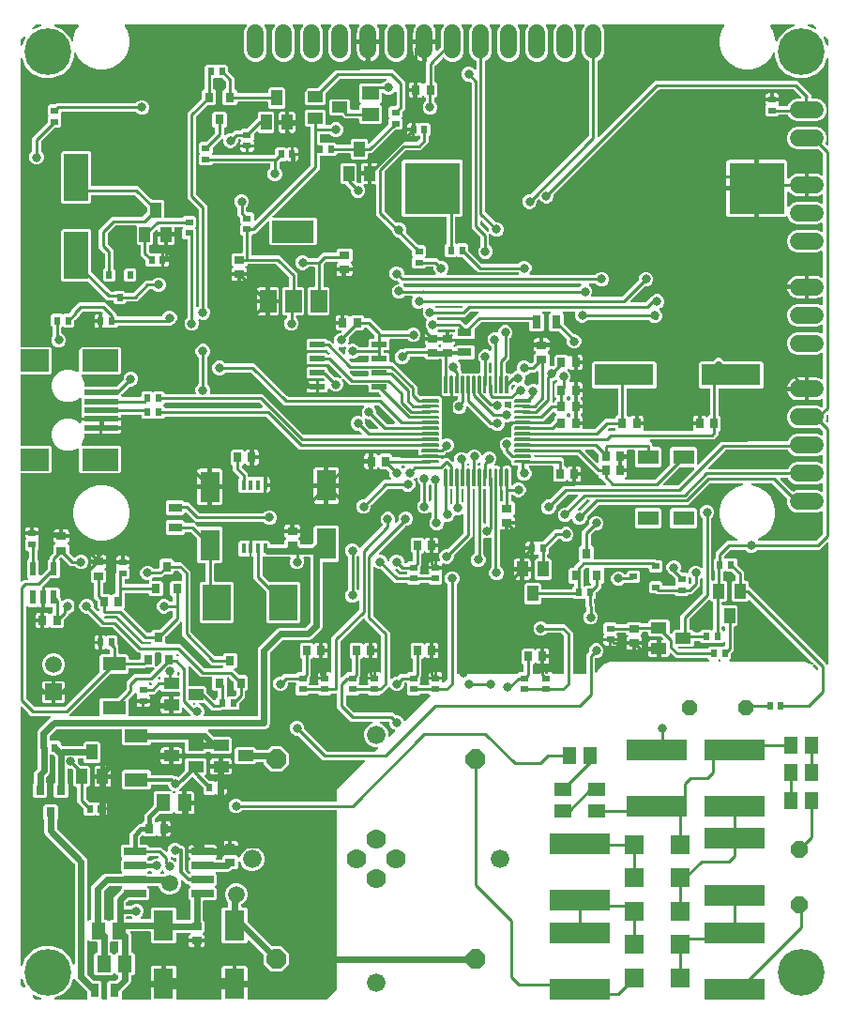
<source format=gbr>
G04 EAGLE Gerber RS-274X export*
G75*
%MOMM*%
%FSLAX34Y34*%
%LPD*%
%INTop Copper*%
%IPPOS*%
%AMOC8*
5,1,8,0,0,1.08239X$1,22.5*%
G01*
%ADD10R,0.900000X0.700000*%
%ADD11R,1.800000X2.750000*%
%ADD12R,5.500000X1.850000*%
%ADD13R,0.700000X0.900000*%
%ADD14P,1.429621X8X22.500000*%
%ADD15R,1.800000X1.700000*%
%ADD16R,2.100000X1.270000*%
%ADD17R,0.700000X0.600000*%
%ADD18R,0.600000X0.700000*%
%ADD19R,1.498600X2.006600*%
%ADD20R,3.810000X2.006600*%
%ADD21C,1.524000*%
%ADD22R,0.800000X1.200000*%
%ADD23R,2.500000X3.250000*%
%ADD24R,1.200000X0.800000*%
%ADD25R,1.000000X1.400000*%
%ADD26R,5.334000X1.930400*%
%ADD27R,1.900000X1.300000*%
%ADD28R,1.300000X1.500000*%
%ADD29R,1.500000X1.300000*%
%ADD30R,2.200000X4.200000*%
%ADD31R,0.800000X0.900000*%
%ADD32R,1.400000X1.000000*%
%ADD33P,1.924489X8X22.500000*%
%ADD34C,1.778000*%
%ADD35C,1.676400*%
%ADD36R,0.558800X1.270000*%
%ADD37R,2.032000X0.660400*%
%ADD38R,0.350000X0.900000*%
%ADD39R,1.422400X0.533400*%
%ADD40C,0.140000*%
%ADD41R,2.500000X2.000000*%
%ADD42R,3.300000X2.000000*%
%ADD43R,3.100000X0.500000*%
%ADD44R,1.508000X1.508000*%
%ADD45C,1.508000*%
%ADD46P,1.632244X8X292.500000*%
%ADD47R,5.000000X4.600000*%
%ADD48C,0.254000*%
%ADD49C,0.280000*%
%ADD50C,0.806400*%
%ADD51C,1.016000*%
%ADD52C,0.609600*%
%ADD53C,1.206400*%
%ADD54C,0.406400*%
%ADD55C,1.500000*%
%ADD56C,0.300000*%
%ADD57C,0.304800*%
%ADD58C,4.216000*%

G36*
X127124Y10170D02*
X127124Y10170D01*
X127188Y10169D01*
X127263Y10190D01*
X127339Y10201D01*
X127398Y10227D01*
X127460Y10244D01*
X127526Y10285D01*
X127596Y10317D01*
X127645Y10359D01*
X127700Y10392D01*
X127752Y10450D01*
X127810Y10500D01*
X127846Y10554D01*
X127889Y10602D01*
X127922Y10671D01*
X127965Y10736D01*
X127984Y10798D01*
X128012Y10855D01*
X128023Y10925D01*
X128047Y11006D01*
X128048Y11091D01*
X128059Y11160D01*
X128059Y22751D01*
X138600Y22751D01*
X138664Y22760D01*
X138728Y22759D01*
X138802Y22780D01*
X138879Y22791D01*
X138938Y22817D01*
X139000Y22834D01*
X139066Y22875D01*
X139136Y22907D01*
X139185Y22949D01*
X139240Y22982D01*
X139291Y23040D01*
X139350Y23090D01*
X139386Y23144D01*
X139429Y23192D01*
X139462Y23261D01*
X139505Y23326D01*
X139524Y23388D01*
X139552Y23445D01*
X139562Y23515D01*
X139587Y23596D01*
X139588Y23681D01*
X139599Y23750D01*
X139599Y24751D01*
X139601Y24751D01*
X139601Y23750D01*
X139610Y23686D01*
X139609Y23622D01*
X139630Y23547D01*
X139641Y23471D01*
X139667Y23412D01*
X139684Y23350D01*
X139725Y23284D01*
X139757Y23214D01*
X139799Y23165D01*
X139832Y23110D01*
X139890Y23058D01*
X139940Y23000D01*
X139994Y22964D01*
X140042Y22921D01*
X140111Y22888D01*
X140176Y22845D01*
X140238Y22826D01*
X140296Y22798D01*
X140365Y22788D01*
X140446Y22763D01*
X140531Y22762D01*
X140600Y22751D01*
X151141Y22751D01*
X151141Y11160D01*
X151150Y11096D01*
X151149Y11032D01*
X151170Y10957D01*
X151181Y10881D01*
X151207Y10822D01*
X151224Y10760D01*
X151265Y10694D01*
X151297Y10624D01*
X151339Y10575D01*
X151372Y10520D01*
X151430Y10468D01*
X151480Y10410D01*
X151534Y10374D01*
X151582Y10331D01*
X151651Y10298D01*
X151716Y10255D01*
X151778Y10236D01*
X151835Y10208D01*
X151905Y10197D01*
X151986Y10173D01*
X152071Y10172D01*
X152140Y10161D01*
X191060Y10161D01*
X191124Y10170D01*
X191188Y10169D01*
X191263Y10190D01*
X191339Y10201D01*
X191398Y10227D01*
X191460Y10244D01*
X191526Y10285D01*
X191596Y10317D01*
X191645Y10359D01*
X191700Y10392D01*
X191752Y10450D01*
X191810Y10500D01*
X191846Y10554D01*
X191889Y10602D01*
X191922Y10671D01*
X191965Y10736D01*
X191984Y10798D01*
X192012Y10855D01*
X192023Y10925D01*
X192047Y11006D01*
X192048Y11091D01*
X192059Y11160D01*
X192059Y22751D01*
X202600Y22751D01*
X202664Y22760D01*
X202728Y22759D01*
X202802Y22780D01*
X202879Y22791D01*
X202938Y22817D01*
X203000Y22834D01*
X203066Y22875D01*
X203136Y22907D01*
X203185Y22949D01*
X203240Y22982D01*
X203291Y23040D01*
X203350Y23090D01*
X203386Y23144D01*
X203429Y23192D01*
X203462Y23261D01*
X203505Y23326D01*
X203524Y23388D01*
X203552Y23445D01*
X203562Y23515D01*
X203587Y23596D01*
X203588Y23681D01*
X203599Y23750D01*
X203599Y24751D01*
X203601Y24751D01*
X203601Y23750D01*
X203610Y23686D01*
X203609Y23622D01*
X203630Y23547D01*
X203641Y23471D01*
X203667Y23412D01*
X203684Y23350D01*
X203725Y23284D01*
X203757Y23214D01*
X203799Y23165D01*
X203832Y23110D01*
X203890Y23058D01*
X203940Y23000D01*
X203994Y22964D01*
X204042Y22921D01*
X204111Y22888D01*
X204176Y22845D01*
X204238Y22826D01*
X204296Y22798D01*
X204365Y22788D01*
X204446Y22763D01*
X204531Y22762D01*
X204600Y22751D01*
X215141Y22751D01*
X215141Y11160D01*
X215150Y11096D01*
X215149Y11032D01*
X215170Y10957D01*
X215181Y10881D01*
X215207Y10822D01*
X215224Y10760D01*
X215265Y10694D01*
X215297Y10624D01*
X215339Y10575D01*
X215372Y10520D01*
X215430Y10468D01*
X215480Y10410D01*
X215534Y10374D01*
X215582Y10331D01*
X215651Y10298D01*
X215716Y10255D01*
X215778Y10236D01*
X215835Y10208D01*
X215905Y10197D01*
X215986Y10173D01*
X216071Y10172D01*
X216140Y10161D01*
X286160Y10161D01*
X286255Y10174D01*
X286351Y10179D01*
X286394Y10194D01*
X286439Y10201D01*
X286527Y10240D01*
X286618Y10272D01*
X286652Y10297D01*
X286696Y10317D01*
X286793Y10400D01*
X286867Y10453D01*
X295707Y19293D01*
X295764Y19370D01*
X295829Y19442D01*
X295849Y19483D01*
X295876Y19519D01*
X295910Y19609D01*
X295952Y19695D01*
X295958Y19737D01*
X295975Y19783D01*
X295985Y19911D01*
X295999Y20000D01*
X295999Y180060D01*
X295991Y180121D01*
X295991Y180161D01*
X295991Y180162D01*
X295991Y180188D01*
X295970Y180263D01*
X295959Y180339D01*
X295933Y180398D01*
X295916Y180460D01*
X295875Y180526D01*
X295843Y180596D01*
X295801Y180645D01*
X295768Y180700D01*
X295710Y180752D01*
X295660Y180810D01*
X295606Y180846D01*
X295558Y180889D01*
X295489Y180922D01*
X295424Y180965D01*
X295362Y180984D01*
X295305Y181012D01*
X295235Y181023D01*
X295154Y181047D01*
X295069Y181048D01*
X295000Y181059D01*
X210768Y181059D01*
X210674Y181046D01*
X210577Y181041D01*
X210534Y181026D01*
X210489Y181019D01*
X210402Y180980D01*
X210311Y180948D01*
X210276Y180923D01*
X210232Y180903D01*
X210135Y180820D01*
X210062Y180767D01*
X208723Y179428D01*
X206307Y178427D01*
X203693Y178427D01*
X201277Y179428D01*
X199428Y181277D01*
X198427Y183693D01*
X198427Y186307D01*
X199428Y188723D01*
X201277Y190572D01*
X203693Y191573D01*
X206307Y191573D01*
X208723Y190572D01*
X210062Y189233D01*
X210139Y189176D01*
X210210Y189111D01*
X210251Y189091D01*
X210287Y189064D01*
X210377Y189030D01*
X210464Y188988D01*
X210506Y188982D01*
X210551Y188965D01*
X210679Y188955D01*
X210768Y188941D01*
X295000Y188941D01*
X295064Y188950D01*
X295128Y188949D01*
X295203Y188970D01*
X295279Y188981D01*
X295338Y189007D01*
X295400Y189024D01*
X295466Y189065D01*
X295536Y189097D01*
X295585Y189139D01*
X295640Y189172D01*
X295692Y189230D01*
X295750Y189280D01*
X295786Y189334D01*
X295829Y189382D01*
X295862Y189451D01*
X295905Y189516D01*
X295924Y189578D01*
X295952Y189635D01*
X295963Y189705D01*
X295987Y189786D01*
X295988Y189871D01*
X295999Y189940D01*
X295999Y199586D01*
X320767Y224353D01*
X320786Y224379D01*
X320810Y224400D01*
X320870Y224492D01*
X320936Y224579D01*
X320947Y224609D01*
X320965Y224636D01*
X320997Y224741D01*
X321035Y224843D01*
X321038Y224875D01*
X321047Y224906D01*
X321049Y225015D01*
X321057Y225124D01*
X321051Y225156D01*
X321051Y225188D01*
X321022Y225293D01*
X321000Y225400D01*
X320984Y225429D01*
X320976Y225460D01*
X320918Y225553D01*
X320867Y225649D01*
X320845Y225672D01*
X320828Y225700D01*
X320747Y225773D01*
X320670Y225851D01*
X320642Y225867D01*
X320618Y225889D01*
X320520Y225936D01*
X320425Y225990D01*
X320394Y225998D01*
X320365Y226012D01*
X320275Y226026D01*
X320151Y226055D01*
X320102Y226053D01*
X320060Y226059D01*
X283368Y226059D01*
X261292Y248135D01*
X261216Y248192D01*
X261144Y248257D01*
X261103Y248277D01*
X261067Y248304D01*
X260977Y248338D01*
X260890Y248380D01*
X260848Y248386D01*
X260803Y248403D01*
X260675Y248413D01*
X260586Y248427D01*
X258693Y248427D01*
X256277Y249428D01*
X254428Y251277D01*
X253427Y253693D01*
X253427Y256307D01*
X254428Y258723D01*
X256277Y260572D01*
X258693Y261573D01*
X261307Y261573D01*
X263723Y260572D01*
X265572Y258723D01*
X266573Y256307D01*
X266573Y254414D01*
X266586Y254319D01*
X266591Y254223D01*
X266606Y254180D01*
X266613Y254135D01*
X266652Y254048D01*
X266684Y253957D01*
X266709Y253922D01*
X266729Y253878D01*
X266812Y253781D01*
X266865Y253708D01*
X286340Y234233D01*
X286416Y234176D01*
X286488Y234111D01*
X286529Y234091D01*
X286565Y234064D01*
X286655Y234030D01*
X286742Y233988D01*
X286784Y233982D01*
X286829Y233965D01*
X286957Y233955D01*
X287046Y233941D01*
X329940Y233941D01*
X330035Y233954D01*
X330131Y233959D01*
X330174Y233974D01*
X330219Y233981D01*
X330307Y234020D01*
X330398Y234052D01*
X330432Y234077D01*
X330476Y234097D01*
X330573Y234180D01*
X330647Y234233D01*
X332785Y236371D01*
X332804Y236397D01*
X332828Y236418D01*
X332888Y236510D01*
X332954Y236597D01*
X332965Y236627D01*
X332983Y236654D01*
X333015Y236759D01*
X333053Y236861D01*
X333056Y236893D01*
X333065Y236924D01*
X333067Y237033D01*
X333075Y237142D01*
X333069Y237174D01*
X333069Y237206D01*
X333040Y237311D01*
X333018Y237418D01*
X333002Y237447D01*
X332994Y237478D01*
X332936Y237571D01*
X332885Y237667D01*
X332863Y237690D01*
X332846Y237718D01*
X332765Y237791D01*
X332688Y237869D01*
X332660Y237885D01*
X332636Y237907D01*
X332538Y237954D01*
X332443Y238008D01*
X332412Y238016D01*
X332383Y238030D01*
X332293Y238044D01*
X332169Y238073D01*
X332120Y238071D01*
X332078Y238077D01*
X329227Y238077D01*
X325213Y239740D01*
X322140Y242813D01*
X320477Y246827D01*
X320477Y251173D01*
X322140Y255187D01*
X325213Y258260D01*
X327330Y259137D01*
X327405Y259181D01*
X327484Y259217D01*
X327526Y259253D01*
X327573Y259280D01*
X327632Y259344D01*
X327698Y259400D01*
X327728Y259446D01*
X327766Y259486D01*
X327805Y259563D01*
X327853Y259636D01*
X327869Y259689D01*
X327893Y259738D01*
X327910Y259823D01*
X327935Y259906D01*
X327936Y259961D01*
X327946Y260015D01*
X327938Y260101D01*
X327939Y260188D01*
X327924Y260241D01*
X327919Y260295D01*
X327887Y260376D01*
X327863Y260460D01*
X327835Y260507D01*
X327814Y260557D01*
X327761Y260626D01*
X327715Y260700D01*
X327675Y260736D01*
X327641Y260780D01*
X327570Y260831D01*
X327506Y260889D01*
X327457Y260913D01*
X327412Y260945D01*
X327330Y260974D01*
X327252Y261012D01*
X327202Y261020D01*
X327146Y261039D01*
X327033Y261046D01*
X326948Y261059D01*
X308368Y261059D01*
X296059Y273368D01*
X296059Y285060D01*
X296050Y285124D01*
X296051Y285188D01*
X296030Y285263D01*
X296019Y285339D01*
X295993Y285398D01*
X295976Y285460D01*
X295935Y285526D01*
X295903Y285596D01*
X295861Y285645D01*
X295828Y285700D01*
X295770Y285752D01*
X295720Y285810D01*
X295666Y285846D01*
X295618Y285889D01*
X295549Y285922D01*
X295484Y285965D01*
X295422Y285984D01*
X295365Y286012D01*
X295295Y286023D01*
X295214Y286047D01*
X295129Y286048D01*
X295060Y286059D01*
X291566Y286059D01*
X291471Y286046D01*
X291375Y286041D01*
X291332Y286026D01*
X291287Y286019D01*
X291200Y285980D01*
X291109Y285948D01*
X291074Y285923D01*
X291030Y285903D01*
X290933Y285820D01*
X290860Y285767D01*
X289552Y284459D01*
X280448Y284459D01*
X279140Y285767D01*
X279063Y285824D01*
X278992Y285889D01*
X278951Y285909D01*
X278915Y285936D01*
X278825Y285970D01*
X278738Y286012D01*
X278696Y286018D01*
X278651Y286035D01*
X278523Y286045D01*
X278434Y286059D01*
X271566Y286059D01*
X271471Y286046D01*
X271375Y286041D01*
X271332Y286026D01*
X271287Y286019D01*
X271200Y285980D01*
X271109Y285948D01*
X271074Y285923D01*
X271030Y285903D01*
X270933Y285820D01*
X270860Y285767D01*
X269552Y284459D01*
X260448Y284459D01*
X258959Y285948D01*
X258959Y294052D01*
X259200Y294293D01*
X259239Y294345D01*
X259285Y294390D01*
X259323Y294457D01*
X259370Y294519D01*
X259392Y294579D01*
X259424Y294635D01*
X259442Y294710D01*
X259469Y294783D01*
X259474Y294847D01*
X259489Y294909D01*
X259485Y294987D01*
X259491Y295064D01*
X259478Y295127D01*
X259475Y295191D01*
X259449Y295264D01*
X259433Y295340D01*
X259403Y295397D01*
X259382Y295458D01*
X259341Y295514D01*
X259301Y295589D01*
X259242Y295650D01*
X259200Y295707D01*
X259140Y295767D01*
X259064Y295824D01*
X258992Y295889D01*
X258951Y295909D01*
X258915Y295936D01*
X258825Y295970D01*
X258738Y296012D01*
X258696Y296018D01*
X258651Y296035D01*
X258523Y296045D01*
X258434Y296059D01*
X252572Y296059D01*
X252508Y296050D01*
X252444Y296051D01*
X252369Y296030D01*
X252293Y296019D01*
X252234Y295993D01*
X252172Y295976D01*
X252106Y295935D01*
X252036Y295903D01*
X251987Y295861D01*
X251932Y295828D01*
X251880Y295770D01*
X251822Y295720D01*
X251786Y295666D01*
X251743Y295618D01*
X251710Y295549D01*
X251667Y295484D01*
X251648Y295422D01*
X251620Y295365D01*
X251609Y295295D01*
X251585Y295214D01*
X251584Y295129D01*
X251573Y295060D01*
X251573Y293693D01*
X250572Y291277D01*
X248723Y289428D01*
X246307Y288427D01*
X243693Y288427D01*
X241277Y289428D01*
X239428Y291277D01*
X238427Y293693D01*
X238427Y296307D01*
X239428Y298723D01*
X241277Y300572D01*
X243693Y301573D01*
X245586Y301573D01*
X245681Y301586D01*
X245777Y301591D01*
X245820Y301606D01*
X245865Y301613D01*
X245952Y301652D01*
X246043Y301684D01*
X246078Y301709D01*
X246122Y301729D01*
X246219Y301812D01*
X246292Y301865D01*
X248368Y303941D01*
X258434Y303941D01*
X258529Y303954D01*
X258625Y303959D01*
X258668Y303974D01*
X258713Y303981D01*
X258800Y304020D01*
X258891Y304052D01*
X258926Y304077D01*
X258970Y304097D01*
X259067Y304180D01*
X259140Y304233D01*
X260448Y305541D01*
X263560Y305541D01*
X263624Y305550D01*
X263688Y305549D01*
X263763Y305570D01*
X263839Y305581D01*
X263898Y305607D01*
X263960Y305624D01*
X264026Y305665D01*
X264096Y305697D01*
X264145Y305739D01*
X264200Y305772D01*
X264252Y305830D01*
X264310Y305880D01*
X264346Y305934D01*
X264389Y305982D01*
X264422Y306051D01*
X264465Y306116D01*
X264484Y306178D01*
X264512Y306235D01*
X264523Y306305D01*
X264547Y306386D01*
X264548Y306471D01*
X264559Y306540D01*
X264559Y316960D01*
X264551Y317021D01*
X264551Y317058D01*
X264551Y317060D01*
X264551Y317088D01*
X264530Y317163D01*
X264519Y317239D01*
X264493Y317298D01*
X264476Y317360D01*
X264435Y317426D01*
X264403Y317496D01*
X264361Y317545D01*
X264328Y317600D01*
X264270Y317652D01*
X264220Y317710D01*
X264166Y317746D01*
X264118Y317789D01*
X262459Y319448D01*
X262459Y330552D01*
X263948Y332041D01*
X273052Y332041D01*
X274338Y330755D01*
X274381Y330723D01*
X274418Y330683D01*
X274493Y330638D01*
X274564Y330586D01*
X274614Y330567D01*
X274660Y330539D01*
X274745Y330517D01*
X274828Y330486D01*
X274881Y330482D01*
X274933Y330468D01*
X275021Y330471D01*
X275109Y330464D01*
X275161Y330475D01*
X275215Y330477D01*
X275299Y330504D01*
X275385Y330522D01*
X275432Y330547D01*
X275483Y330564D01*
X275556Y330613D01*
X275634Y330654D01*
X275672Y330692D01*
X275717Y330722D01*
X275766Y330783D01*
X275836Y330851D01*
X275872Y330914D01*
X275910Y330962D01*
X275967Y331060D01*
X276440Y331533D01*
X277019Y331868D01*
X277665Y332041D01*
X279751Y332041D01*
X279751Y325750D01*
X279760Y325687D01*
X279759Y325622D01*
X279780Y325548D01*
X279791Y325471D01*
X279817Y325413D01*
X279834Y325351D01*
X279875Y325285D01*
X279907Y325214D01*
X279948Y325165D01*
X279982Y325111D01*
X280040Y325059D01*
X280090Y325000D01*
X280093Y324998D01*
X280058Y324960D01*
X280000Y324910D01*
X279964Y324856D01*
X279921Y324808D01*
X279888Y324739D01*
X279845Y324674D01*
X279826Y324612D01*
X279798Y324554D01*
X279787Y324485D01*
X279763Y324404D01*
X279762Y324319D01*
X279751Y324250D01*
X279751Y317959D01*
X277665Y317959D01*
X277019Y318132D01*
X276440Y318467D01*
X275967Y318940D01*
X275910Y319038D01*
X275877Y319080D01*
X275852Y319128D01*
X275791Y319191D01*
X275736Y319260D01*
X275693Y319291D01*
X275655Y319330D01*
X275578Y319373D01*
X275507Y319424D01*
X275457Y319442D01*
X275410Y319469D01*
X275324Y319489D01*
X275241Y319518D01*
X275188Y319521D01*
X275135Y319534D01*
X275047Y319529D01*
X274960Y319534D01*
X274907Y319522D01*
X274854Y319519D01*
X274771Y319491D01*
X274685Y319471D01*
X274638Y319444D01*
X274587Y319427D01*
X274524Y319381D01*
X274439Y319333D01*
X274388Y319281D01*
X274338Y319245D01*
X272854Y317761D01*
X272800Y317728D01*
X272748Y317670D01*
X272690Y317620D01*
X272654Y317566D01*
X272611Y317518D01*
X272578Y317449D01*
X272535Y317384D01*
X272516Y317322D01*
X272488Y317265D01*
X272477Y317195D01*
X272453Y317114D01*
X272452Y317029D01*
X272441Y316960D01*
X272441Y301868D01*
X271333Y300760D01*
X271276Y300684D01*
X271211Y300612D01*
X271191Y300571D01*
X271164Y300535D01*
X271130Y300445D01*
X271088Y300358D01*
X271082Y300316D01*
X271065Y300271D01*
X271055Y300143D01*
X271041Y300054D01*
X271041Y295948D01*
X270800Y295707D01*
X270761Y295655D01*
X270715Y295610D01*
X270677Y295543D01*
X270630Y295481D01*
X270608Y295421D01*
X270576Y295365D01*
X270558Y295290D01*
X270531Y295217D01*
X270526Y295153D01*
X270511Y295091D01*
X270515Y295013D01*
X270509Y294936D01*
X270522Y294873D01*
X270525Y294809D01*
X270551Y294736D01*
X270567Y294660D01*
X270597Y294603D01*
X270618Y294542D01*
X270659Y294486D01*
X270699Y294411D01*
X270758Y294350D01*
X270800Y294293D01*
X270860Y294233D01*
X270937Y294176D01*
X271008Y294111D01*
X271049Y294091D01*
X271085Y294064D01*
X271175Y294030D01*
X271262Y293988D01*
X271304Y293982D01*
X271349Y293965D01*
X271477Y293955D01*
X271566Y293941D01*
X278434Y293941D01*
X278529Y293954D01*
X278625Y293959D01*
X278668Y293974D01*
X278713Y293981D01*
X278800Y294020D01*
X278891Y294052D01*
X278926Y294077D01*
X278970Y294097D01*
X279067Y294180D01*
X279140Y294233D01*
X279247Y294340D01*
X279292Y294400D01*
X279344Y294453D01*
X279376Y294512D01*
X279416Y294565D01*
X279442Y294635D01*
X279478Y294702D01*
X279492Y294767D01*
X279516Y294829D01*
X279521Y294904D01*
X279537Y294977D01*
X279532Y295044D01*
X279537Y295110D01*
X279522Y295184D01*
X279517Y295259D01*
X279495Y295316D01*
X279480Y295387D01*
X279434Y295473D01*
X279406Y295546D01*
X279132Y296019D01*
X278959Y296665D01*
X278959Y298501D01*
X284500Y298501D01*
X284563Y298510D01*
X284628Y298509D01*
X284702Y298530D01*
X284779Y298541D01*
X284837Y298567D01*
X284899Y298584D01*
X284965Y298625D01*
X285036Y298657D01*
X285085Y298698D01*
X285139Y298732D01*
X285191Y298790D01*
X285250Y298840D01*
X285285Y298894D01*
X285328Y298942D01*
X285362Y299011D01*
X285405Y299076D01*
X285423Y299138D01*
X285451Y299195D01*
X285462Y299265D01*
X285487Y299346D01*
X285488Y299431D01*
X285499Y299500D01*
X285499Y299501D01*
X285500Y299501D01*
X285564Y299510D01*
X285628Y299509D01*
X285703Y299530D01*
X285779Y299541D01*
X285838Y299567D01*
X285900Y299584D01*
X285966Y299625D01*
X286036Y299657D01*
X286085Y299699D01*
X286140Y299733D01*
X286192Y299790D01*
X286250Y299840D01*
X286286Y299894D01*
X286329Y299942D01*
X286362Y300011D01*
X286405Y300076D01*
X286424Y300138D01*
X286452Y300196D01*
X286463Y300265D01*
X286487Y300346D01*
X286488Y300431D01*
X286499Y300500D01*
X286499Y305541D01*
X288835Y305541D01*
X289481Y305368D01*
X289560Y305322D01*
X289600Y305306D01*
X289636Y305282D01*
X289730Y305253D01*
X289822Y305216D01*
X289865Y305212D01*
X289906Y305200D01*
X290004Y305198D01*
X290103Y305189D01*
X290145Y305196D01*
X290188Y305196D01*
X290283Y305222D01*
X290380Y305240D01*
X290418Y305260D01*
X290460Y305271D01*
X290544Y305323D01*
X290632Y305367D01*
X290663Y305397D01*
X290700Y305419D01*
X290766Y305493D01*
X290838Y305560D01*
X290860Y305597D01*
X290889Y305629D01*
X290932Y305717D01*
X290982Y305802D01*
X290993Y305844D01*
X291012Y305882D01*
X291025Y305967D01*
X291053Y306075D01*
X291051Y306135D01*
X291059Y306187D01*
X291059Y336632D01*
X315767Y361340D01*
X315824Y361416D01*
X315889Y361488D01*
X315909Y361529D01*
X315936Y361565D01*
X315970Y361655D01*
X316012Y361742D01*
X316018Y361784D01*
X316035Y361829D01*
X316045Y361957D01*
X316059Y362046D01*
X316059Y369352D01*
X316055Y369384D01*
X316057Y369416D01*
X316035Y369523D01*
X316019Y369631D01*
X316006Y369660D01*
X316000Y369692D01*
X315948Y369788D01*
X315903Y369888D01*
X315882Y369912D01*
X315867Y369941D01*
X315791Y370019D01*
X315720Y370102D01*
X315693Y370120D01*
X315670Y370143D01*
X315575Y370197D01*
X315484Y370257D01*
X315453Y370266D01*
X315425Y370282D01*
X315319Y370307D01*
X315214Y370339D01*
X315182Y370339D01*
X315151Y370347D01*
X315041Y370341D01*
X314932Y370343D01*
X314901Y370334D01*
X314869Y370332D01*
X314766Y370297D01*
X314660Y370267D01*
X314633Y370250D01*
X314602Y370240D01*
X314529Y370187D01*
X314420Y370119D01*
X314388Y370083D01*
X314353Y370058D01*
X313723Y369428D01*
X311307Y368427D01*
X308693Y368427D01*
X306277Y369428D01*
X304428Y371277D01*
X303427Y373693D01*
X303427Y376307D01*
X304428Y378723D01*
X305767Y380062D01*
X305824Y380139D01*
X305889Y380210D01*
X305909Y380251D01*
X305936Y380287D01*
X305970Y380377D01*
X306012Y380464D01*
X306018Y380506D01*
X306035Y380551D01*
X306045Y380679D01*
X306059Y380768D01*
X306059Y409232D01*
X306046Y409326D01*
X306041Y409423D01*
X306026Y409466D01*
X306019Y409511D01*
X305980Y409598D01*
X305948Y409689D01*
X305923Y409724D01*
X305903Y409768D01*
X305820Y409865D01*
X305767Y409938D01*
X304428Y411277D01*
X303427Y413693D01*
X303427Y416307D01*
X304428Y418723D01*
X306277Y420572D01*
X308693Y421573D01*
X311307Y421573D01*
X313723Y420572D01*
X315572Y418723D01*
X315755Y418282D01*
X315815Y418180D01*
X315871Y418075D01*
X315887Y418059D01*
X315898Y418039D01*
X315985Y417958D01*
X316068Y417873D01*
X316088Y417862D01*
X316104Y417846D01*
X316210Y417792D01*
X316313Y417734D01*
X316335Y417729D01*
X316356Y417718D01*
X316472Y417696D01*
X316588Y417669D01*
X316610Y417670D01*
X316633Y417666D01*
X316750Y417677D01*
X316869Y417683D01*
X316891Y417691D01*
X316913Y417693D01*
X317023Y417737D01*
X317136Y417776D01*
X317153Y417789D01*
X317175Y417798D01*
X317323Y417912D01*
X317385Y417958D01*
X337109Y437682D01*
X337148Y437734D01*
X337194Y437779D01*
X337232Y437846D01*
X337279Y437908D01*
X337301Y437968D01*
X337333Y438024D01*
X337351Y438099D01*
X337378Y438172D01*
X337383Y438236D01*
X337398Y438298D01*
X337394Y438376D01*
X337400Y438453D01*
X337387Y438516D01*
X337383Y438580D01*
X337358Y438653D01*
X337342Y438729D01*
X337312Y438786D01*
X337291Y438846D01*
X337250Y438903D01*
X337210Y438978D01*
X337151Y439039D01*
X337109Y439095D01*
X336428Y439777D01*
X335427Y442193D01*
X335427Y444807D01*
X336428Y447223D01*
X338277Y449072D01*
X340693Y450073D01*
X343307Y450073D01*
X345723Y449072D01*
X347572Y447223D01*
X348573Y444807D01*
X348573Y442193D01*
X348341Y441632D01*
X348319Y441548D01*
X348289Y441467D01*
X348284Y441412D01*
X348271Y441359D01*
X348273Y441273D01*
X348267Y441186D01*
X348278Y441132D01*
X348280Y441077D01*
X348307Y440995D01*
X348324Y440910D01*
X348350Y440861D01*
X348367Y440809D01*
X348416Y440738D01*
X348457Y440661D01*
X348495Y440622D01*
X348526Y440576D01*
X348593Y440521D01*
X348654Y440459D01*
X348701Y440432D01*
X348744Y440397D01*
X348823Y440363D01*
X348899Y440320D01*
X348952Y440307D01*
X349003Y440286D01*
X349089Y440275D01*
X349173Y440255D01*
X349228Y440258D01*
X349283Y440251D01*
X349368Y440265D01*
X349455Y440269D01*
X349507Y440287D01*
X349561Y440296D01*
X349639Y440333D01*
X349721Y440362D01*
X349763Y440392D01*
X349816Y440417D01*
X349901Y440493D01*
X349970Y440543D01*
X351158Y441731D01*
X351164Y441739D01*
X351171Y441745D01*
X351249Y441852D01*
X351327Y441957D01*
X351331Y441966D01*
X351336Y441973D01*
X351380Y442097D01*
X351427Y442220D01*
X351427Y442230D01*
X351431Y442239D01*
X351438Y442370D01*
X351449Y442502D01*
X351447Y442511D01*
X351447Y442521D01*
X351429Y442596D01*
X351427Y442604D01*
X351427Y445307D01*
X352428Y447723D01*
X354277Y449572D01*
X356693Y450573D01*
X359307Y450573D01*
X361723Y449572D01*
X363572Y447723D01*
X364573Y445307D01*
X364573Y442693D01*
X363572Y440277D01*
X361723Y438428D01*
X359307Y437427D01*
X358414Y437427D01*
X358319Y437414D01*
X358223Y437409D01*
X358180Y437394D01*
X358135Y437387D01*
X358048Y437348D01*
X357957Y437316D01*
X357922Y437291D01*
X357878Y437271D01*
X357781Y437188D01*
X357708Y437135D01*
X333852Y413279D01*
X333832Y413253D01*
X333808Y413232D01*
X333748Y413140D01*
X333682Y413053D01*
X333671Y413023D01*
X333653Y412996D01*
X333621Y412891D01*
X333583Y412789D01*
X333580Y412757D01*
X333571Y412726D01*
X333569Y412617D01*
X333561Y412508D01*
X333568Y412476D01*
X333567Y412444D01*
X333596Y412339D01*
X333619Y412232D01*
X333634Y412203D01*
X333642Y412172D01*
X333700Y412079D01*
X333751Y411983D01*
X333774Y411960D01*
X333790Y411932D01*
X333872Y411859D01*
X333948Y411781D01*
X333976Y411765D01*
X334000Y411743D01*
X334098Y411696D01*
X334193Y411642D01*
X334225Y411634D01*
X334254Y411620D01*
X334343Y411606D01*
X334468Y411577D01*
X334516Y411579D01*
X334558Y411573D01*
X336307Y411573D01*
X338723Y410572D01*
X340572Y408723D01*
X341577Y406298D01*
X341593Y406270D01*
X341603Y406239D01*
X341665Y406149D01*
X341720Y406055D01*
X341744Y406033D01*
X341762Y406006D01*
X341846Y405937D01*
X341926Y405862D01*
X341955Y405847D01*
X341980Y405827D01*
X342080Y405784D01*
X342178Y405734D01*
X342209Y405728D01*
X342239Y405715D01*
X342347Y405702D01*
X342455Y405682D01*
X342487Y405685D01*
X342519Y405681D01*
X342627Y405698D01*
X342735Y405709D01*
X342765Y405721D01*
X342797Y405726D01*
X342896Y405773D01*
X342997Y405813D01*
X343023Y405833D01*
X343052Y405847D01*
X343134Y405919D01*
X343220Y405987D01*
X343239Y406013D01*
X343263Y406034D01*
X343310Y406112D01*
X343385Y406215D01*
X343401Y406261D01*
X343423Y406298D01*
X344428Y408723D01*
X346277Y410572D01*
X348693Y411573D01*
X351307Y411573D01*
X353723Y410572D01*
X355572Y408723D01*
X356573Y406307D01*
X356573Y404940D01*
X356582Y404876D01*
X356581Y404812D01*
X356602Y404737D01*
X356613Y404661D01*
X356639Y404602D01*
X356656Y404540D01*
X356697Y404474D01*
X356729Y404404D01*
X356771Y404355D01*
X356804Y404300D01*
X356862Y404248D01*
X356912Y404190D01*
X356966Y404154D01*
X357014Y404111D01*
X357083Y404078D01*
X357148Y404035D01*
X357210Y404016D01*
X357267Y403988D01*
X357337Y403977D01*
X357418Y403953D01*
X357503Y403952D01*
X357572Y403941D01*
X358434Y403941D01*
X358529Y403954D01*
X358625Y403959D01*
X358668Y403974D01*
X358713Y403981D01*
X358800Y404020D01*
X358891Y404052D01*
X358926Y404077D01*
X358970Y404097D01*
X359067Y404180D01*
X359140Y404233D01*
X360448Y405541D01*
X363560Y405541D01*
X363624Y405550D01*
X363688Y405549D01*
X363763Y405570D01*
X363839Y405581D01*
X363898Y405607D01*
X363960Y405624D01*
X364026Y405665D01*
X364096Y405697D01*
X364145Y405739D01*
X364200Y405772D01*
X364252Y405830D01*
X364310Y405880D01*
X364346Y405934D01*
X364389Y405982D01*
X364422Y406051D01*
X364465Y406116D01*
X364484Y406178D01*
X364512Y406235D01*
X364523Y406305D01*
X364547Y406386D01*
X364548Y406471D01*
X364559Y406540D01*
X364559Y411960D01*
X364550Y412024D01*
X364551Y412088D01*
X364530Y412163D01*
X364519Y412239D01*
X364493Y412298D01*
X364476Y412360D01*
X364435Y412426D01*
X364403Y412496D01*
X364361Y412545D01*
X364328Y412600D01*
X364270Y412652D01*
X364220Y412710D01*
X364166Y412746D01*
X364118Y412789D01*
X362459Y414448D01*
X362459Y425552D01*
X363948Y427041D01*
X373052Y427041D01*
X374338Y425755D01*
X374381Y425723D01*
X374418Y425683D01*
X374493Y425638D01*
X374564Y425586D01*
X374614Y425567D01*
X374660Y425539D01*
X374745Y425517D01*
X374828Y425486D01*
X374881Y425482D01*
X374933Y425468D01*
X375021Y425471D01*
X375109Y425464D01*
X375161Y425475D01*
X375215Y425477D01*
X375299Y425504D01*
X375385Y425522D01*
X375432Y425547D01*
X375483Y425564D01*
X375556Y425613D01*
X375634Y425654D01*
X375672Y425692D01*
X375717Y425722D01*
X375766Y425783D01*
X375836Y425851D01*
X375872Y425914D01*
X375910Y425962D01*
X375967Y426060D01*
X376440Y426533D01*
X377019Y426868D01*
X377665Y427041D01*
X379751Y427041D01*
X379751Y420750D01*
X379760Y420687D01*
X379759Y420622D01*
X379780Y420548D01*
X379791Y420471D01*
X379817Y420413D01*
X379834Y420351D01*
X379875Y420285D01*
X379907Y420214D01*
X379948Y420165D01*
X379982Y420111D01*
X380040Y420059D01*
X380090Y420000D01*
X380093Y419998D01*
X380058Y419960D01*
X380000Y419910D01*
X379964Y419856D01*
X379921Y419808D01*
X379888Y419739D01*
X379845Y419674D01*
X379826Y419612D01*
X379798Y419554D01*
X379787Y419485D01*
X379763Y419404D01*
X379762Y419319D01*
X379751Y419250D01*
X379751Y412959D01*
X377665Y412959D01*
X377019Y413132D01*
X376440Y413467D01*
X375967Y413940D01*
X375910Y414038D01*
X375877Y414080D01*
X375852Y414128D01*
X375791Y414191D01*
X375736Y414260D01*
X375693Y414291D01*
X375655Y414330D01*
X375578Y414373D01*
X375507Y414424D01*
X375457Y414442D01*
X375410Y414469D01*
X375324Y414489D01*
X375241Y414518D01*
X375188Y414521D01*
X375135Y414534D01*
X375047Y414529D01*
X374960Y414534D01*
X374907Y414522D01*
X374854Y414519D01*
X374771Y414491D01*
X374685Y414471D01*
X374638Y414444D01*
X374587Y414427D01*
X374524Y414381D01*
X374439Y414333D01*
X374388Y414281D01*
X374338Y414245D01*
X372854Y412761D01*
X372800Y412728D01*
X372748Y412670D01*
X372690Y412620D01*
X372654Y412566D01*
X372611Y412518D01*
X372578Y412449D01*
X372535Y412384D01*
X372516Y412322D01*
X372488Y412265D01*
X372477Y412195D01*
X372453Y412114D01*
X372452Y412029D01*
X372441Y411960D01*
X372441Y401868D01*
X371333Y400760D01*
X371276Y400684D01*
X371211Y400612D01*
X371191Y400571D01*
X371164Y400535D01*
X371130Y400445D01*
X371088Y400358D01*
X371082Y400316D01*
X371065Y400271D01*
X371055Y400143D01*
X371041Y400054D01*
X371041Y395948D01*
X370800Y395707D01*
X370761Y395655D01*
X370715Y395611D01*
X370677Y395543D01*
X370630Y395481D01*
X370608Y395421D01*
X370576Y395365D01*
X370558Y395290D01*
X370531Y395217D01*
X370526Y395153D01*
X370511Y395091D01*
X370515Y395013D01*
X370509Y394936D01*
X370522Y394873D01*
X370525Y394809D01*
X370551Y394736D01*
X370567Y394660D01*
X370597Y394603D01*
X370618Y394543D01*
X370659Y394486D01*
X370699Y394411D01*
X370758Y394350D01*
X370800Y394294D01*
X370860Y394234D01*
X370937Y394176D01*
X371008Y394111D01*
X371049Y394092D01*
X371085Y394064D01*
X371175Y394030D01*
X371262Y393988D01*
X371304Y393982D01*
X371349Y393965D01*
X371477Y393955D01*
X371566Y393941D01*
X378434Y393941D01*
X378529Y393954D01*
X378625Y393959D01*
X378668Y393974D01*
X378713Y393981D01*
X378800Y394020D01*
X378891Y394052D01*
X378926Y394077D01*
X378970Y394097D01*
X379067Y394180D01*
X379140Y394233D01*
X379247Y394340D01*
X379292Y394400D01*
X379344Y394453D01*
X379376Y394512D01*
X379416Y394566D01*
X379443Y394636D01*
X379478Y394702D01*
X379492Y394767D01*
X379516Y394829D01*
X379521Y394904D01*
X379537Y394977D01*
X379532Y395044D01*
X379537Y395111D01*
X379522Y395184D01*
X379517Y395259D01*
X379495Y395316D01*
X379480Y395387D01*
X379434Y395473D01*
X379406Y395546D01*
X379132Y396019D01*
X378959Y396665D01*
X378959Y398501D01*
X384500Y398501D01*
X384563Y398510D01*
X384628Y398509D01*
X384702Y398530D01*
X384779Y398541D01*
X384837Y398567D01*
X384899Y398584D01*
X384965Y398625D01*
X385003Y398642D01*
X385011Y398638D01*
X385076Y398595D01*
X385138Y398576D01*
X385196Y398548D01*
X385265Y398537D01*
X385346Y398513D01*
X385431Y398512D01*
X385500Y398501D01*
X391041Y398501D01*
X391041Y396665D01*
X390868Y396019D01*
X390594Y395546D01*
X390566Y395477D01*
X390530Y395411D01*
X390514Y395346D01*
X390489Y395284D01*
X390482Y395210D01*
X390465Y395137D01*
X390468Y395070D01*
X390461Y395004D01*
X390475Y394930D01*
X390479Y394855D01*
X390501Y394792D01*
X390513Y394727D01*
X390547Y394660D01*
X390571Y394589D01*
X390608Y394539D01*
X390640Y394475D01*
X390707Y394403D01*
X390753Y394340D01*
X391041Y394052D01*
X391041Y385948D01*
X389552Y384459D01*
X380448Y384459D01*
X379140Y385767D01*
X379063Y385824D01*
X378992Y385889D01*
X378951Y385909D01*
X378915Y385936D01*
X378825Y385970D01*
X378738Y386012D01*
X378696Y386018D01*
X378651Y386035D01*
X378523Y386045D01*
X378434Y386059D01*
X371566Y386059D01*
X371471Y386046D01*
X371375Y386041D01*
X371332Y386026D01*
X371287Y386019D01*
X371200Y385980D01*
X371109Y385948D01*
X371074Y385923D01*
X371030Y385903D01*
X370933Y385820D01*
X370860Y385767D01*
X369552Y384459D01*
X360448Y384459D01*
X359140Y385767D01*
X359063Y385824D01*
X358992Y385889D01*
X358951Y385909D01*
X358915Y385936D01*
X358825Y385970D01*
X358738Y386012D01*
X358696Y386018D01*
X358651Y386035D01*
X358523Y386045D01*
X358434Y386059D01*
X348368Y386059D01*
X336292Y398135D01*
X336216Y398192D01*
X336144Y398257D01*
X336103Y398277D01*
X336067Y398304D01*
X335977Y398338D01*
X335890Y398380D01*
X335848Y398386D01*
X335803Y398403D01*
X335675Y398413D01*
X335586Y398427D01*
X333693Y398427D01*
X331277Y399428D01*
X330647Y400058D01*
X330621Y400078D01*
X330600Y400102D01*
X330508Y400162D01*
X330421Y400227D01*
X330391Y400239D01*
X330364Y400257D01*
X330259Y400288D01*
X330157Y400327D01*
X330125Y400329D01*
X330094Y400339D01*
X329985Y400340D01*
X329876Y400349D01*
X329844Y400342D01*
X329812Y400343D01*
X329707Y400314D01*
X329600Y400291D01*
X329571Y400276D01*
X329540Y400267D01*
X329447Y400210D01*
X329351Y400159D01*
X329328Y400136D01*
X329300Y400119D01*
X329227Y400038D01*
X329149Y399962D01*
X329133Y399934D01*
X329111Y399910D01*
X329064Y399812D01*
X329010Y399717D01*
X329002Y399685D01*
X328988Y399656D01*
X328974Y399567D01*
X328945Y399442D01*
X328947Y399394D01*
X328941Y399352D01*
X328941Y357046D01*
X328954Y356951D01*
X328959Y356855D01*
X328974Y356812D01*
X328981Y356767D01*
X329020Y356680D01*
X329052Y356589D01*
X329077Y356554D01*
X329097Y356510D01*
X329180Y356413D01*
X329233Y356340D01*
X343941Y341632D01*
X343941Y300648D01*
X343945Y300616D01*
X343943Y300584D01*
X343965Y300477D01*
X343981Y300369D01*
X343994Y300340D01*
X344000Y300308D01*
X344052Y300212D01*
X344097Y300112D01*
X344118Y300088D01*
X344133Y300059D01*
X344209Y299981D01*
X344280Y299898D01*
X344307Y299880D01*
X344330Y299857D01*
X344425Y299803D01*
X344516Y299743D01*
X344547Y299734D01*
X344575Y299718D01*
X344681Y299693D01*
X344786Y299661D01*
X344818Y299661D01*
X344849Y299653D01*
X344959Y299659D01*
X345068Y299657D01*
X345099Y299666D01*
X345131Y299668D01*
X345234Y299703D01*
X345340Y299733D01*
X345367Y299750D01*
X345398Y299760D01*
X345471Y299813D01*
X345580Y299881D01*
X345612Y299917D01*
X345647Y299942D01*
X346277Y300572D01*
X348693Y301573D01*
X350586Y301573D01*
X350681Y301586D01*
X350777Y301591D01*
X350820Y301606D01*
X350865Y301613D01*
X350952Y301652D01*
X351043Y301684D01*
X351078Y301709D01*
X351122Y301729D01*
X351219Y301812D01*
X351292Y301865D01*
X353368Y303941D01*
X358434Y303941D01*
X358529Y303954D01*
X358625Y303959D01*
X358668Y303974D01*
X358713Y303981D01*
X358800Y304020D01*
X358891Y304052D01*
X358926Y304077D01*
X358970Y304097D01*
X359067Y304180D01*
X359140Y304233D01*
X360448Y305541D01*
X363560Y305541D01*
X363624Y305550D01*
X363688Y305549D01*
X363763Y305570D01*
X363839Y305581D01*
X363898Y305607D01*
X363960Y305624D01*
X364026Y305665D01*
X364096Y305697D01*
X364145Y305739D01*
X364200Y305772D01*
X364252Y305830D01*
X364310Y305880D01*
X364346Y305934D01*
X364389Y305982D01*
X364422Y306051D01*
X364465Y306116D01*
X364484Y306178D01*
X364512Y306235D01*
X364523Y306305D01*
X364547Y306386D01*
X364548Y306471D01*
X364559Y306540D01*
X364559Y316960D01*
X364551Y317021D01*
X364551Y317058D01*
X364551Y317060D01*
X364551Y317088D01*
X364530Y317163D01*
X364519Y317239D01*
X364493Y317298D01*
X364476Y317360D01*
X364435Y317426D01*
X364403Y317496D01*
X364361Y317545D01*
X364328Y317600D01*
X364270Y317652D01*
X364220Y317710D01*
X364166Y317746D01*
X364118Y317789D01*
X362459Y319448D01*
X362459Y330552D01*
X363948Y332041D01*
X373052Y332041D01*
X374338Y330755D01*
X374381Y330723D01*
X374418Y330683D01*
X374493Y330638D01*
X374564Y330586D01*
X374614Y330567D01*
X374660Y330539D01*
X374745Y330517D01*
X374828Y330486D01*
X374881Y330482D01*
X374933Y330468D01*
X375021Y330471D01*
X375109Y330464D01*
X375161Y330475D01*
X375215Y330477D01*
X375299Y330504D01*
X375385Y330522D01*
X375432Y330547D01*
X375483Y330564D01*
X375556Y330613D01*
X375634Y330654D01*
X375672Y330692D01*
X375717Y330722D01*
X375766Y330783D01*
X375836Y330851D01*
X375872Y330914D01*
X375910Y330962D01*
X375967Y331060D01*
X376440Y331533D01*
X377019Y331868D01*
X377665Y332041D01*
X379751Y332041D01*
X379751Y325750D01*
X379760Y325687D01*
X379759Y325622D01*
X379780Y325548D01*
X379791Y325471D01*
X379817Y325413D01*
X379834Y325351D01*
X379875Y325285D01*
X379907Y325214D01*
X379948Y325165D01*
X379982Y325111D01*
X380040Y325059D01*
X380090Y325000D01*
X380093Y324998D01*
X380058Y324960D01*
X380000Y324910D01*
X379964Y324856D01*
X379921Y324808D01*
X379888Y324739D01*
X379845Y324674D01*
X379826Y324612D01*
X379798Y324554D01*
X379787Y324485D01*
X379763Y324404D01*
X379762Y324319D01*
X379751Y324250D01*
X379751Y317959D01*
X377665Y317959D01*
X377019Y318132D01*
X376440Y318467D01*
X375967Y318940D01*
X375910Y319038D01*
X375877Y319080D01*
X375852Y319128D01*
X375791Y319191D01*
X375736Y319260D01*
X375693Y319291D01*
X375655Y319330D01*
X375578Y319373D01*
X375507Y319424D01*
X375457Y319442D01*
X375410Y319469D01*
X375324Y319489D01*
X375241Y319518D01*
X375188Y319521D01*
X375135Y319534D01*
X375047Y319529D01*
X374960Y319534D01*
X374907Y319522D01*
X374854Y319519D01*
X374771Y319491D01*
X374685Y319471D01*
X374638Y319444D01*
X374587Y319427D01*
X374524Y319381D01*
X374439Y319333D01*
X374388Y319281D01*
X374338Y319245D01*
X372854Y317761D01*
X372800Y317728D01*
X372748Y317670D01*
X372690Y317620D01*
X372654Y317566D01*
X372611Y317518D01*
X372578Y317449D01*
X372535Y317384D01*
X372516Y317322D01*
X372488Y317265D01*
X372477Y317195D01*
X372453Y317114D01*
X372452Y317029D01*
X372441Y316960D01*
X372441Y301868D01*
X371333Y300760D01*
X371276Y300684D01*
X371211Y300612D01*
X371191Y300571D01*
X371164Y300535D01*
X371130Y300445D01*
X371088Y300358D01*
X371082Y300316D01*
X371065Y300271D01*
X371055Y300143D01*
X371041Y300054D01*
X371041Y295948D01*
X370800Y295707D01*
X370761Y295655D01*
X370715Y295610D01*
X370677Y295543D01*
X370630Y295481D01*
X370608Y295421D01*
X370576Y295365D01*
X370558Y295290D01*
X370531Y295217D01*
X370526Y295153D01*
X370511Y295091D01*
X370515Y295013D01*
X370509Y294936D01*
X370522Y294873D01*
X370525Y294809D01*
X370551Y294736D01*
X370567Y294660D01*
X370597Y294603D01*
X370618Y294542D01*
X370659Y294486D01*
X370699Y294411D01*
X370758Y294350D01*
X370800Y294293D01*
X370860Y294233D01*
X370937Y294176D01*
X371008Y294111D01*
X371049Y294091D01*
X371085Y294064D01*
X371175Y294030D01*
X371262Y293988D01*
X371304Y293982D01*
X371349Y293965D01*
X371477Y293955D01*
X371566Y293941D01*
X378434Y293941D01*
X378529Y293954D01*
X378625Y293959D01*
X378668Y293974D01*
X378713Y293981D01*
X378800Y294020D01*
X378891Y294052D01*
X378926Y294077D01*
X378970Y294097D01*
X379067Y294180D01*
X379140Y294233D01*
X379247Y294340D01*
X379292Y294400D01*
X379344Y294453D01*
X379376Y294512D01*
X379416Y294565D01*
X379442Y294635D01*
X379478Y294702D01*
X379492Y294767D01*
X379516Y294829D01*
X379521Y294904D01*
X379537Y294977D01*
X379532Y295044D01*
X379537Y295110D01*
X379522Y295184D01*
X379517Y295259D01*
X379495Y295316D01*
X379480Y295387D01*
X379434Y295473D01*
X379406Y295546D01*
X379132Y296019D01*
X378959Y296665D01*
X378959Y298501D01*
X384500Y298501D01*
X384563Y298510D01*
X384628Y298509D01*
X384702Y298530D01*
X384779Y298541D01*
X384837Y298567D01*
X384899Y298584D01*
X384965Y298625D01*
X385003Y298642D01*
X385011Y298638D01*
X385076Y298595D01*
X385138Y298576D01*
X385196Y298548D01*
X385265Y298537D01*
X385346Y298513D01*
X385431Y298512D01*
X385500Y298501D01*
X391041Y298501D01*
X391041Y297040D01*
X391045Y297008D01*
X391043Y296976D01*
X391065Y296869D01*
X391081Y296761D01*
X391094Y296731D01*
X391100Y296700D01*
X391152Y296603D01*
X391197Y296504D01*
X391218Y296479D01*
X391233Y296451D01*
X391309Y296372D01*
X391380Y296290D01*
X391407Y296272D01*
X391430Y296249D01*
X391525Y296195D01*
X391616Y296135D01*
X391647Y296126D01*
X391675Y296110D01*
X391782Y296085D01*
X391886Y296053D01*
X391918Y296052D01*
X391949Y296045D01*
X392059Y296050D01*
X392168Y296049D01*
X392199Y296058D01*
X392231Y296059D01*
X392334Y296095D01*
X392440Y296124D01*
X392467Y296141D01*
X392498Y296152D01*
X392571Y296205D01*
X392680Y296272D01*
X392712Y296308D01*
X392747Y296333D01*
X395767Y299353D01*
X395824Y299430D01*
X395889Y299502D01*
X395909Y299543D01*
X395936Y299579D01*
X395970Y299669D01*
X396012Y299755D01*
X396018Y299797D01*
X396035Y299843D01*
X396045Y299971D01*
X396059Y300060D01*
X396059Y384273D01*
X396046Y384368D01*
X396041Y384464D01*
X396026Y384507D01*
X396019Y384552D01*
X395980Y384639D01*
X395948Y384730D01*
X395923Y384765D01*
X395903Y384809D01*
X395820Y384906D01*
X395767Y384979D01*
X394428Y386318D01*
X393427Y388734D01*
X393427Y391348D01*
X394428Y393764D01*
X396277Y395613D01*
X398693Y396614D01*
X401307Y396614D01*
X403723Y395613D01*
X405572Y393764D01*
X406573Y391348D01*
X406573Y388734D01*
X405572Y386318D01*
X404233Y384979D01*
X404176Y384902D01*
X404111Y384831D01*
X404091Y384790D01*
X404064Y384754D01*
X404030Y384664D01*
X403988Y384577D01*
X403982Y384535D01*
X403965Y384490D01*
X403955Y384362D01*
X403941Y384273D01*
X403941Y305000D01*
X403950Y304936D01*
X403949Y304872D01*
X403970Y304797D01*
X403981Y304721D01*
X404007Y304662D01*
X404024Y304600D01*
X404065Y304534D01*
X404097Y304464D01*
X404139Y304415D01*
X404172Y304360D01*
X404230Y304308D01*
X404280Y304250D01*
X404334Y304214D01*
X404382Y304171D01*
X404451Y304138D01*
X404516Y304095D01*
X404578Y304076D01*
X404635Y304048D01*
X404705Y304037D01*
X404786Y304013D01*
X404871Y304012D01*
X404940Y304001D01*
X458494Y304001D01*
X458589Y304014D01*
X458685Y304019D01*
X458728Y304034D01*
X458773Y304041D01*
X458860Y304080D01*
X458951Y304112D01*
X458986Y304137D01*
X459030Y304157D01*
X459127Y304240D01*
X459200Y304293D01*
X460448Y305541D01*
X463560Y305541D01*
X463624Y305550D01*
X463688Y305549D01*
X463763Y305570D01*
X463839Y305581D01*
X463898Y305607D01*
X463960Y305624D01*
X464026Y305665D01*
X464096Y305697D01*
X464145Y305739D01*
X464200Y305772D01*
X464252Y305830D01*
X464310Y305880D01*
X464346Y305934D01*
X464389Y305982D01*
X464422Y306051D01*
X464465Y306116D01*
X464484Y306178D01*
X464512Y306235D01*
X464523Y306305D01*
X464547Y306386D01*
X464548Y306471D01*
X464559Y306540D01*
X464559Y311960D01*
X464551Y312021D01*
X464551Y312062D01*
X464551Y312063D01*
X464551Y312088D01*
X464530Y312163D01*
X464519Y312239D01*
X464493Y312298D01*
X464476Y312360D01*
X464435Y312426D01*
X464403Y312496D01*
X464361Y312545D01*
X464328Y312600D01*
X464270Y312652D01*
X464220Y312710D01*
X464166Y312746D01*
X464118Y312789D01*
X462459Y314448D01*
X462459Y325552D01*
X463948Y327041D01*
X473052Y327041D01*
X474338Y325755D01*
X474381Y325723D01*
X474418Y325683D01*
X474493Y325638D01*
X474564Y325586D01*
X474614Y325567D01*
X474660Y325539D01*
X474745Y325517D01*
X474828Y325486D01*
X474881Y325482D01*
X474933Y325468D01*
X475021Y325471D01*
X475109Y325464D01*
X475161Y325475D01*
X475215Y325477D01*
X475299Y325504D01*
X475385Y325522D01*
X475432Y325547D01*
X475483Y325564D01*
X475556Y325613D01*
X475634Y325654D01*
X475672Y325692D01*
X475717Y325722D01*
X475766Y325783D01*
X475836Y325851D01*
X475872Y325914D01*
X475910Y325962D01*
X475967Y326060D01*
X476440Y326533D01*
X477019Y326868D01*
X477665Y327041D01*
X479751Y327041D01*
X479751Y320750D01*
X479760Y320687D01*
X479759Y320622D01*
X479780Y320548D01*
X479791Y320471D01*
X479817Y320413D01*
X479834Y320351D01*
X479875Y320285D01*
X479907Y320214D01*
X479948Y320165D01*
X479982Y320111D01*
X480040Y320059D01*
X480090Y320000D01*
X480093Y319998D01*
X480058Y319960D01*
X480000Y319910D01*
X479964Y319856D01*
X479921Y319808D01*
X479888Y319739D01*
X479845Y319674D01*
X479826Y319612D01*
X479798Y319554D01*
X479787Y319485D01*
X479763Y319404D01*
X479762Y319319D01*
X479751Y319250D01*
X479751Y312959D01*
X477665Y312959D01*
X477019Y313132D01*
X476440Y313467D01*
X475967Y313940D01*
X475910Y314038D01*
X475877Y314080D01*
X475852Y314128D01*
X475791Y314191D01*
X475736Y314260D01*
X475693Y314291D01*
X475655Y314330D01*
X475578Y314373D01*
X475507Y314424D01*
X475457Y314442D01*
X475410Y314469D01*
X475324Y314489D01*
X475241Y314518D01*
X475188Y314521D01*
X475135Y314534D01*
X475047Y314529D01*
X474960Y314534D01*
X474907Y314522D01*
X474854Y314519D01*
X474771Y314491D01*
X474685Y314471D01*
X474638Y314444D01*
X474587Y314427D01*
X474524Y314381D01*
X474439Y314333D01*
X474388Y314281D01*
X474338Y314245D01*
X472854Y312761D01*
X472800Y312728D01*
X472748Y312670D01*
X472690Y312620D01*
X472654Y312566D01*
X472611Y312518D01*
X472578Y312449D01*
X472535Y312384D01*
X472516Y312322D01*
X472488Y312265D01*
X472477Y312195D01*
X472453Y312114D01*
X472452Y312029D01*
X472441Y311960D01*
X472441Y305000D01*
X472450Y304936D01*
X472449Y304872D01*
X472470Y304797D01*
X472481Y304721D01*
X472507Y304662D01*
X472524Y304600D01*
X472565Y304534D01*
X472597Y304464D01*
X472639Y304415D01*
X472672Y304360D01*
X472730Y304308D01*
X472780Y304250D01*
X472834Y304214D01*
X472882Y304171D01*
X472951Y304138D01*
X473016Y304095D01*
X473078Y304076D01*
X473135Y304048D01*
X473205Y304037D01*
X473286Y304013D01*
X473371Y304012D01*
X473440Y304001D01*
X478567Y304001D01*
X478652Y304013D01*
X478737Y304015D01*
X478791Y304033D01*
X478846Y304041D01*
X478924Y304076D01*
X479006Y304102D01*
X479052Y304134D01*
X479103Y304157D01*
X479168Y304212D01*
X479239Y304260D01*
X479272Y304301D01*
X479318Y304340D01*
X479379Y304434D01*
X479432Y304500D01*
X479467Y304560D01*
X479940Y305033D01*
X480519Y305368D01*
X481165Y305541D01*
X483501Y305541D01*
X483501Y305000D01*
X483510Y304936D01*
X483509Y304872D01*
X483530Y304797D01*
X483541Y304721D01*
X483567Y304662D01*
X483584Y304600D01*
X483625Y304534D01*
X483657Y304464D01*
X483698Y304415D01*
X483732Y304360D01*
X483790Y304308D01*
X483840Y304250D01*
X483894Y304214D01*
X483942Y304171D01*
X484011Y304138D01*
X484076Y304095D01*
X484138Y304076D01*
X484195Y304048D01*
X484265Y304037D01*
X484346Y304013D01*
X484431Y304012D01*
X484500Y304001D01*
X485500Y304001D01*
X485564Y304010D01*
X485628Y304009D01*
X485703Y304030D01*
X485779Y304041D01*
X485838Y304067D01*
X485900Y304084D01*
X485966Y304125D01*
X486036Y304157D01*
X486085Y304199D01*
X486140Y304232D01*
X486192Y304290D01*
X486250Y304340D01*
X486286Y304394D01*
X486329Y304442D01*
X486362Y304511D01*
X486405Y304576D01*
X486424Y304638D01*
X486452Y304695D01*
X486463Y304765D01*
X486487Y304846D01*
X486488Y304931D01*
X486499Y305000D01*
X486499Y305541D01*
X488835Y305541D01*
X489481Y305368D01*
X490060Y305033D01*
X490533Y304560D01*
X490568Y304500D01*
X490620Y304433D01*
X490665Y304360D01*
X490707Y304323D01*
X490742Y304279D01*
X490811Y304229D01*
X490875Y304171D01*
X490925Y304147D01*
X490971Y304114D01*
X491051Y304086D01*
X491128Y304048D01*
X491180Y304040D01*
X491237Y304020D01*
X491348Y304014D01*
X491433Y304001D01*
X500060Y304001D01*
X500124Y304010D01*
X500188Y304009D01*
X500263Y304030D01*
X500339Y304041D01*
X500398Y304067D01*
X500460Y304084D01*
X500526Y304125D01*
X500596Y304157D01*
X500645Y304199D01*
X500700Y304232D01*
X500752Y304290D01*
X500810Y304340D01*
X500846Y304394D01*
X500889Y304442D01*
X500922Y304511D01*
X500965Y304576D01*
X500984Y304638D01*
X501012Y304695D01*
X501023Y304765D01*
X501047Y304846D01*
X501048Y304931D01*
X501059Y305000D01*
X501059Y337954D01*
X501051Y338014D01*
X501051Y338043D01*
X501045Y338065D01*
X501041Y338145D01*
X501026Y338188D01*
X501019Y338233D01*
X500980Y338320D01*
X500948Y338411D01*
X500923Y338446D01*
X500903Y338490D01*
X500820Y338587D01*
X500767Y338660D01*
X498660Y340767D01*
X498584Y340824D01*
X498512Y340889D01*
X498471Y340909D01*
X498435Y340936D01*
X498345Y340970D01*
X498258Y341012D01*
X498216Y341018D01*
X498171Y341035D01*
X498043Y341045D01*
X497954Y341059D01*
X485768Y341059D01*
X485674Y341046D01*
X485577Y341041D01*
X485534Y341026D01*
X485489Y341019D01*
X485402Y340980D01*
X485311Y340948D01*
X485276Y340923D01*
X485232Y340903D01*
X485135Y340820D01*
X485062Y340767D01*
X483723Y339428D01*
X481307Y338427D01*
X478693Y338427D01*
X476277Y339428D01*
X474428Y341277D01*
X473427Y343693D01*
X473427Y346307D01*
X474428Y348723D01*
X476277Y350572D01*
X478693Y351573D01*
X481307Y351573D01*
X483723Y350572D01*
X485062Y349233D01*
X485139Y349176D01*
X485210Y349111D01*
X485251Y349091D01*
X485287Y349064D01*
X485377Y349030D01*
X485464Y348988D01*
X485506Y348982D01*
X485551Y348965D01*
X485679Y348955D01*
X485768Y348941D01*
X501632Y348941D01*
X508941Y341632D01*
X508941Y305000D01*
X508950Y304936D01*
X508949Y304872D01*
X508970Y304797D01*
X508981Y304721D01*
X509007Y304662D01*
X509024Y304600D01*
X509065Y304534D01*
X509097Y304464D01*
X509139Y304415D01*
X509172Y304360D01*
X509230Y304308D01*
X509280Y304250D01*
X509334Y304214D01*
X509382Y304171D01*
X509451Y304138D01*
X509516Y304095D01*
X509578Y304076D01*
X509635Y304048D01*
X509705Y304037D01*
X509786Y304013D01*
X509871Y304012D01*
X509940Y304001D01*
X520060Y304001D01*
X520124Y304010D01*
X520188Y304009D01*
X520263Y304030D01*
X520339Y304041D01*
X520398Y304067D01*
X520460Y304084D01*
X520526Y304125D01*
X520596Y304157D01*
X520645Y304199D01*
X520700Y304232D01*
X520752Y304290D01*
X520810Y304340D01*
X520846Y304394D01*
X520889Y304442D01*
X520922Y304511D01*
X520965Y304576D01*
X520984Y304638D01*
X521012Y304695D01*
X521023Y304765D01*
X521047Y304846D01*
X521048Y304931D01*
X521059Y305000D01*
X521059Y321632D01*
X523135Y323708D01*
X523192Y323784D01*
X523257Y323856D01*
X523277Y323897D01*
X523304Y323933D01*
X523338Y324023D01*
X523380Y324110D01*
X523386Y324152D01*
X523403Y324197D01*
X523413Y324325D01*
X523427Y324414D01*
X523427Y326307D01*
X524428Y328723D01*
X526277Y330572D01*
X528693Y331573D01*
X531307Y331573D01*
X533723Y330572D01*
X535572Y328723D01*
X536573Y326307D01*
X536573Y323693D01*
X535572Y321277D01*
X533723Y319428D01*
X531307Y318427D01*
X529940Y318427D01*
X529876Y318418D01*
X529812Y318419D01*
X529737Y318398D01*
X529661Y318387D01*
X529602Y318361D01*
X529540Y318344D01*
X529474Y318303D01*
X529404Y318271D01*
X529355Y318229D01*
X529300Y318196D01*
X529248Y318138D01*
X529190Y318088D01*
X529154Y318034D01*
X529111Y317986D01*
X529078Y317917D01*
X529035Y317852D01*
X529016Y317790D01*
X528988Y317733D01*
X528977Y317663D01*
X528953Y317582D01*
X528952Y317497D01*
X528941Y317428D01*
X528941Y305870D01*
X528949Y305812D01*
X528949Y305811D01*
X528949Y305809D01*
X528953Y305784D01*
X528956Y305697D01*
X528973Y305645D01*
X528981Y305591D01*
X529016Y305512D01*
X529043Y305429D01*
X529074Y305384D01*
X529097Y305334D01*
X529153Y305268D01*
X529202Y305196D01*
X529244Y305161D01*
X529280Y305119D01*
X529353Y305072D01*
X529420Y305017D01*
X529470Y304995D01*
X529516Y304965D01*
X529599Y304940D01*
X529679Y304905D01*
X529733Y304899D01*
X529786Y304883D01*
X529873Y304881D01*
X529959Y304871D01*
X530013Y304880D01*
X530068Y304879D01*
X530152Y304902D01*
X530237Y304916D01*
X530287Y304939D01*
X530340Y304954D01*
X530414Y305000D01*
X530492Y305037D01*
X530533Y305073D01*
X530580Y305102D01*
X530638Y305167D01*
X530703Y305224D01*
X530729Y305268D01*
X530769Y305312D01*
X530818Y305414D01*
X530863Y305487D01*
X532147Y308588D01*
X536412Y312853D01*
X541984Y315161D01*
X631134Y315161D01*
X631166Y315165D01*
X631198Y315163D01*
X631305Y315185D01*
X631413Y315201D01*
X631442Y315214D01*
X631474Y315220D01*
X631570Y315272D01*
X631670Y315317D01*
X631694Y315338D01*
X631723Y315353D01*
X631801Y315429D01*
X631884Y315500D01*
X631902Y315527D01*
X631925Y315550D01*
X631979Y315645D01*
X632039Y315736D01*
X632048Y315767D01*
X632064Y315795D01*
X632089Y315901D01*
X632121Y316006D01*
X632121Y316038D01*
X632129Y316069D01*
X632123Y316179D01*
X632125Y316288D01*
X632116Y316319D01*
X632115Y316351D01*
X632079Y316454D01*
X632050Y316560D01*
X632033Y316587D01*
X632022Y316618D01*
X631969Y316691D01*
X631901Y316800D01*
X631865Y316832D01*
X631840Y316867D01*
X630361Y318346D01*
X630328Y318400D01*
X630270Y318452D01*
X630220Y318510D01*
X630166Y318546D01*
X630118Y318589D01*
X630049Y318622D01*
X629984Y318665D01*
X629922Y318684D01*
X629865Y318712D01*
X629795Y318723D01*
X629714Y318747D01*
X629629Y318748D01*
X629560Y318759D01*
X601232Y318759D01*
X598632Y321360D01*
X598631Y321360D01*
X597747Y322245D01*
X597721Y322265D01*
X597700Y322289D01*
X597608Y322349D01*
X597521Y322415D01*
X597491Y322426D01*
X597464Y322444D01*
X597359Y322476D01*
X597257Y322514D01*
X597225Y322517D01*
X597194Y322526D01*
X597085Y322527D01*
X596976Y322536D01*
X596944Y322529D01*
X596912Y322530D01*
X596807Y322501D01*
X596700Y322478D01*
X596671Y322463D01*
X596640Y322455D01*
X596547Y322397D01*
X596451Y322346D01*
X596428Y322323D01*
X596400Y322306D01*
X596327Y322225D01*
X596249Y322149D01*
X596233Y322121D01*
X596211Y322097D01*
X596164Y321999D01*
X596110Y321904D01*
X596102Y321872D01*
X596088Y321843D01*
X596074Y321754D01*
X596045Y321629D01*
X596047Y321581D01*
X596041Y321539D01*
X596041Y321365D01*
X595868Y320719D01*
X595533Y320140D01*
X595060Y319667D01*
X594481Y319332D01*
X593835Y319159D01*
X588499Y319159D01*
X588499Y325700D01*
X588490Y325764D01*
X588491Y325828D01*
X588470Y325902D01*
X588459Y325979D01*
X588433Y326038D01*
X588416Y326100D01*
X588375Y326166D01*
X588343Y326236D01*
X588301Y326285D01*
X588268Y326340D01*
X588210Y326391D01*
X588160Y326450D01*
X588106Y326486D01*
X588058Y326529D01*
X587989Y326562D01*
X587924Y326605D01*
X587862Y326624D01*
X587805Y326652D01*
X587735Y326662D01*
X587654Y326687D01*
X587569Y326688D01*
X587500Y326699D01*
X586499Y326699D01*
X586499Y326701D01*
X587500Y326701D01*
X587564Y326710D01*
X587628Y326709D01*
X587703Y326730D01*
X587779Y326741D01*
X587838Y326767D01*
X587900Y326784D01*
X587966Y326825D01*
X588036Y326857D01*
X588085Y326899D01*
X588140Y326932D01*
X588192Y326990D01*
X588250Y327040D01*
X588286Y327094D01*
X588329Y327142D01*
X588362Y327211D01*
X588405Y327276D01*
X588424Y327338D01*
X588452Y327396D01*
X588462Y327465D01*
X588487Y327546D01*
X588488Y327631D01*
X588499Y327700D01*
X588499Y334241D01*
X589974Y334241D01*
X590006Y334245D01*
X590038Y334243D01*
X590145Y334265D01*
X590253Y334281D01*
X590282Y334294D01*
X590314Y334300D01*
X590411Y334352D01*
X590510Y334397D01*
X590534Y334418D01*
X590563Y334433D01*
X590641Y334509D01*
X590724Y334580D01*
X590742Y334607D01*
X590765Y334630D01*
X590819Y334725D01*
X590879Y334816D01*
X590888Y334847D01*
X590904Y334875D01*
X590929Y334982D01*
X590961Y335086D01*
X590962Y335118D01*
X590969Y335149D01*
X590963Y335259D01*
X590965Y335368D01*
X590956Y335399D01*
X590955Y335431D01*
X590919Y335534D01*
X590890Y335640D01*
X590873Y335667D01*
X590862Y335698D01*
X590809Y335771D01*
X590742Y335880D01*
X590705Y335912D01*
X590680Y335947D01*
X588760Y337867D01*
X588684Y337924D01*
X588612Y337989D01*
X588571Y338009D01*
X588535Y338036D01*
X588445Y338070D01*
X588358Y338112D01*
X588316Y338118D01*
X588271Y338135D01*
X588143Y338145D01*
X588054Y338159D01*
X578448Y338159D01*
X576959Y339648D01*
X576959Y340760D01*
X576950Y340824D01*
X576951Y340888D01*
X576930Y340963D01*
X576919Y341039D01*
X576893Y341098D01*
X576876Y341160D01*
X576835Y341226D01*
X576803Y341296D01*
X576761Y341345D01*
X576728Y341400D01*
X576670Y341452D01*
X576620Y341510D01*
X576566Y341546D01*
X576518Y341589D01*
X576449Y341622D01*
X576384Y341665D01*
X576322Y341684D01*
X576265Y341712D01*
X576195Y341723D01*
X576114Y341747D01*
X576029Y341748D01*
X575960Y341759D01*
X572340Y341759D01*
X572276Y341750D01*
X572212Y341751D01*
X572137Y341730D01*
X572061Y341719D01*
X572002Y341693D01*
X571940Y341676D01*
X571874Y341635D01*
X571804Y341603D01*
X571755Y341561D01*
X571700Y341528D01*
X571648Y341470D01*
X571590Y341420D01*
X571554Y341366D01*
X571511Y341318D01*
X571478Y341249D01*
X571435Y341184D01*
X571416Y341122D01*
X571388Y341065D01*
X571377Y340995D01*
X571353Y340914D01*
X571352Y340829D01*
X571341Y340760D01*
X571341Y340248D01*
X570055Y338962D01*
X570023Y338919D01*
X569983Y338882D01*
X569938Y338807D01*
X569886Y338736D01*
X569867Y338686D01*
X569839Y338640D01*
X569817Y338555D01*
X569786Y338472D01*
X569782Y338419D01*
X569768Y338367D01*
X569771Y338279D01*
X569764Y338191D01*
X569775Y338139D01*
X569777Y338085D01*
X569804Y338001D01*
X569822Y337915D01*
X569847Y337868D01*
X569864Y337817D01*
X569913Y337744D01*
X569954Y337666D01*
X569992Y337628D01*
X570022Y337583D01*
X570083Y337534D01*
X570151Y337464D01*
X570214Y337428D01*
X570262Y337390D01*
X570360Y337333D01*
X570833Y336860D01*
X571168Y336281D01*
X571341Y335635D01*
X571341Y333549D01*
X565050Y333549D01*
X564987Y333540D01*
X564922Y333541D01*
X564848Y333520D01*
X564771Y333509D01*
X564713Y333483D01*
X564651Y333466D01*
X564585Y333425D01*
X564514Y333393D01*
X564465Y333351D01*
X564411Y333318D01*
X564359Y333260D01*
X564300Y333210D01*
X564298Y333207D01*
X564260Y333242D01*
X564210Y333300D01*
X564156Y333336D01*
X564108Y333379D01*
X564039Y333412D01*
X563974Y333455D01*
X563912Y333474D01*
X563854Y333502D01*
X563785Y333513D01*
X563704Y333537D01*
X563619Y333538D01*
X563550Y333549D01*
X557259Y333549D01*
X557259Y335635D01*
X557432Y336281D01*
X557767Y336860D01*
X558240Y337333D01*
X558338Y337390D01*
X558380Y337423D01*
X558428Y337448D01*
X558491Y337509D01*
X558560Y337564D01*
X558591Y337607D01*
X558630Y337645D01*
X558673Y337722D01*
X558724Y337793D01*
X558742Y337843D01*
X558769Y337890D01*
X558789Y337976D01*
X558818Y338059D01*
X558821Y338112D01*
X558834Y338165D01*
X558829Y338253D01*
X558834Y338340D01*
X558822Y338393D01*
X558819Y338446D01*
X558791Y338529D01*
X558771Y338615D01*
X558744Y338662D01*
X558727Y338713D01*
X558681Y338776D01*
X558633Y338861D01*
X558581Y338912D01*
X558545Y338962D01*
X557061Y340446D01*
X557028Y340500D01*
X556970Y340552D01*
X556920Y340610D01*
X556866Y340646D01*
X556818Y340689D01*
X556749Y340722D01*
X556684Y340765D01*
X556622Y340784D01*
X556565Y340812D01*
X556495Y340823D01*
X556414Y340847D01*
X556329Y340848D01*
X556260Y340859D01*
X549214Y340859D01*
X549171Y340853D01*
X549128Y340856D01*
X549032Y340833D01*
X548935Y340819D01*
X548895Y340802D01*
X548854Y340792D01*
X548767Y340744D01*
X548678Y340703D01*
X548645Y340675D01*
X548607Y340654D01*
X548538Y340584D01*
X548463Y340520D01*
X548440Y340484D01*
X548410Y340453D01*
X548363Y340367D01*
X548309Y340284D01*
X548296Y340243D01*
X548276Y340205D01*
X548255Y340108D01*
X548226Y340014D01*
X548226Y339971D01*
X548217Y339929D01*
X548224Y339831D01*
X548223Y339732D01*
X548234Y339691D01*
X548237Y339648D01*
X548268Y339568D01*
X548298Y339460D01*
X548330Y339409D01*
X548348Y339360D01*
X548568Y338981D01*
X548741Y338335D01*
X548741Y336499D01*
X543200Y336499D01*
X543137Y336490D01*
X543072Y336491D01*
X542998Y336470D01*
X542921Y336459D01*
X542863Y336433D01*
X542801Y336416D01*
X542735Y336375D01*
X542697Y336358D01*
X542689Y336362D01*
X542624Y336405D01*
X542562Y336424D01*
X542504Y336452D01*
X542435Y336463D01*
X542354Y336487D01*
X542269Y336488D01*
X542200Y336499D01*
X536659Y336499D01*
X536659Y338335D01*
X536832Y338981D01*
X537106Y339454D01*
X537117Y339481D01*
X537122Y339489D01*
X537128Y339511D01*
X537134Y339523D01*
X537170Y339589D01*
X537186Y339654D01*
X537211Y339716D01*
X537218Y339790D01*
X537235Y339863D01*
X537232Y339930D01*
X537239Y339996D01*
X537225Y340070D01*
X537221Y340145D01*
X537199Y340208D01*
X537187Y340273D01*
X537153Y340340D01*
X537129Y340411D01*
X537092Y340461D01*
X537060Y340525D01*
X536993Y340597D01*
X536947Y340660D01*
X536659Y340948D01*
X536659Y349052D01*
X538148Y350541D01*
X547252Y350541D01*
X548760Y349033D01*
X548837Y348976D01*
X548908Y348911D01*
X548949Y348891D01*
X548985Y348864D01*
X549075Y348830D01*
X549162Y348788D01*
X549204Y348782D01*
X549249Y348765D01*
X549377Y348755D01*
X549466Y348741D01*
X556260Y348741D01*
X556324Y348750D01*
X556388Y348749D01*
X556463Y348770D01*
X556539Y348781D01*
X556598Y348807D01*
X556660Y348824D01*
X556726Y348865D01*
X556796Y348897D01*
X556845Y348939D01*
X556900Y348972D01*
X556952Y349030D01*
X557010Y349080D01*
X557046Y349134D01*
X557089Y349182D01*
X558748Y350841D01*
X569852Y350841D01*
X570760Y349933D01*
X570837Y349876D01*
X570908Y349811D01*
X570949Y349791D01*
X570985Y349764D01*
X571075Y349730D01*
X571162Y349688D01*
X571204Y349682D01*
X571249Y349665D01*
X571377Y349655D01*
X571466Y349641D01*
X575960Y349641D01*
X576024Y349650D01*
X576088Y349649D01*
X576163Y349670D01*
X576239Y349681D01*
X576298Y349707D01*
X576360Y349724D01*
X576426Y349765D01*
X576496Y349797D01*
X576545Y349839D01*
X576600Y349872D01*
X576652Y349930D01*
X576710Y349980D01*
X576746Y350034D01*
X576789Y350082D01*
X576822Y350151D01*
X576865Y350216D01*
X576884Y350278D01*
X576912Y350335D01*
X576923Y350405D01*
X576947Y350486D01*
X576948Y350571D01*
X576959Y350640D01*
X576959Y351752D01*
X578448Y353241D01*
X594552Y353241D01*
X596041Y351752D01*
X596041Y342146D01*
X596054Y342051D01*
X596059Y341955D01*
X596074Y341912D01*
X596081Y341867D01*
X596120Y341779D01*
X596152Y341689D01*
X596177Y341654D01*
X596197Y341610D01*
X596280Y341513D01*
X596333Y341440D01*
X597253Y340520D01*
X597279Y340500D01*
X597300Y340476D01*
X597392Y340416D01*
X597479Y340350D01*
X597509Y340339D01*
X597536Y340321D01*
X597641Y340289D01*
X597743Y340251D01*
X597775Y340248D01*
X597806Y340239D01*
X597915Y340237D01*
X598024Y340229D01*
X598056Y340236D01*
X598088Y340235D01*
X598193Y340264D01*
X598300Y340287D01*
X598329Y340302D01*
X598360Y340310D01*
X598453Y340368D01*
X598549Y340419D01*
X598572Y340442D01*
X598600Y340458D01*
X598673Y340540D01*
X598751Y340616D01*
X598767Y340644D01*
X598789Y340668D01*
X598836Y340766D01*
X598890Y340861D01*
X598898Y340893D01*
X598912Y340922D01*
X598926Y341011D01*
X598955Y341136D01*
X598953Y341184D01*
X598959Y341226D01*
X598959Y342252D01*
X600448Y343741D01*
X605060Y343741D01*
X605124Y343750D01*
X605188Y343749D01*
X605263Y343770D01*
X605339Y343781D01*
X605398Y343807D01*
X605460Y343824D01*
X605526Y343865D01*
X605596Y343897D01*
X605645Y343939D01*
X605700Y343972D01*
X605752Y344030D01*
X605810Y344080D01*
X605846Y344134D01*
X605889Y344182D01*
X605922Y344251D01*
X605965Y344316D01*
X605984Y344378D01*
X606012Y344435D01*
X606023Y344505D01*
X606047Y344586D01*
X606048Y344671D01*
X606059Y344740D01*
X606059Y356632D01*
X625767Y376340D01*
X625824Y376416D01*
X625889Y376488D01*
X625909Y376529D01*
X625936Y376565D01*
X625970Y376655D01*
X626012Y376742D01*
X626018Y376784D01*
X626035Y376829D01*
X626045Y376957D01*
X626059Y377046D01*
X626059Y389352D01*
X626055Y389384D01*
X626057Y389416D01*
X626035Y389523D01*
X626019Y389631D01*
X626006Y389660D01*
X626000Y389692D01*
X625948Y389788D01*
X625903Y389888D01*
X625882Y389912D01*
X625867Y389941D01*
X625791Y390019D01*
X625720Y390102D01*
X625693Y390120D01*
X625670Y390143D01*
X625576Y390197D01*
X625484Y390257D01*
X625453Y390266D01*
X625425Y390282D01*
X625319Y390307D01*
X625214Y390339D01*
X625182Y390339D01*
X625150Y390347D01*
X625041Y390341D01*
X624932Y390343D01*
X624901Y390334D01*
X624869Y390332D01*
X624766Y390297D01*
X624660Y390267D01*
X624633Y390250D01*
X624602Y390240D01*
X624529Y390187D01*
X624420Y390119D01*
X624388Y390083D01*
X624353Y390058D01*
X624233Y389938D01*
X624176Y389861D01*
X624111Y389790D01*
X624091Y389749D01*
X624064Y389712D01*
X624030Y389622D01*
X623988Y389536D01*
X623982Y389494D01*
X623965Y389449D01*
X623955Y389321D01*
X623941Y389232D01*
X623941Y383368D01*
X616132Y375559D01*
X613866Y375559D01*
X613771Y375546D01*
X613675Y375541D01*
X613632Y375526D01*
X613587Y375519D01*
X613500Y375480D01*
X613409Y375448D01*
X613374Y375423D01*
X613330Y375403D01*
X613233Y375320D01*
X613160Y375267D01*
X611852Y373959D01*
X602748Y373959D01*
X601440Y375267D01*
X601363Y375324D01*
X601292Y375389D01*
X601251Y375409D01*
X601215Y375436D01*
X601125Y375470D01*
X601038Y375512D01*
X600996Y375518D01*
X600951Y375535D01*
X600823Y375545D01*
X600734Y375559D01*
X584668Y375559D01*
X583960Y376267D01*
X583884Y376324D01*
X583812Y376389D01*
X583771Y376409D01*
X583735Y376436D01*
X583645Y376470D01*
X583558Y376512D01*
X583516Y376518D01*
X583471Y376535D01*
X583343Y376545D01*
X583254Y376559D01*
X579148Y376559D01*
X577659Y378048D01*
X577659Y386152D01*
X579148Y387641D01*
X588252Y387641D01*
X589741Y386152D01*
X589741Y384440D01*
X589750Y384376D01*
X589749Y384312D01*
X589770Y384237D01*
X589781Y384161D01*
X589807Y384102D01*
X589824Y384040D01*
X589865Y383974D01*
X589897Y383904D01*
X589939Y383855D01*
X589972Y383800D01*
X590030Y383748D01*
X590080Y383690D01*
X590134Y383654D01*
X590182Y383611D01*
X590251Y383578D01*
X590316Y383535D01*
X590378Y383516D01*
X590435Y383488D01*
X590505Y383477D01*
X590586Y383453D01*
X590671Y383452D01*
X590740Y383441D01*
X600734Y383441D01*
X600829Y383454D01*
X600925Y383459D01*
X600968Y383474D01*
X601013Y383481D01*
X601100Y383520D01*
X601191Y383552D01*
X601226Y383577D01*
X601270Y383597D01*
X601367Y383680D01*
X601440Y383733D01*
X601500Y383793D01*
X601539Y383845D01*
X601585Y383890D01*
X601623Y383957D01*
X601670Y384019D01*
X601692Y384079D01*
X601724Y384135D01*
X601742Y384210D01*
X601769Y384283D01*
X601774Y384347D01*
X601789Y384410D01*
X601785Y384487D01*
X601791Y384564D01*
X601778Y384627D01*
X601774Y384691D01*
X601749Y384764D01*
X601733Y384840D01*
X601703Y384897D01*
X601682Y384958D01*
X601641Y385014D01*
X601601Y385089D01*
X601542Y385150D01*
X601500Y385207D01*
X601259Y385448D01*
X601259Y389554D01*
X601246Y389649D01*
X601241Y389745D01*
X601226Y389788D01*
X601219Y389833D01*
X601180Y389921D01*
X601148Y390011D01*
X601123Y390046D01*
X601103Y390090D01*
X601020Y390187D01*
X600967Y390260D01*
X598660Y392567D01*
X597309Y393918D01*
X597276Y393943D01*
X597248Y393974D01*
X597174Y394019D01*
X597083Y394087D01*
X597028Y394108D01*
X596985Y394135D01*
X596277Y394428D01*
X594428Y396277D01*
X593427Y398693D01*
X593427Y401307D01*
X594428Y403723D01*
X596277Y405572D01*
X598693Y406573D01*
X601307Y406573D01*
X603723Y405572D01*
X605572Y403723D01*
X606573Y401307D01*
X606573Y398693D01*
X605981Y397264D01*
X605979Y397255D01*
X605974Y397247D01*
X605944Y397118D01*
X605911Y396991D01*
X605911Y396982D01*
X605909Y396972D01*
X605916Y396840D01*
X605920Y396709D01*
X605923Y396700D01*
X605923Y396691D01*
X605967Y396566D01*
X606008Y396441D01*
X606013Y396433D01*
X606016Y396424D01*
X606061Y396362D01*
X606121Y396275D01*
X606148Y396231D01*
X606156Y396224D01*
X606166Y396208D01*
X606185Y396193D01*
X606198Y396175D01*
X607040Y395333D01*
X607116Y395276D01*
X607188Y395211D01*
X607229Y395191D01*
X607265Y395164D01*
X607355Y395130D01*
X607442Y395088D01*
X607484Y395082D01*
X607529Y395065D01*
X607657Y395055D01*
X607746Y395041D01*
X611896Y395041D01*
X611947Y395002D01*
X611977Y394991D01*
X612004Y394973D01*
X612109Y394941D01*
X612211Y394903D01*
X612243Y394900D01*
X612274Y394891D01*
X612383Y394890D01*
X612492Y394881D01*
X612524Y394888D01*
X612556Y394887D01*
X612661Y394916D01*
X612768Y394939D01*
X612797Y394954D01*
X612828Y394962D01*
X612921Y395020D01*
X613017Y395071D01*
X613040Y395094D01*
X613068Y395111D01*
X613141Y395192D01*
X613219Y395268D01*
X613235Y395296D01*
X613257Y395320D01*
X613304Y395418D01*
X613358Y395513D01*
X613366Y395545D01*
X613380Y395574D01*
X613394Y395663D01*
X613423Y395788D01*
X613421Y395836D01*
X613427Y395878D01*
X613427Y396307D01*
X614428Y398723D01*
X616277Y400572D01*
X618693Y401573D01*
X621307Y401573D01*
X623723Y400572D01*
X624353Y399942D01*
X624379Y399922D01*
X624400Y399898D01*
X624492Y399838D01*
X624579Y399773D01*
X624609Y399761D01*
X624636Y399743D01*
X624741Y399712D01*
X624843Y399673D01*
X624875Y399671D01*
X624906Y399661D01*
X625015Y399660D01*
X625124Y399651D01*
X625156Y399658D01*
X625188Y399657D01*
X625293Y399686D01*
X625400Y399709D01*
X625429Y399724D01*
X625460Y399733D01*
X625553Y399790D01*
X625649Y399841D01*
X625672Y399864D01*
X625700Y399881D01*
X625773Y399962D01*
X625851Y400038D01*
X625867Y400066D01*
X625889Y400090D01*
X625936Y400188D01*
X625990Y400283D01*
X625998Y400315D01*
X626012Y400344D01*
X626026Y400433D01*
X626055Y400558D01*
X626053Y400606D01*
X626059Y400648D01*
X626059Y444232D01*
X626046Y444326D01*
X626041Y444423D01*
X626026Y444466D01*
X626019Y444511D01*
X625980Y444598D01*
X625948Y444689D01*
X625923Y444724D01*
X625903Y444768D01*
X625820Y444865D01*
X625767Y444938D01*
X624428Y446277D01*
X623427Y448693D01*
X623427Y451307D01*
X624428Y453723D01*
X626277Y455572D01*
X628693Y456573D01*
X631307Y456573D01*
X633723Y455572D01*
X635572Y453723D01*
X636573Y451307D01*
X636573Y448693D01*
X635572Y446277D01*
X634233Y444938D01*
X634176Y444861D01*
X634111Y444790D01*
X634091Y444749D01*
X634064Y444713D01*
X634030Y444623D01*
X633988Y444536D01*
X633982Y444494D01*
X633965Y444449D01*
X633955Y444321D01*
X633941Y444232D01*
X633941Y389040D01*
X633950Y388976D01*
X633949Y388912D01*
X633970Y388837D01*
X633981Y388761D01*
X634007Y388702D01*
X634024Y388640D01*
X634065Y388574D01*
X634097Y388504D01*
X634139Y388455D01*
X634172Y388400D01*
X634230Y388348D01*
X634280Y388290D01*
X634334Y388254D01*
X634382Y388211D01*
X634451Y388178D01*
X634516Y388135D01*
X634578Y388116D01*
X634635Y388088D01*
X634705Y388077D01*
X634786Y388053D01*
X634871Y388052D01*
X634940Y388041D01*
X635760Y388041D01*
X635824Y388050D01*
X635888Y388049D01*
X635963Y388070D01*
X636039Y388081D01*
X636098Y388107D01*
X636160Y388124D01*
X636226Y388165D01*
X636296Y388197D01*
X636345Y388239D01*
X636400Y388272D01*
X636452Y388330D01*
X636510Y388380D01*
X636546Y388434D01*
X636589Y388482D01*
X636622Y388551D01*
X636665Y388616D01*
X636684Y388678D01*
X636712Y388735D01*
X636723Y388805D01*
X636747Y388886D01*
X636748Y388971D01*
X636759Y389040D01*
X636759Y396734D01*
X636746Y396829D01*
X636741Y396925D01*
X636726Y396968D01*
X636719Y397013D01*
X636680Y397100D01*
X636648Y397191D01*
X636623Y397226D01*
X636603Y397270D01*
X636520Y397367D01*
X636467Y397440D01*
X636159Y397748D01*
X636159Y406852D01*
X637467Y408160D01*
X637484Y408184D01*
X637506Y408202D01*
X637540Y408254D01*
X637589Y408308D01*
X637609Y408349D01*
X637636Y408385D01*
X637650Y408421D01*
X637660Y408438D01*
X637675Y408485D01*
X637712Y408562D01*
X637718Y408604D01*
X637735Y408649D01*
X637739Y408696D01*
X637742Y408707D01*
X637743Y408747D01*
X637745Y408777D01*
X637759Y408866D01*
X637759Y413332D01*
X648368Y423941D01*
X656200Y423941D01*
X656221Y423944D01*
X656242Y423942D01*
X656360Y423964D01*
X656479Y423981D01*
X656498Y423989D01*
X656520Y423993D01*
X656627Y424047D01*
X656736Y424097D01*
X656752Y424111D01*
X656771Y424120D01*
X656859Y424202D01*
X656950Y424280D01*
X656962Y424298D01*
X656978Y424313D01*
X657039Y424415D01*
X657105Y424516D01*
X657111Y424537D01*
X657122Y424555D01*
X657152Y424671D01*
X657187Y424786D01*
X657187Y424807D01*
X657193Y424828D01*
X657189Y424948D01*
X657191Y425068D01*
X657185Y425089D01*
X657184Y425110D01*
X657147Y425224D01*
X657115Y425340D01*
X657104Y425358D01*
X657098Y425378D01*
X657030Y425477D01*
X656967Y425580D01*
X656951Y425594D01*
X656939Y425612D01*
X656868Y425669D01*
X656758Y425769D01*
X656725Y425785D01*
X656699Y425805D01*
X651051Y429066D01*
X646366Y433751D01*
X643054Y439488D01*
X641339Y445887D01*
X641339Y452513D01*
X643054Y458912D01*
X646366Y464649D01*
X651051Y469334D01*
X656788Y472646D01*
X662195Y474095D01*
X662205Y474099D01*
X662216Y474101D01*
X662335Y474154D01*
X662455Y474206D01*
X662463Y474212D01*
X662473Y474217D01*
X662572Y474302D01*
X662673Y474384D01*
X662679Y474393D01*
X662687Y474400D01*
X662759Y474510D01*
X662832Y474617D01*
X662836Y474627D01*
X662841Y474636D01*
X662879Y474761D01*
X662920Y474885D01*
X662921Y474896D01*
X662924Y474906D01*
X662926Y475036D01*
X662930Y475167D01*
X662927Y475177D01*
X662928Y475188D01*
X662893Y475314D01*
X662861Y475440D01*
X662855Y475449D01*
X662852Y475460D01*
X662784Y475571D01*
X662718Y475683D01*
X662710Y475690D01*
X662704Y475700D01*
X662607Y475787D01*
X662513Y475877D01*
X662503Y475881D01*
X662495Y475889D01*
X662378Y475945D01*
X662261Y476005D01*
X662251Y476007D01*
X662241Y476012D01*
X662162Y476024D01*
X661984Y476058D01*
X661960Y476056D01*
X661937Y476059D01*
X633161Y476059D01*
X633066Y476046D01*
X632970Y476041D01*
X632927Y476026D01*
X632882Y476019D01*
X632795Y475980D01*
X632704Y475948D01*
X632669Y475923D01*
X632625Y475903D01*
X632528Y475820D01*
X632455Y475767D01*
X616024Y459336D01*
X613423Y456735D01*
X532722Y456735D01*
X532627Y456722D01*
X532531Y456717D01*
X532488Y456702D01*
X532443Y456695D01*
X532356Y456656D01*
X532265Y456624D01*
X532230Y456599D01*
X532186Y456579D01*
X532089Y456496D01*
X532016Y456443D01*
X521865Y446292D01*
X521808Y446216D01*
X521743Y446144D01*
X521723Y446103D01*
X521696Y446067D01*
X521662Y445977D01*
X521620Y445890D01*
X521614Y445848D01*
X521597Y445803D01*
X521587Y445675D01*
X521573Y445586D01*
X521573Y443693D01*
X520572Y441277D01*
X518723Y439428D01*
X516307Y438427D01*
X513693Y438427D01*
X511277Y439428D01*
X509428Y441277D01*
X508724Y442975D01*
X508664Y443077D01*
X508608Y443182D01*
X508592Y443198D01*
X508581Y443218D01*
X508494Y443299D01*
X508412Y443384D01*
X508392Y443395D01*
X508375Y443411D01*
X508269Y443465D01*
X508166Y443523D01*
X508144Y443528D01*
X508124Y443539D01*
X508007Y443561D01*
X507892Y443588D01*
X507869Y443587D01*
X507847Y443591D01*
X507728Y443580D01*
X507610Y443574D01*
X507589Y443566D01*
X507566Y443564D01*
X507456Y443520D01*
X507344Y443481D01*
X507326Y443468D01*
X507304Y443459D01*
X507157Y443345D01*
X507095Y443299D01*
X505723Y441928D01*
X503307Y440927D01*
X500693Y440927D01*
X498277Y441928D01*
X496428Y443777D01*
X495427Y446193D01*
X495427Y448807D01*
X496428Y451223D01*
X498277Y453072D01*
X500693Y454073D01*
X502586Y454073D01*
X502681Y454086D01*
X502777Y454091D01*
X502820Y454106D01*
X502865Y454113D01*
X502952Y454152D01*
X503043Y454184D01*
X503078Y454209D01*
X503122Y454229D01*
X503219Y454312D01*
X503292Y454365D01*
X513280Y464353D01*
X513300Y464379D01*
X513324Y464400D01*
X513384Y464492D01*
X513450Y464579D01*
X513461Y464609D01*
X513479Y464636D01*
X513511Y464741D01*
X513549Y464843D01*
X513552Y464875D01*
X513561Y464906D01*
X513563Y465015D01*
X513571Y465124D01*
X513564Y465156D01*
X513565Y465188D01*
X513536Y465293D01*
X513513Y465400D01*
X513498Y465429D01*
X513490Y465460D01*
X513432Y465553D01*
X513381Y465649D01*
X513358Y465672D01*
X513342Y465700D01*
X513260Y465773D01*
X513184Y465851D01*
X513156Y465867D01*
X513132Y465889D01*
X513034Y465936D01*
X512939Y465990D01*
X512907Y465998D01*
X512878Y466012D01*
X512789Y466026D01*
X512664Y466055D01*
X512616Y466053D01*
X512574Y466059D01*
X504546Y466059D01*
X504451Y466046D01*
X504355Y466041D01*
X504312Y466026D01*
X504267Y466019D01*
X504180Y465980D01*
X504089Y465948D01*
X504054Y465923D01*
X504010Y465903D01*
X503913Y465820D01*
X503840Y465767D01*
X493865Y455792D01*
X493808Y455716D01*
X493743Y455644D01*
X493723Y455603D01*
X493696Y455567D01*
X493662Y455477D01*
X493620Y455390D01*
X493614Y455348D01*
X493597Y455303D01*
X493587Y455175D01*
X493573Y455086D01*
X493573Y453193D01*
X492572Y450777D01*
X490723Y448928D01*
X488307Y447927D01*
X485693Y447927D01*
X483277Y448928D01*
X481428Y450777D01*
X480427Y453193D01*
X480427Y455807D01*
X481428Y458223D01*
X483277Y460072D01*
X485693Y461073D01*
X487586Y461073D01*
X487681Y461086D01*
X487777Y461091D01*
X487820Y461106D01*
X487865Y461113D01*
X487952Y461152D01*
X488043Y461184D01*
X488078Y461209D01*
X488122Y461229D01*
X488219Y461312D01*
X488292Y461365D01*
X500868Y473941D01*
X538074Y473941D01*
X538106Y473945D01*
X538138Y473943D01*
X538245Y473965D01*
X538353Y473981D01*
X538382Y473994D01*
X538414Y474000D01*
X538510Y474052D01*
X538610Y474097D01*
X538635Y474118D01*
X538663Y474133D01*
X538741Y474209D01*
X538824Y474280D01*
X538842Y474307D01*
X538865Y474330D01*
X538919Y474425D01*
X538979Y474516D01*
X538988Y474547D01*
X539004Y474575D01*
X539029Y474681D01*
X539061Y474786D01*
X539062Y474818D01*
X539069Y474849D01*
X539063Y474959D01*
X539065Y475068D01*
X539056Y475099D01*
X539055Y475131D01*
X539019Y475234D01*
X538990Y475340D01*
X538973Y475367D01*
X538962Y475398D01*
X538909Y475471D01*
X538842Y475580D01*
X538806Y475612D01*
X538780Y475647D01*
X537160Y477267D01*
X534328Y480099D01*
X534328Y480100D01*
X534323Y480104D01*
X534267Y480160D01*
X534256Y480168D01*
X534220Y480210D01*
X534166Y480246D01*
X534118Y480289D01*
X532459Y481948D01*
X532459Y482560D01*
X532450Y482624D01*
X532451Y482688D01*
X532430Y482763D01*
X532419Y482839D01*
X532393Y482898D01*
X532376Y482960D01*
X532335Y483026D01*
X532303Y483096D01*
X532261Y483145D01*
X532228Y483200D01*
X532170Y483252D01*
X532120Y483310D01*
X532066Y483346D01*
X532018Y483389D01*
X531949Y483422D01*
X531884Y483465D01*
X531822Y483484D01*
X531765Y483512D01*
X531695Y483523D01*
X531614Y483547D01*
X531529Y483548D01*
X531460Y483559D01*
X530868Y483559D01*
X513060Y501367D01*
X512984Y501424D01*
X512912Y501489D01*
X512871Y501509D01*
X512835Y501536D01*
X512745Y501570D01*
X512658Y501612D01*
X512616Y501618D01*
X512571Y501635D01*
X512443Y501645D01*
X512354Y501659D01*
X474940Y501659D01*
X474876Y501650D01*
X474812Y501651D01*
X474737Y501630D01*
X474661Y501619D01*
X474602Y501593D01*
X474540Y501576D01*
X474474Y501535D01*
X474404Y501503D01*
X474355Y501461D01*
X474300Y501428D01*
X474248Y501370D01*
X474190Y501320D01*
X474154Y501266D01*
X474111Y501218D01*
X474078Y501149D01*
X474035Y501084D01*
X474016Y501022D01*
X473988Y500965D01*
X473977Y500895D01*
X473953Y500814D01*
X473952Y500729D01*
X473941Y500660D01*
X473941Y500540D01*
X473950Y500476D01*
X473949Y500412D01*
X473970Y500337D01*
X473981Y500261D01*
X474007Y500202D01*
X474024Y500140D01*
X474065Y500074D01*
X474097Y500004D01*
X474139Y499955D01*
X474172Y499900D01*
X474230Y499848D01*
X474280Y499790D01*
X474334Y499754D01*
X474382Y499711D01*
X474451Y499678D01*
X474516Y499635D01*
X474578Y499616D01*
X474635Y499588D01*
X474705Y499577D01*
X474786Y499553D01*
X474871Y499552D01*
X474940Y499541D01*
X498832Y499541D01*
X501141Y497232D01*
X501141Y492340D01*
X501150Y492276D01*
X501149Y492212D01*
X501170Y492137D01*
X501181Y492061D01*
X501207Y492002D01*
X501224Y491940D01*
X501265Y491874D01*
X501297Y491804D01*
X501339Y491755D01*
X501372Y491700D01*
X501430Y491648D01*
X501480Y491590D01*
X501534Y491554D01*
X501582Y491511D01*
X503038Y490055D01*
X503081Y490023D01*
X503118Y489983D01*
X503193Y489938D01*
X503264Y489886D01*
X503314Y489867D01*
X503360Y489839D01*
X503445Y489817D01*
X503528Y489786D01*
X503581Y489782D01*
X503633Y489768D01*
X503721Y489771D01*
X503809Y489764D01*
X503861Y489775D01*
X503915Y489777D01*
X503999Y489804D01*
X504085Y489822D01*
X504132Y489847D01*
X504183Y489864D01*
X504256Y489913D01*
X504334Y489954D01*
X504372Y489992D01*
X504417Y490022D01*
X504466Y490083D01*
X504536Y490151D01*
X504572Y490214D01*
X504610Y490262D01*
X504667Y490360D01*
X505140Y490833D01*
X505719Y491168D01*
X506365Y491341D01*
X508451Y491341D01*
X508451Y485050D01*
X508460Y484987D01*
X508459Y484922D01*
X508480Y484848D01*
X508491Y484771D01*
X508517Y484713D01*
X508534Y484651D01*
X508575Y484585D01*
X508607Y484514D01*
X508648Y484465D01*
X508682Y484411D01*
X508740Y484359D01*
X508790Y484300D01*
X508793Y484298D01*
X508758Y484260D01*
X508700Y484210D01*
X508664Y484156D01*
X508621Y484108D01*
X508588Y484039D01*
X508545Y483974D01*
X508526Y483912D01*
X508498Y483854D01*
X508487Y483785D01*
X508463Y483704D01*
X508462Y483619D01*
X508451Y483550D01*
X508451Y477259D01*
X506365Y477259D01*
X505719Y477432D01*
X505140Y477767D01*
X504667Y478240D01*
X504610Y478338D01*
X504577Y478380D01*
X504552Y478428D01*
X504491Y478491D01*
X504436Y478560D01*
X504393Y478591D01*
X504355Y478630D01*
X504278Y478673D01*
X504207Y478724D01*
X504157Y478742D01*
X504110Y478769D01*
X504024Y478789D01*
X503941Y478818D01*
X503888Y478821D01*
X503835Y478834D01*
X503747Y478829D01*
X503660Y478834D01*
X503607Y478822D01*
X503554Y478819D01*
X503471Y478791D01*
X503385Y478771D01*
X503338Y478744D01*
X503287Y478727D01*
X503224Y478681D01*
X503139Y478633D01*
X503088Y478581D01*
X503038Y478545D01*
X501752Y477259D01*
X492648Y477259D01*
X491159Y478748D01*
X491159Y489852D01*
X491260Y489953D01*
X491280Y489979D01*
X491304Y490000D01*
X491364Y490092D01*
X491430Y490179D01*
X491441Y490209D01*
X491459Y490236D01*
X491491Y490341D01*
X491529Y490443D01*
X491532Y490475D01*
X491541Y490506D01*
X491542Y490615D01*
X491551Y490724D01*
X491544Y490756D01*
X491545Y490788D01*
X491516Y490893D01*
X491493Y491000D01*
X491478Y491029D01*
X491470Y491060D01*
X491412Y491153D01*
X491361Y491249D01*
X491338Y491272D01*
X491321Y491300D01*
X491240Y491373D01*
X491164Y491451D01*
X491136Y491467D01*
X491112Y491489D01*
X491014Y491536D01*
X490919Y491590D01*
X490887Y491598D01*
X490858Y491612D01*
X490769Y491626D01*
X490644Y491655D01*
X490596Y491653D01*
X490554Y491659D01*
X470048Y491659D01*
X470016Y491655D01*
X469984Y491657D01*
X469877Y491635D01*
X469769Y491619D01*
X469740Y491606D01*
X469708Y491600D01*
X469612Y491548D01*
X469512Y491503D01*
X469488Y491482D01*
X469459Y491467D01*
X469381Y491391D01*
X469298Y491320D01*
X469280Y491293D01*
X469257Y491270D01*
X469203Y491175D01*
X469143Y491084D01*
X469134Y491053D01*
X469118Y491025D01*
X469093Y490919D01*
X469061Y490814D01*
X469061Y490782D01*
X469053Y490751D01*
X469059Y490641D01*
X469057Y490532D01*
X469066Y490501D01*
X469068Y490469D01*
X469103Y490366D01*
X469133Y490260D01*
X469150Y490233D01*
X469160Y490202D01*
X469213Y490129D01*
X469281Y490020D01*
X469317Y489988D01*
X469342Y489953D01*
X470572Y488723D01*
X471573Y486307D01*
X471573Y483693D01*
X470572Y481277D01*
X468723Y479428D01*
X466307Y478427D01*
X463693Y478427D01*
X461277Y479428D01*
X459428Y481277D01*
X458427Y483693D01*
X458427Y486307D01*
X459443Y488759D01*
X459489Y488810D01*
X459509Y488851D01*
X459536Y488887D01*
X459570Y488977D01*
X459612Y489064D01*
X459618Y489106D01*
X459635Y489151D01*
X459645Y489279D01*
X459659Y489368D01*
X459659Y490660D01*
X459650Y490724D01*
X459651Y490788D01*
X459630Y490863D01*
X459619Y490939D01*
X459593Y490998D01*
X459576Y491060D01*
X459535Y491126D01*
X459503Y491196D01*
X459461Y491245D01*
X459428Y491300D01*
X459370Y491352D01*
X459320Y491410D01*
X459266Y491446D01*
X459218Y491489D01*
X459149Y491522D01*
X459084Y491565D01*
X459022Y491584D01*
X458965Y491612D01*
X458895Y491623D01*
X458814Y491647D01*
X458729Y491648D01*
X458660Y491659D01*
X455158Y491659D01*
X453259Y493558D01*
X453259Y495754D01*
X453246Y495849D01*
X453241Y495945D01*
X453226Y495988D01*
X453219Y496033D01*
X453180Y496120D01*
X453148Y496211D01*
X453123Y496246D01*
X453103Y496290D01*
X453020Y496387D01*
X452990Y496429D01*
X452985Y496436D01*
X452983Y496438D01*
X452967Y496460D01*
X445559Y503868D01*
X445559Y505232D01*
X445546Y505326D01*
X445541Y505423D01*
X445526Y505466D01*
X445519Y505511D01*
X445480Y505598D01*
X445448Y505689D01*
X445423Y505724D01*
X445403Y505768D01*
X445320Y505865D01*
X445267Y505938D01*
X443928Y507277D01*
X442927Y509693D01*
X442927Y512307D01*
X443928Y514723D01*
X445777Y516572D01*
X448193Y517573D01*
X450807Y517573D01*
X451878Y517129D01*
X451992Y517100D01*
X452106Y517065D01*
X452129Y517065D01*
X452151Y517059D01*
X452269Y517063D01*
X452388Y517062D01*
X452410Y517068D01*
X452433Y517068D01*
X452545Y517105D01*
X452660Y517137D01*
X452679Y517149D01*
X452701Y517156D01*
X452799Y517223D01*
X452900Y517285D01*
X452915Y517302D01*
X452934Y517315D01*
X452957Y517342D01*
X452966Y517349D01*
X453010Y517393D01*
X453049Y517445D01*
X453095Y517490D01*
X453133Y517557D01*
X453179Y517619D01*
X453202Y517679D01*
X453234Y517735D01*
X453252Y517810D01*
X453279Y517883D01*
X453284Y517947D01*
X453299Y518009D01*
X453295Y518087D01*
X453301Y518164D01*
X453288Y518227D01*
X453285Y518291D01*
X453259Y518364D01*
X453259Y522830D01*
X453279Y522883D01*
X453284Y522947D01*
X453299Y523009D01*
X453295Y523087D01*
X453301Y523164D01*
X453288Y523227D01*
X453285Y523291D01*
X453259Y523364D01*
X453259Y527649D01*
X453289Y527690D01*
X453348Y527752D01*
X453374Y527802D01*
X453408Y527847D01*
X453438Y527927D01*
X453477Y528003D01*
X453487Y528058D01*
X453507Y528111D01*
X453514Y528196D01*
X453530Y528280D01*
X453524Y528332D01*
X453529Y528392D01*
X453506Y528501D01*
X453497Y528587D01*
X453259Y529473D01*
X453259Y529601D01*
X463600Y529601D01*
X474610Y529601D01*
X474635Y529588D01*
X474705Y529577D01*
X474786Y529553D01*
X474871Y529552D01*
X474940Y529541D01*
X488554Y529541D01*
X488649Y529554D01*
X488745Y529559D01*
X488788Y529574D01*
X488833Y529581D01*
X488920Y529620D01*
X489011Y529652D01*
X489046Y529677D01*
X489090Y529697D01*
X489187Y529780D01*
X489260Y529833D01*
X492167Y532740D01*
X492224Y532816D01*
X492289Y532888D01*
X492309Y532929D01*
X492336Y532965D01*
X492370Y533055D01*
X492412Y533142D01*
X492418Y533184D01*
X492435Y533229D01*
X492445Y533357D01*
X492459Y533446D01*
X492459Y535552D01*
X493700Y536793D01*
X493739Y536845D01*
X493785Y536890D01*
X493823Y536957D01*
X493870Y537019D01*
X493892Y537079D01*
X493924Y537135D01*
X493942Y537210D01*
X493969Y537283D01*
X493974Y537347D01*
X493989Y537409D01*
X493985Y537487D01*
X493991Y537564D01*
X493978Y537627D01*
X493975Y537691D01*
X493949Y537764D01*
X493933Y537840D01*
X493903Y537897D01*
X493882Y537958D01*
X493841Y538014D01*
X493801Y538089D01*
X493742Y538150D01*
X493700Y538207D01*
X492459Y539448D01*
X492459Y539474D01*
X492455Y539506D01*
X492457Y539538D01*
X492435Y539645D01*
X492419Y539753D01*
X492406Y539782D01*
X492400Y539814D01*
X492348Y539910D01*
X492303Y540010D01*
X492282Y540035D01*
X492267Y540063D01*
X492191Y540141D01*
X492120Y540224D01*
X492093Y540242D01*
X492070Y540265D01*
X491975Y540319D01*
X491884Y540379D01*
X491853Y540388D01*
X491825Y540404D01*
X491718Y540429D01*
X491614Y540461D01*
X491582Y540462D01*
X491551Y540469D01*
X491441Y540463D01*
X491332Y540465D01*
X491301Y540456D01*
X491269Y540455D01*
X491166Y540419D01*
X491060Y540390D01*
X491033Y540373D01*
X491002Y540362D01*
X490929Y540309D01*
X490820Y540242D01*
X490788Y540205D01*
X490753Y540180D01*
X482232Y531659D01*
X474940Y531659D01*
X474876Y531650D01*
X474812Y531651D01*
X474737Y531630D01*
X474661Y531619D01*
X474616Y531599D01*
X463600Y531599D01*
X452629Y531599D01*
X452600Y531595D01*
X452571Y531598D01*
X452482Y531578D01*
X452350Y531560D01*
X452349Y531559D01*
X452309Y531541D01*
X452270Y531533D01*
X452269Y531532D01*
X452182Y531484D01*
X452092Y531443D01*
X452065Y531420D01*
X451953Y531389D01*
X451878Y531371D01*
X450807Y530927D01*
X448572Y530927D01*
X448508Y530918D01*
X448444Y530919D01*
X448369Y530898D01*
X448293Y530887D01*
X448234Y530861D01*
X448172Y530844D01*
X448106Y530803D01*
X448036Y530771D01*
X447987Y530729D01*
X447932Y530696D01*
X447880Y530638D01*
X447822Y530588D01*
X447786Y530534D01*
X447743Y530486D01*
X447710Y530417D01*
X447667Y530352D01*
X447648Y530290D01*
X447620Y530233D01*
X447609Y530163D01*
X447585Y530082D01*
X447584Y529997D01*
X447573Y529928D01*
X447573Y528693D01*
X446572Y526277D01*
X444723Y524428D01*
X442307Y523427D01*
X439693Y523427D01*
X437277Y524428D01*
X435938Y525767D01*
X435861Y525824D01*
X435790Y525889D01*
X435749Y525909D01*
X435713Y525936D01*
X435623Y525970D01*
X435536Y526012D01*
X435494Y526018D01*
X435449Y526035D01*
X435321Y526045D01*
X435232Y526059D01*
X433368Y526059D01*
X414535Y544892D01*
X414509Y544912D01*
X414488Y544936D01*
X414396Y544996D01*
X414309Y545062D01*
X414279Y545073D01*
X414252Y545091D01*
X414147Y545123D01*
X414045Y545161D01*
X414013Y545164D01*
X413982Y545173D01*
X413873Y545175D01*
X413764Y545183D01*
X413732Y545176D01*
X413700Y545177D01*
X413595Y545148D01*
X413488Y545125D01*
X413459Y545110D01*
X413428Y545102D01*
X413335Y545044D01*
X413239Y544993D01*
X413216Y544970D01*
X413188Y544954D01*
X413115Y544872D01*
X413037Y544796D01*
X413021Y544768D01*
X412999Y544744D01*
X412952Y544646D01*
X412898Y544551D01*
X412890Y544519D01*
X412876Y544490D01*
X412862Y544401D01*
X412833Y544276D01*
X412835Y544228D01*
X412829Y544186D01*
X412829Y543693D01*
X411828Y541277D01*
X409979Y539428D01*
X407563Y538427D01*
X404949Y538427D01*
X402533Y539428D01*
X400684Y541277D01*
X399683Y543693D01*
X399683Y546307D01*
X400684Y548723D01*
X402533Y550572D01*
X404742Y551487D01*
X404751Y551492D01*
X404760Y551495D01*
X404872Y551564D01*
X404985Y551631D01*
X404992Y551638D01*
X405000Y551643D01*
X405088Y551741D01*
X405178Y551837D01*
X405182Y551845D01*
X405189Y551852D01*
X405246Y551971D01*
X405306Y552088D01*
X405308Y552097D01*
X405312Y552106D01*
X405324Y552182D01*
X405358Y552365D01*
X405356Y552389D01*
X405359Y552411D01*
X405359Y553560D01*
X405350Y553624D01*
X405351Y553688D01*
X405330Y553763D01*
X405319Y553839D01*
X405293Y553898D01*
X405276Y553960D01*
X405235Y554026D01*
X405203Y554096D01*
X405161Y554145D01*
X405128Y554200D01*
X405070Y554252D01*
X405020Y554310D01*
X404966Y554346D01*
X404918Y554389D01*
X404849Y554422D01*
X404784Y554465D01*
X404722Y554484D01*
X404665Y554512D01*
X404595Y554523D01*
X404514Y554547D01*
X404429Y554548D01*
X404360Y554559D01*
X402251Y554559D01*
X402210Y554590D01*
X402148Y554648D01*
X402098Y554674D01*
X402053Y554708D01*
X401973Y554738D01*
X401897Y554777D01*
X401842Y554787D01*
X401789Y554807D01*
X401704Y554814D01*
X401620Y554830D01*
X401568Y554824D01*
X401508Y554829D01*
X401398Y554806D01*
X401313Y554797D01*
X400427Y554559D01*
X400299Y554559D01*
X400299Y564900D01*
X400290Y564963D01*
X400291Y565028D01*
X400271Y565102D01*
X400260Y565179D01*
X400233Y565237D01*
X400216Y565299D01*
X400175Y565365D01*
X400143Y565436D01*
X400102Y565485D01*
X400068Y565539D01*
X400010Y565591D01*
X399960Y565650D01*
X399906Y565685D01*
X399859Y565728D01*
X399789Y565762D01*
X399724Y565805D01*
X399662Y565823D01*
X399605Y565851D01*
X399535Y565862D01*
X399454Y565887D01*
X399370Y565888D01*
X399300Y565899D01*
X399236Y565890D01*
X399172Y565891D01*
X399097Y565870D01*
X399021Y565859D01*
X398962Y565833D01*
X398900Y565816D01*
X398834Y565775D01*
X398764Y565743D01*
X398715Y565701D01*
X398660Y565667D01*
X398608Y565610D01*
X398549Y565559D01*
X398514Y565506D01*
X398471Y565458D01*
X398437Y565388D01*
X398395Y565324D01*
X398376Y565262D01*
X398348Y565204D01*
X398337Y565135D01*
X398313Y565054D01*
X398311Y564969D01*
X398301Y564900D01*
X398301Y554559D01*
X398173Y554559D01*
X397287Y554797D01*
X397202Y554807D01*
X397118Y554827D01*
X397062Y554824D01*
X397007Y554831D01*
X396922Y554817D01*
X396837Y554812D01*
X396784Y554794D01*
X396728Y554785D01*
X396651Y554748D01*
X396570Y554720D01*
X396528Y554689D01*
X396474Y554663D01*
X396390Y554589D01*
X396350Y554559D01*
X392258Y554559D01*
X390359Y556458D01*
X390359Y573396D01*
X390366Y573405D01*
X390400Y573495D01*
X390442Y573582D01*
X390448Y573624D01*
X390465Y573669D01*
X390475Y573797D01*
X390489Y573886D01*
X390489Y586704D01*
X390476Y586799D01*
X390471Y586895D01*
X390456Y586938D01*
X390449Y586983D01*
X390410Y587070D01*
X390378Y587161D01*
X390353Y587196D01*
X390333Y587240D01*
X390258Y587328D01*
X390233Y587368D01*
X390217Y587383D01*
X390197Y587410D01*
X389657Y587950D01*
X389605Y587989D01*
X389560Y588035D01*
X389493Y588073D01*
X389431Y588120D01*
X389371Y588142D01*
X389315Y588174D01*
X389240Y588192D01*
X389167Y588219D01*
X389103Y588224D01*
X389041Y588239D01*
X388963Y588235D01*
X388886Y588241D01*
X388823Y588228D01*
X388759Y588225D01*
X388686Y588199D01*
X388610Y588183D01*
X388553Y588153D01*
X388492Y588132D01*
X388436Y588091D01*
X388361Y588051D01*
X388300Y587992D01*
X388243Y587950D01*
X387752Y587459D01*
X376648Y587459D01*
X375159Y588948D01*
X375159Y589060D01*
X375150Y589124D01*
X375151Y589188D01*
X375130Y589263D01*
X375119Y589339D01*
X375093Y589398D01*
X375076Y589460D01*
X375035Y589526D01*
X375003Y589596D01*
X374961Y589645D01*
X374928Y589700D01*
X374870Y589752D01*
X374820Y589810D01*
X374766Y589846D01*
X374718Y589889D01*
X374649Y589922D01*
X374584Y589965D01*
X374522Y589984D01*
X374465Y590012D01*
X374395Y590023D01*
X374314Y590047D01*
X374229Y590048D01*
X374160Y590059D01*
X362572Y590059D01*
X362508Y590050D01*
X362444Y590051D01*
X362369Y590030D01*
X362293Y590019D01*
X362234Y589993D01*
X362172Y589976D01*
X362106Y589935D01*
X362036Y589903D01*
X361987Y589861D01*
X361932Y589828D01*
X361880Y589770D01*
X361822Y589720D01*
X361786Y589666D01*
X361743Y589618D01*
X361710Y589549D01*
X361667Y589484D01*
X361648Y589422D01*
X361620Y589365D01*
X361609Y589295D01*
X361585Y589214D01*
X361584Y589129D01*
X361573Y589060D01*
X361573Y588693D01*
X360572Y586277D01*
X358723Y584428D01*
X356307Y583427D01*
X353693Y583427D01*
X351277Y584428D01*
X349428Y586277D01*
X348427Y588693D01*
X348427Y591307D01*
X349428Y593723D01*
X351277Y595572D01*
X353693Y596573D01*
X355586Y596573D01*
X355681Y596586D01*
X355777Y596591D01*
X355820Y596606D01*
X355865Y596613D01*
X355952Y596652D01*
X356043Y596684D01*
X356078Y596709D01*
X356122Y596729D01*
X356219Y596812D01*
X356292Y596865D01*
X357368Y597941D01*
X374634Y597941D01*
X374729Y597954D01*
X374825Y597959D01*
X374868Y597974D01*
X374913Y597981D01*
X375000Y598020D01*
X375091Y598052D01*
X375126Y598077D01*
X375170Y598097D01*
X375267Y598180D01*
X375340Y598233D01*
X376445Y599338D01*
X376477Y599381D01*
X376517Y599418D01*
X376562Y599493D01*
X376614Y599564D01*
X376633Y599614D01*
X376661Y599660D01*
X376683Y599745D01*
X376714Y599828D01*
X376718Y599881D01*
X376732Y599933D01*
X376729Y600021D01*
X376736Y600109D01*
X376725Y600161D01*
X376723Y600215D01*
X376696Y600299D01*
X376678Y600385D01*
X376653Y600432D01*
X376636Y600483D01*
X376587Y600556D01*
X376546Y600634D01*
X376508Y600672D01*
X376478Y600717D01*
X376417Y600766D01*
X376349Y600836D01*
X376286Y600872D01*
X376238Y600910D01*
X376140Y600967D01*
X375667Y601440D01*
X375332Y602019D01*
X375159Y602665D01*
X375159Y604751D01*
X381450Y604751D01*
X381513Y604760D01*
X381578Y604759D01*
X381652Y604780D01*
X381729Y604791D01*
X381787Y604817D01*
X381849Y604834D01*
X381915Y604875D01*
X381986Y604907D01*
X382035Y604948D01*
X382089Y604982D01*
X382141Y605040D01*
X382200Y605090D01*
X382202Y605093D01*
X382240Y605058D01*
X382290Y605000D01*
X382344Y604964D01*
X382392Y604921D01*
X382461Y604888D01*
X382526Y604845D01*
X382588Y604826D01*
X382646Y604798D01*
X382715Y604787D01*
X382796Y604763D01*
X382881Y604762D01*
X382950Y604751D01*
X394950Y604751D01*
X395013Y604760D01*
X395078Y604759D01*
X395152Y604780D01*
X395229Y604791D01*
X395287Y604817D01*
X395349Y604834D01*
X395415Y604875D01*
X395486Y604907D01*
X395535Y604948D01*
X395589Y604982D01*
X395641Y605040D01*
X395700Y605090D01*
X395735Y605144D01*
X395778Y605192D01*
X395812Y605261D01*
X395855Y605326D01*
X395873Y605388D01*
X395901Y605445D01*
X395912Y605515D01*
X395937Y605596D01*
X395938Y605681D01*
X395949Y605750D01*
X395949Y606251D01*
X396450Y606251D01*
X396514Y606260D01*
X396578Y606259D01*
X396653Y606280D01*
X396729Y606291D01*
X396788Y606317D01*
X396850Y606334D01*
X396916Y606375D01*
X396986Y606407D01*
X397035Y606449D01*
X397090Y606483D01*
X397142Y606540D01*
X397200Y606590D01*
X397236Y606644D01*
X397279Y606692D01*
X397312Y606761D01*
X397355Y606826D01*
X397374Y606888D01*
X397402Y606946D01*
X397413Y607015D01*
X397437Y607096D01*
X397438Y607181D01*
X397449Y607250D01*
X397449Y612541D01*
X400535Y612541D01*
X401181Y612368D01*
X401360Y612264D01*
X401400Y612248D01*
X401436Y612224D01*
X401531Y612195D01*
X401622Y612159D01*
X401665Y612154D01*
X401706Y612142D01*
X401804Y612141D01*
X401903Y612131D01*
X401945Y612139D01*
X401988Y612138D01*
X402083Y612164D01*
X402180Y612183D01*
X402218Y612202D01*
X402260Y612213D01*
X402344Y612265D01*
X402432Y612310D01*
X402463Y612339D01*
X402500Y612362D01*
X402566Y612435D01*
X402638Y612502D01*
X402660Y612539D01*
X402689Y612571D01*
X402732Y612660D01*
X402782Y612744D01*
X402793Y612786D01*
X402812Y612825D01*
X402825Y612909D01*
X402853Y613017D01*
X402851Y613078D01*
X402859Y613129D01*
X402859Y614060D01*
X402850Y614124D01*
X402851Y614188D01*
X402830Y614263D01*
X402819Y614339D01*
X402793Y614398D01*
X402776Y614460D01*
X402735Y614526D01*
X402703Y614596D01*
X402661Y614645D01*
X402628Y614700D01*
X402570Y614752D01*
X402520Y614810D01*
X402466Y614846D01*
X402418Y614889D01*
X402349Y614922D01*
X402284Y614965D01*
X402222Y614984D01*
X402165Y615012D01*
X402095Y615023D01*
X402014Y615047D01*
X401929Y615048D01*
X401860Y615059D01*
X388268Y615059D01*
X388173Y615046D01*
X388077Y615041D01*
X388034Y615026D01*
X387989Y615019D01*
X387902Y614980D01*
X387811Y614948D01*
X387776Y614923D01*
X387732Y614903D01*
X387635Y614820D01*
X387562Y614767D01*
X386919Y614124D01*
X386893Y614089D01*
X386861Y614061D01*
X386809Y613977D01*
X386749Y613898D01*
X386734Y613858D01*
X386712Y613821D01*
X386685Y613726D01*
X386650Y613634D01*
X386647Y613591D01*
X386635Y613550D01*
X386636Y613451D01*
X386628Y613353D01*
X386637Y613311D01*
X386637Y613268D01*
X386666Y613173D01*
X386686Y613077D01*
X386706Y613039D01*
X386718Y612998D01*
X386772Y612915D01*
X386818Y612828D01*
X386848Y612797D01*
X386871Y612761D01*
X386946Y612696D01*
X387015Y612626D01*
X387052Y612605D01*
X387085Y612576D01*
X387163Y612542D01*
X387260Y612487D01*
X387319Y612473D01*
X387367Y612452D01*
X387681Y612368D01*
X388284Y612019D01*
X388295Y612011D01*
X388340Y611965D01*
X388407Y611927D01*
X388469Y611880D01*
X388529Y611858D01*
X388585Y611826D01*
X388660Y611808D01*
X388733Y611781D01*
X388797Y611776D01*
X388860Y611761D01*
X388937Y611765D01*
X389014Y611759D01*
X389077Y611772D01*
X389141Y611776D01*
X389214Y611801D01*
X389290Y611817D01*
X389347Y611847D01*
X389408Y611868D01*
X389464Y611909D01*
X389539Y611949D01*
X389600Y612008D01*
X389611Y612016D01*
X390219Y612368D01*
X390865Y612541D01*
X393951Y612541D01*
X393951Y608249D01*
X382950Y608249D01*
X382887Y608240D01*
X382822Y608241D01*
X382748Y608220D01*
X382671Y608209D01*
X382613Y608183D01*
X382551Y608166D01*
X382485Y608125D01*
X382414Y608093D01*
X382365Y608051D01*
X382311Y608018D01*
X382259Y607960D01*
X382200Y607910D01*
X382198Y607907D01*
X382160Y607942D01*
X382110Y608000D01*
X382056Y608036D01*
X382008Y608079D01*
X381939Y608112D01*
X381874Y608155D01*
X381812Y608174D01*
X381754Y608202D01*
X381685Y608213D01*
X381604Y608237D01*
X381519Y608238D01*
X381450Y608249D01*
X375159Y608249D01*
X375159Y610335D01*
X375332Y610981D01*
X375667Y611560D01*
X376140Y612033D01*
X376719Y612368D01*
X377493Y612575D01*
X377494Y612575D01*
X377531Y612581D01*
X377560Y612594D01*
X377592Y612600D01*
X377688Y612652D01*
X377788Y612697D01*
X377812Y612718D01*
X377841Y612733D01*
X377919Y612809D01*
X378002Y612880D01*
X378020Y612907D01*
X378043Y612930D01*
X378097Y613025D01*
X378157Y613116D01*
X378166Y613147D01*
X378182Y613175D01*
X378207Y613281D01*
X378239Y613386D01*
X378239Y613418D01*
X378247Y613449D01*
X378241Y613559D01*
X378243Y613668D01*
X378234Y613699D01*
X378232Y613731D01*
X378197Y613834D01*
X378167Y613940D01*
X378150Y613967D01*
X378140Y613998D01*
X378087Y614071D01*
X378019Y614180D01*
X377983Y614212D01*
X377958Y614247D01*
X376928Y615277D01*
X375927Y617693D01*
X375927Y620307D01*
X376941Y622755D01*
X376956Y622775D01*
X377032Y622867D01*
X377041Y622888D01*
X377054Y622906D01*
X377096Y623017D01*
X377143Y623126D01*
X377146Y623148D01*
X377154Y623170D01*
X377163Y623288D01*
X377178Y623406D01*
X377174Y623428D01*
X377176Y623451D01*
X377152Y623567D01*
X377133Y623684D01*
X377123Y623705D01*
X377118Y623727D01*
X377063Y623832D01*
X377012Y623939D01*
X376997Y623956D01*
X376986Y623976D01*
X376903Y624061D01*
X376824Y624150D01*
X376806Y624161D01*
X376789Y624178D01*
X376627Y624270D01*
X376561Y624310D01*
X376277Y624428D01*
X374428Y626277D01*
X373427Y628693D01*
X373427Y631307D01*
X374003Y632697D01*
X374011Y632729D01*
X374026Y632757D01*
X374046Y632865D01*
X374073Y632971D01*
X374072Y633003D01*
X374078Y633035D01*
X374068Y633143D01*
X374064Y633253D01*
X374054Y633283D01*
X374051Y633315D01*
X374011Y633417D01*
X373977Y633521D01*
X373958Y633547D01*
X373947Y633577D01*
X373879Y633663D01*
X373818Y633754D01*
X373793Y633774D01*
X373773Y633800D01*
X373684Y633864D01*
X373600Y633933D01*
X373570Y633946D01*
X373544Y633965D01*
X373441Y634001D01*
X373341Y634044D01*
X373309Y634048D01*
X373279Y634059D01*
X373169Y634066D01*
X373061Y634079D01*
X373029Y634074D01*
X372997Y634076D01*
X372909Y634054D01*
X372783Y634034D01*
X372739Y634013D01*
X372697Y634003D01*
X371307Y633427D01*
X368693Y633427D01*
X366277Y634428D01*
X364428Y636277D01*
X363427Y638693D01*
X363427Y641307D01*
X364361Y643563D01*
X364391Y643677D01*
X364425Y643791D01*
X364426Y643814D01*
X364431Y643836D01*
X364428Y643954D01*
X364429Y644073D01*
X364423Y644095D01*
X364422Y644118D01*
X364386Y644230D01*
X364354Y644345D01*
X364342Y644364D01*
X364335Y644386D01*
X364268Y644484D01*
X364206Y644585D01*
X364189Y644600D01*
X364176Y644619D01*
X364085Y644694D01*
X363997Y644774D01*
X363976Y644784D01*
X363958Y644798D01*
X363849Y644845D01*
X363743Y644897D01*
X363721Y644900D01*
X363699Y644909D01*
X363515Y644932D01*
X363438Y644944D01*
X357653Y644944D01*
X357558Y644931D01*
X357462Y644926D01*
X357419Y644911D01*
X357374Y644904D01*
X357287Y644865D01*
X357196Y644833D01*
X357161Y644808D01*
X357117Y644788D01*
X357020Y644705D01*
X356947Y644652D01*
X355723Y643428D01*
X353307Y642427D01*
X350693Y642427D01*
X348277Y643428D01*
X346428Y645277D01*
X345427Y647693D01*
X345427Y650307D01*
X346428Y652723D01*
X348277Y654572D01*
X350693Y655573D01*
X351442Y655573D01*
X351474Y655577D01*
X351506Y655575D01*
X351613Y655597D01*
X351721Y655613D01*
X351750Y655626D01*
X351782Y655632D01*
X351879Y655684D01*
X351978Y655729D01*
X352002Y655750D01*
X352031Y655765D01*
X352109Y655841D01*
X352192Y655912D01*
X352210Y655939D01*
X352233Y655962D01*
X352287Y656057D01*
X352347Y656148D01*
X352356Y656179D01*
X352372Y656207D01*
X352397Y656313D01*
X352429Y656418D01*
X352430Y656450D01*
X352437Y656481D01*
X352431Y656591D01*
X352433Y656700D01*
X352424Y656731D01*
X352423Y656763D01*
X352387Y656866D01*
X352358Y656972D01*
X352341Y656999D01*
X352330Y657030D01*
X352277Y657103D01*
X352210Y657212D01*
X352174Y657244D01*
X352148Y657279D01*
X351292Y658135D01*
X351215Y658192D01*
X351144Y658257D01*
X351103Y658277D01*
X351067Y658304D01*
X350977Y658338D01*
X350890Y658380D01*
X350848Y658386D01*
X350803Y658403D01*
X350675Y658413D01*
X350586Y658427D01*
X348693Y658427D01*
X346277Y659428D01*
X344428Y661277D01*
X343427Y663693D01*
X343427Y666307D01*
X344428Y668723D01*
X346277Y670572D01*
X348693Y671573D01*
X351307Y671573D01*
X353723Y670572D01*
X355572Y668723D01*
X356573Y666307D01*
X356573Y664940D01*
X356582Y664876D01*
X356581Y664812D01*
X356602Y664737D01*
X356613Y664661D01*
X356639Y664602D01*
X356656Y664540D01*
X356697Y664474D01*
X356729Y664404D01*
X356771Y664355D01*
X356804Y664300D01*
X356862Y664248D01*
X356912Y664190D01*
X356966Y664154D01*
X357014Y664111D01*
X357083Y664078D01*
X357148Y664035D01*
X357210Y664016D01*
X357267Y663988D01*
X357337Y663977D01*
X357418Y663953D01*
X357503Y663952D01*
X357572Y663941D01*
X384352Y663941D01*
X384384Y663945D01*
X384416Y663943D01*
X384523Y663965D01*
X384631Y663981D01*
X384660Y663994D01*
X384692Y664000D01*
X384788Y664052D01*
X384888Y664097D01*
X384912Y664118D01*
X384941Y664133D01*
X385019Y664209D01*
X385102Y664280D01*
X385120Y664307D01*
X385143Y664330D01*
X385197Y664425D01*
X385257Y664516D01*
X385266Y664547D01*
X385282Y664575D01*
X385307Y664681D01*
X385339Y664786D01*
X385339Y664818D01*
X385347Y664849D01*
X385341Y664959D01*
X385343Y665068D01*
X385334Y665099D01*
X385332Y665131D01*
X385297Y665234D01*
X385267Y665340D01*
X385250Y665367D01*
X385240Y665398D01*
X385187Y665471D01*
X385119Y665580D01*
X385083Y665612D01*
X385058Y665647D01*
X384428Y666277D01*
X383427Y668693D01*
X383427Y670060D01*
X383418Y670124D01*
X383419Y670188D01*
X383398Y670263D01*
X383387Y670339D01*
X383361Y670398D01*
X383344Y670460D01*
X383303Y670526D01*
X383271Y670596D01*
X383229Y670645D01*
X383196Y670700D01*
X383138Y670752D01*
X383088Y670810D01*
X383034Y670846D01*
X382986Y670889D01*
X382917Y670922D01*
X382852Y670965D01*
X382790Y670984D01*
X382733Y671012D01*
X382663Y671023D01*
X382582Y671047D01*
X382497Y671048D01*
X382428Y671059D01*
X376566Y671059D01*
X376471Y671046D01*
X376375Y671041D01*
X376332Y671026D01*
X376287Y671019D01*
X376200Y670980D01*
X376109Y670948D01*
X376074Y670923D01*
X376030Y670903D01*
X375933Y670820D01*
X375860Y670767D01*
X374552Y669459D01*
X365448Y669459D01*
X363959Y670948D01*
X363959Y679052D01*
X364200Y679293D01*
X364239Y679345D01*
X364285Y679390D01*
X364323Y679457D01*
X364370Y679519D01*
X364392Y679579D01*
X364424Y679635D01*
X364442Y679710D01*
X364469Y679783D01*
X364474Y679847D01*
X364489Y679909D01*
X364485Y679987D01*
X364491Y680064D01*
X364478Y680127D01*
X364475Y680191D01*
X364449Y680264D01*
X364433Y680340D01*
X364403Y680397D01*
X364382Y680458D01*
X364341Y680514D01*
X364301Y680589D01*
X364242Y680650D01*
X364200Y680707D01*
X363959Y680948D01*
X363959Y685054D01*
X363946Y685149D01*
X363941Y685245D01*
X363926Y685288D01*
X363919Y685333D01*
X363880Y685420D01*
X363848Y685511D01*
X363823Y685546D01*
X363803Y685590D01*
X363720Y685687D01*
X363667Y685760D01*
X351792Y697635D01*
X351716Y697692D01*
X351644Y697757D01*
X351603Y697777D01*
X351567Y697804D01*
X351477Y697838D01*
X351390Y697880D01*
X351348Y697886D01*
X351303Y697903D01*
X351175Y697913D01*
X351086Y697927D01*
X350693Y697927D01*
X348277Y698928D01*
X346428Y700777D01*
X345427Y703193D01*
X345427Y703586D01*
X345414Y703681D01*
X345409Y703777D01*
X345394Y703820D01*
X345387Y703865D01*
X345348Y703953D01*
X345316Y704043D01*
X345291Y704078D01*
X345271Y704122D01*
X345188Y704219D01*
X345135Y704292D01*
X333660Y715767D01*
X331059Y718368D01*
X331059Y744860D01*
X331050Y744924D01*
X331051Y744988D01*
X331030Y745063D01*
X331019Y745139D01*
X330993Y745198D01*
X330976Y745260D01*
X330935Y745326D01*
X330903Y745396D01*
X330861Y745445D01*
X330828Y745500D01*
X330770Y745552D01*
X330720Y745610D01*
X330666Y745646D01*
X330618Y745689D01*
X330549Y745722D01*
X330484Y745765D01*
X330422Y745784D01*
X330365Y745812D01*
X330295Y745823D01*
X330214Y745847D01*
X330129Y745848D01*
X330060Y745859D01*
X327499Y745859D01*
X327499Y754400D01*
X327490Y754464D01*
X327491Y754528D01*
X327470Y754602D01*
X327459Y754679D01*
X327433Y754738D01*
X327416Y754800D01*
X327375Y754866D01*
X327343Y754936D01*
X327301Y754985D01*
X327268Y755040D01*
X327210Y755091D01*
X327160Y755150D01*
X327106Y755186D01*
X327058Y755229D01*
X326989Y755262D01*
X326924Y755305D01*
X326862Y755324D01*
X326805Y755352D01*
X326735Y755362D01*
X326654Y755387D01*
X326569Y755388D01*
X326500Y755399D01*
X325499Y755399D01*
X325499Y755401D01*
X326500Y755401D01*
X326564Y755410D01*
X326628Y755409D01*
X326703Y755430D01*
X326779Y755441D01*
X326838Y755467D01*
X326900Y755484D01*
X326966Y755525D01*
X327036Y755557D01*
X327085Y755599D01*
X327140Y755632D01*
X327192Y755690D01*
X327250Y755740D01*
X327286Y755794D01*
X327329Y755842D01*
X327362Y755911D01*
X327405Y755976D01*
X327424Y756038D01*
X327452Y756096D01*
X327462Y756165D01*
X327487Y756246D01*
X327488Y756331D01*
X327499Y756400D01*
X327499Y764941D01*
X330835Y764941D01*
X331481Y764768D01*
X332060Y764433D01*
X332533Y763960D01*
X332603Y763840D01*
X332636Y763797D01*
X332661Y763750D01*
X332722Y763687D01*
X332777Y763618D01*
X332820Y763586D01*
X332858Y763548D01*
X332934Y763505D01*
X333006Y763453D01*
X333056Y763435D01*
X333103Y763409D01*
X333189Y763389D01*
X333272Y763359D01*
X333325Y763356D01*
X333378Y763344D01*
X333466Y763348D01*
X333553Y763344D01*
X333605Y763356D01*
X333659Y763358D01*
X333742Y763387D01*
X333828Y763407D01*
X333875Y763433D01*
X333926Y763451D01*
X333989Y763497D01*
X334074Y763545D01*
X334125Y763596D01*
X334175Y763633D01*
X354483Y783941D01*
X367954Y783941D01*
X368049Y783954D01*
X368145Y783959D01*
X368188Y783974D01*
X368233Y783981D01*
X368320Y784020D01*
X368411Y784052D01*
X368446Y784077D01*
X368490Y784097D01*
X368587Y784180D01*
X368660Y784233D01*
X370767Y786340D01*
X370824Y786416D01*
X370889Y786488D01*
X370909Y786529D01*
X370936Y786565D01*
X370970Y786655D01*
X371012Y786742D01*
X371018Y786784D01*
X371035Y786829D01*
X371045Y786957D01*
X371059Y787046D01*
X371059Y788434D01*
X371046Y788529D01*
X371041Y788625D01*
X371026Y788668D01*
X371019Y788713D01*
X370980Y788800D01*
X370948Y788891D01*
X370923Y788926D01*
X370903Y788970D01*
X370820Y789067D01*
X370767Y789140D01*
X370660Y789247D01*
X370600Y789292D01*
X370547Y789344D01*
X370488Y789376D01*
X370435Y789416D01*
X370365Y789442D01*
X370298Y789478D01*
X370233Y789492D01*
X370171Y789516D01*
X370096Y789521D01*
X370023Y789537D01*
X369956Y789532D01*
X369890Y789537D01*
X369816Y789522D01*
X369741Y789517D01*
X369684Y789495D01*
X369613Y789480D01*
X369527Y789434D01*
X369454Y789406D01*
X368981Y789132D01*
X368335Y788959D01*
X366499Y788959D01*
X366499Y794500D01*
X366490Y794563D01*
X366491Y794628D01*
X366470Y794702D01*
X366459Y794779D01*
X366433Y794837D01*
X366416Y794899D01*
X366375Y794965D01*
X366358Y795003D01*
X366362Y795011D01*
X366405Y795076D01*
X366424Y795138D01*
X366452Y795196D01*
X366463Y795265D01*
X366487Y795346D01*
X366488Y795431D01*
X366499Y795500D01*
X366499Y801041D01*
X368335Y801041D01*
X368981Y800868D01*
X369454Y800594D01*
X369523Y800566D01*
X369589Y800530D01*
X369654Y800514D01*
X369716Y800489D01*
X369790Y800482D01*
X369863Y800465D01*
X369930Y800468D01*
X369996Y800461D01*
X370070Y800475D01*
X370145Y800479D01*
X370208Y800501D01*
X370273Y800513D01*
X370340Y800547D01*
X370411Y800571D01*
X370461Y800608D01*
X370525Y800640D01*
X370597Y800707D01*
X370660Y800753D01*
X370948Y801041D01*
X379052Y801041D01*
X380541Y799552D01*
X380541Y790448D01*
X379233Y789140D01*
X379176Y789063D01*
X379111Y788992D01*
X379091Y788951D01*
X379064Y788915D01*
X379030Y788825D01*
X378988Y788738D01*
X378982Y788696D01*
X378965Y788651D01*
X378955Y788523D01*
X378941Y788434D01*
X378941Y783368D01*
X371632Y776059D01*
X358161Y776059D01*
X358066Y776046D01*
X357970Y776041D01*
X357927Y776026D01*
X357882Y776019D01*
X357795Y775980D01*
X357704Y775948D01*
X357669Y775923D01*
X357625Y775903D01*
X357528Y775820D01*
X357455Y775767D01*
X339233Y757545D01*
X339176Y757469D01*
X339111Y757397D01*
X339091Y757356D01*
X339064Y757320D01*
X339030Y757230D01*
X338988Y757143D01*
X338982Y757101D01*
X338965Y757056D01*
X338955Y756928D01*
X338941Y756839D01*
X338941Y722046D01*
X338954Y721951D01*
X338959Y721855D01*
X338974Y721812D01*
X338981Y721767D01*
X339020Y721679D01*
X339052Y721589D01*
X339077Y721554D01*
X339097Y721510D01*
X339180Y721413D01*
X339233Y721340D01*
X349377Y711196D01*
X349385Y711190D01*
X349391Y711182D01*
X349498Y711105D01*
X349603Y711026D01*
X349612Y711023D01*
X349620Y711017D01*
X349743Y710974D01*
X349867Y710927D01*
X349876Y710926D01*
X349885Y710923D01*
X350017Y710915D01*
X350148Y710905D01*
X350157Y710907D01*
X350167Y710906D01*
X350242Y710925D01*
X350424Y710963D01*
X350445Y710974D01*
X350466Y710979D01*
X350693Y711073D01*
X353307Y711073D01*
X355723Y710072D01*
X357572Y708223D01*
X358573Y705807D01*
X358573Y703193D01*
X358479Y702966D01*
X358477Y702957D01*
X358472Y702949D01*
X358441Y702820D01*
X358409Y702693D01*
X358409Y702684D01*
X358407Y702674D01*
X358414Y702541D01*
X358418Y702411D01*
X358421Y702402D01*
X358421Y702393D01*
X358465Y702268D01*
X358505Y702143D01*
X358511Y702135D01*
X358514Y702126D01*
X358559Y702064D01*
X358664Y701910D01*
X358683Y701895D01*
X358696Y701877D01*
X369740Y690833D01*
X369816Y690776D01*
X369888Y690711D01*
X369929Y690691D01*
X369965Y690664D01*
X370055Y690630D01*
X370142Y690588D01*
X370184Y690582D01*
X370229Y690565D01*
X370357Y690555D01*
X370446Y690541D01*
X374552Y690541D01*
X376041Y689052D01*
X376041Y680948D01*
X375800Y680707D01*
X375761Y680655D01*
X375715Y680610D01*
X375677Y680543D01*
X375630Y680481D01*
X375608Y680421D01*
X375576Y680365D01*
X375558Y680290D01*
X375531Y680217D01*
X375526Y680153D01*
X375511Y680091D01*
X375515Y680013D01*
X375509Y679936D01*
X375522Y679873D01*
X375525Y679809D01*
X375551Y679736D01*
X375567Y679660D01*
X375597Y679603D01*
X375618Y679542D01*
X375659Y679486D01*
X375699Y679411D01*
X375758Y679350D01*
X375800Y679293D01*
X375860Y679233D01*
X375936Y679176D01*
X376008Y679111D01*
X376049Y679091D01*
X376085Y679064D01*
X376175Y679030D01*
X376262Y678988D01*
X376304Y678982D01*
X376349Y678965D01*
X376477Y678955D01*
X376566Y678941D01*
X386632Y678941D01*
X388708Y676865D01*
X388784Y676808D01*
X388856Y676743D01*
X388897Y676723D01*
X388933Y676696D01*
X389023Y676662D01*
X389110Y676620D01*
X389152Y676614D01*
X389197Y676597D01*
X389325Y676587D01*
X389414Y676573D01*
X391307Y676573D01*
X393723Y675572D01*
X395572Y673723D01*
X396573Y671307D01*
X396573Y668693D01*
X395572Y666277D01*
X394942Y665647D01*
X394922Y665621D01*
X394898Y665600D01*
X394838Y665508D01*
X394773Y665421D01*
X394761Y665391D01*
X394743Y665364D01*
X394712Y665259D01*
X394673Y665157D01*
X394671Y665125D01*
X394661Y665094D01*
X394660Y664985D01*
X394651Y664876D01*
X394658Y664844D01*
X394657Y664812D01*
X394686Y664707D01*
X394709Y664600D01*
X394724Y664571D01*
X394733Y664540D01*
X394790Y664447D01*
X394841Y664351D01*
X394864Y664328D01*
X394881Y664300D01*
X394962Y664227D01*
X395038Y664149D01*
X395066Y664133D01*
X395090Y664111D01*
X395188Y664064D01*
X395283Y664010D01*
X395315Y664002D01*
X395344Y663988D01*
X395433Y663974D01*
X395558Y663945D01*
X395606Y663947D01*
X395648Y663941D01*
X425127Y663941D01*
X425239Y663957D01*
X425352Y663966D01*
X425379Y663977D01*
X425407Y663981D01*
X425510Y664027D01*
X425615Y664068D01*
X425638Y664085D01*
X425664Y664097D01*
X425750Y664170D01*
X425817Y664222D01*
X425849Y664184D01*
X425900Y664152D01*
X425944Y664111D01*
X426018Y664076D01*
X426086Y664032D01*
X426144Y664015D01*
X426198Y663988D01*
X426271Y663977D01*
X426357Y663951D01*
X426437Y663951D01*
X426503Y663941D01*
X459352Y663941D01*
X459384Y663945D01*
X459416Y663943D01*
X459523Y663965D01*
X459631Y663981D01*
X459660Y663994D01*
X459692Y664000D01*
X459788Y664052D01*
X459888Y664097D01*
X459912Y664118D01*
X459941Y664133D01*
X460019Y664209D01*
X460102Y664280D01*
X460120Y664307D01*
X460143Y664330D01*
X460197Y664424D01*
X460257Y664516D01*
X460266Y664547D01*
X460282Y664575D01*
X460307Y664681D01*
X460339Y664786D01*
X460339Y664818D01*
X460347Y664850D01*
X460341Y664959D01*
X460343Y665068D01*
X460334Y665099D01*
X460332Y665131D01*
X460297Y665234D01*
X460267Y665340D01*
X460250Y665367D01*
X460240Y665398D01*
X460187Y665471D01*
X460119Y665580D01*
X460083Y665612D01*
X460058Y665647D01*
X459938Y665767D01*
X459861Y665824D01*
X459790Y665889D01*
X459749Y665909D01*
X459712Y665936D01*
X459622Y665970D01*
X459536Y666012D01*
X459494Y666018D01*
X459449Y666035D01*
X459321Y666045D01*
X459232Y666059D01*
X426754Y666059D01*
X426686Y666050D01*
X426618Y666050D01*
X426554Y666031D01*
X426475Y666019D01*
X426393Y665983D01*
X426323Y665961D01*
X426072Y665841D01*
X426022Y665808D01*
X425967Y665783D01*
X425905Y665730D01*
X425837Y665685D01*
X425812Y665655D01*
X425811Y665656D01*
X425731Y665736D01*
X425708Y665749D01*
X425686Y665769D01*
X425537Y665841D01*
X425460Y665882D01*
X425120Y666002D01*
X425105Y666005D01*
X425092Y666012D01*
X425006Y666025D01*
X424843Y666058D01*
X424814Y666055D01*
X424787Y666059D01*
X424000Y666059D01*
X423926Y666115D01*
X423855Y666180D01*
X423814Y666199D01*
X423777Y666227D01*
X423687Y666261D01*
X423601Y666303D01*
X423559Y666309D01*
X423513Y666326D01*
X423386Y666336D01*
X423296Y666350D01*
X423177Y666350D01*
X422815Y666712D01*
X422760Y666753D01*
X422712Y666802D01*
X422653Y666833D01*
X422589Y666881D01*
X422505Y666913D01*
X422441Y666948D01*
X421958Y667118D01*
X421619Y667827D01*
X421611Y667840D01*
X421606Y667854D01*
X421555Y667924D01*
X421463Y668062D01*
X421440Y668081D01*
X421424Y668103D01*
X409660Y679867D01*
X409584Y679924D01*
X409512Y679989D01*
X409471Y680009D01*
X409435Y680036D01*
X409345Y680070D01*
X409258Y680112D01*
X409216Y680118D01*
X409171Y680135D01*
X409043Y680145D01*
X408954Y680159D01*
X404848Y680159D01*
X404607Y680400D01*
X404555Y680439D01*
X404510Y680485D01*
X404443Y680523D01*
X404381Y680570D01*
X404321Y680592D01*
X404265Y680624D01*
X404190Y680642D01*
X404117Y680669D01*
X404053Y680674D01*
X403991Y680689D01*
X403913Y680685D01*
X403836Y680691D01*
X403773Y680678D01*
X403709Y680675D01*
X403636Y680649D01*
X403560Y680633D01*
X403503Y680603D01*
X403442Y680582D01*
X403386Y680541D01*
X403311Y680501D01*
X403250Y680442D01*
X403193Y680400D01*
X402952Y680159D01*
X394848Y680159D01*
X393359Y681648D01*
X393359Y690752D01*
X394667Y692060D01*
X394724Y692137D01*
X394789Y692208D01*
X394809Y692249D01*
X394836Y692285D01*
X394870Y692375D01*
X394912Y692462D01*
X394918Y692504D01*
X394935Y692549D01*
X394945Y692677D01*
X394959Y692766D01*
X394959Y715460D01*
X394950Y715524D01*
X394951Y715588D01*
X394930Y715663D01*
X394919Y715739D01*
X394893Y715798D01*
X394876Y715860D01*
X394835Y715926D01*
X394803Y715996D01*
X394762Y716045D01*
X394728Y716100D01*
X394670Y716152D01*
X394620Y716210D01*
X394566Y716246D01*
X394518Y716289D01*
X394449Y716322D01*
X394384Y716365D01*
X394322Y716384D01*
X394265Y716412D01*
X394195Y716423D01*
X394114Y716447D01*
X394029Y716448D01*
X393960Y716459D01*
X355948Y716459D01*
X354459Y717948D01*
X354459Y766052D01*
X355948Y767541D01*
X408052Y767541D01*
X409541Y766052D01*
X409541Y717948D01*
X408052Y716459D01*
X403840Y716459D01*
X403776Y716450D01*
X403712Y716451D01*
X403637Y716430D01*
X403561Y716419D01*
X403502Y716393D01*
X403440Y716376D01*
X403374Y716335D01*
X403304Y716303D01*
X403255Y716261D01*
X403200Y716228D01*
X403148Y716170D01*
X403090Y716120D01*
X403054Y716066D01*
X403011Y716018D01*
X402978Y715949D01*
X402935Y715884D01*
X402916Y715822D01*
X402888Y715765D01*
X402877Y715695D01*
X402853Y715614D01*
X402852Y715529D01*
X402841Y715460D01*
X402841Y692766D01*
X402854Y692671D01*
X402859Y692575D01*
X402874Y692532D01*
X402881Y692487D01*
X402920Y692400D01*
X402952Y692308D01*
X402977Y692274D01*
X402997Y692230D01*
X403080Y692133D01*
X403134Y692060D01*
X403194Y692000D01*
X403245Y691961D01*
X403290Y691915D01*
X403357Y691877D01*
X403419Y691830D01*
X403479Y691808D01*
X403535Y691776D01*
X403610Y691758D01*
X403683Y691731D01*
X403747Y691726D01*
X403810Y691711D01*
X403887Y691715D01*
X403964Y691709D01*
X404027Y691722D01*
X404091Y691726D01*
X404164Y691751D01*
X404240Y691767D01*
X404297Y691797D01*
X404358Y691818D01*
X404414Y691859D01*
X404489Y691899D01*
X404550Y691958D01*
X404607Y692000D01*
X404848Y692241D01*
X412952Y692241D01*
X414441Y690752D01*
X414441Y686646D01*
X414450Y686583D01*
X414449Y686525D01*
X414457Y686496D01*
X414459Y686455D01*
X414474Y686412D01*
X414481Y686367D01*
X414512Y686298D01*
X414524Y686253D01*
X414536Y686235D01*
X414552Y686189D01*
X414577Y686154D01*
X414597Y686110D01*
X414654Y686044D01*
X414672Y686013D01*
X414694Y685994D01*
X414733Y685940D01*
X426440Y674233D01*
X426516Y674176D01*
X426588Y674111D01*
X426629Y674091D01*
X426665Y674064D01*
X426755Y674030D01*
X426842Y673988D01*
X426884Y673982D01*
X426929Y673965D01*
X427057Y673955D01*
X427146Y673941D01*
X459232Y673941D01*
X459326Y673954D01*
X459423Y673959D01*
X459466Y673974D01*
X459511Y673981D01*
X459598Y674020D01*
X459689Y674052D01*
X459724Y674077D01*
X459768Y674097D01*
X459865Y674180D01*
X459938Y674233D01*
X461277Y675572D01*
X463693Y676573D01*
X466307Y676573D01*
X468723Y675572D01*
X470572Y673723D01*
X471573Y671307D01*
X471573Y668693D01*
X470572Y666277D01*
X469942Y665647D01*
X469922Y665621D01*
X469898Y665600D01*
X469838Y665508D01*
X469773Y665421D01*
X469761Y665391D01*
X469743Y665364D01*
X469712Y665259D01*
X469673Y665157D01*
X469671Y665125D01*
X469661Y665094D01*
X469660Y664985D01*
X469651Y664876D01*
X469658Y664844D01*
X469657Y664812D01*
X469686Y664707D01*
X469709Y664600D01*
X469724Y664571D01*
X469733Y664540D01*
X469790Y664447D01*
X469841Y664351D01*
X469864Y664328D01*
X469881Y664300D01*
X469962Y664227D01*
X470038Y664149D01*
X470066Y664133D01*
X470090Y664111D01*
X470188Y664064D01*
X470283Y664010D01*
X470315Y664002D01*
X470344Y663988D01*
X470433Y663974D01*
X470558Y663945D01*
X470606Y663947D01*
X470648Y663941D01*
X529232Y663941D01*
X529326Y663954D01*
X529423Y663959D01*
X529466Y663974D01*
X529511Y663981D01*
X529598Y664020D01*
X529689Y664052D01*
X529724Y664077D01*
X529768Y664097D01*
X529865Y664180D01*
X529938Y664233D01*
X531277Y665572D01*
X533693Y666573D01*
X536307Y666573D01*
X538723Y665572D01*
X540572Y663723D01*
X541573Y661307D01*
X541573Y658693D01*
X540572Y656277D01*
X538723Y654428D01*
X536307Y653427D01*
X533693Y653427D01*
X531277Y654428D01*
X529938Y655767D01*
X529861Y655824D01*
X529790Y655889D01*
X529749Y655909D01*
X529713Y655936D01*
X529623Y655970D01*
X529536Y656012D01*
X529494Y656018D01*
X529449Y656035D01*
X529321Y656045D01*
X529232Y656059D01*
X524533Y656059D01*
X524501Y656055D01*
X524469Y656057D01*
X524362Y656035D01*
X524254Y656019D01*
X524225Y656006D01*
X524193Y656000D01*
X524097Y655948D01*
X523997Y655903D01*
X523973Y655882D01*
X523944Y655867D01*
X523866Y655791D01*
X523783Y655720D01*
X523765Y655693D01*
X523742Y655670D01*
X523688Y655575D01*
X523628Y655484D01*
X523619Y655453D01*
X523603Y655425D01*
X523578Y655319D01*
X523546Y655214D01*
X523546Y655182D01*
X523538Y655151D01*
X523544Y655041D01*
X523542Y654932D01*
X523551Y654901D01*
X523553Y654869D01*
X523588Y654766D01*
X523617Y654660D01*
X523634Y654633D01*
X523645Y654602D01*
X523698Y654529D01*
X523766Y654420D01*
X523802Y654388D01*
X523827Y654353D01*
X525572Y652608D01*
X526573Y650192D01*
X526573Y647578D01*
X525639Y645322D01*
X525609Y645208D01*
X525575Y645094D01*
X525574Y645071D01*
X525569Y645049D01*
X525572Y644931D01*
X525571Y644812D01*
X525577Y644790D01*
X525578Y644767D01*
X525614Y644655D01*
X525646Y644540D01*
X525658Y644521D01*
X525665Y644499D01*
X525732Y644401D01*
X525794Y644300D01*
X525811Y644285D01*
X525824Y644266D01*
X525915Y644191D01*
X526003Y644111D01*
X526024Y644101D01*
X526042Y644087D01*
X526151Y644040D01*
X526257Y643988D01*
X526279Y643985D01*
X526301Y643975D01*
X526485Y643953D01*
X526562Y643941D01*
X552954Y643941D01*
X553049Y643954D01*
X553145Y643959D01*
X553188Y643974D01*
X553233Y643981D01*
X553320Y644020D01*
X553411Y644052D01*
X553446Y644077D01*
X553490Y644097D01*
X553587Y644180D01*
X553660Y644233D01*
X568135Y658708D01*
X568192Y658784D01*
X568257Y658856D01*
X568277Y658897D01*
X568304Y658933D01*
X568338Y659023D01*
X568380Y659110D01*
X568386Y659152D01*
X568403Y659197D01*
X568413Y659325D01*
X568427Y659414D01*
X568427Y661307D01*
X569428Y663723D01*
X571277Y665572D01*
X573693Y666573D01*
X576307Y666573D01*
X578723Y665572D01*
X580572Y663723D01*
X581573Y661307D01*
X581573Y658693D01*
X580572Y656277D01*
X578723Y654428D01*
X576307Y653427D01*
X574414Y653427D01*
X574319Y653414D01*
X574223Y653409D01*
X574180Y653394D01*
X574135Y653387D01*
X574048Y653348D01*
X573957Y653316D01*
X573922Y653291D01*
X573878Y653271D01*
X573781Y653188D01*
X573708Y653135D01*
X561220Y640647D01*
X561200Y640621D01*
X561176Y640600D01*
X561116Y640508D01*
X561050Y640421D01*
X561039Y640391D01*
X561021Y640364D01*
X560989Y640259D01*
X560951Y640157D01*
X560948Y640125D01*
X560939Y640094D01*
X560937Y639985D01*
X560929Y639876D01*
X560936Y639844D01*
X560935Y639812D01*
X560964Y639707D01*
X560987Y639600D01*
X561002Y639571D01*
X561010Y639540D01*
X561068Y639447D01*
X561119Y639351D01*
X561142Y639328D01*
X561158Y639300D01*
X561240Y639227D01*
X561316Y639149D01*
X561344Y639133D01*
X561368Y639111D01*
X561466Y639064D01*
X561561Y639010D01*
X561593Y639002D01*
X561622Y638988D01*
X561711Y638974D01*
X561836Y638945D01*
X561884Y638947D01*
X561926Y638941D01*
X574069Y638941D01*
X574164Y638954D01*
X574260Y638959D01*
X574303Y638974D01*
X574348Y638981D01*
X574436Y639020D01*
X574526Y639052D01*
X574561Y639077D01*
X574605Y639097D01*
X574702Y639180D01*
X574775Y639233D01*
X579532Y643990D01*
X579598Y644020D01*
X579689Y644052D01*
X579724Y644077D01*
X579768Y644097D01*
X579865Y644180D01*
X579938Y644233D01*
X581277Y645572D01*
X583693Y646573D01*
X586307Y646573D01*
X588723Y645572D01*
X590572Y643723D01*
X591573Y641307D01*
X591573Y638693D01*
X590572Y636277D01*
X588723Y634428D01*
X587378Y633871D01*
X587276Y633810D01*
X587172Y633755D01*
X587155Y633739D01*
X587136Y633727D01*
X587054Y633641D01*
X586970Y633558D01*
X586958Y633538D01*
X586943Y633522D01*
X586889Y633416D01*
X586831Y633313D01*
X586825Y633290D01*
X586815Y633270D01*
X586793Y633154D01*
X586766Y633038D01*
X586767Y633015D01*
X586763Y632993D01*
X586774Y632875D01*
X586780Y632757D01*
X586787Y632735D01*
X586790Y632712D01*
X586834Y632602D01*
X586872Y632490D01*
X586885Y632473D01*
X586894Y632450D01*
X587009Y632303D01*
X587054Y632241D01*
X588322Y630973D01*
X589323Y628557D01*
X589323Y625943D01*
X589017Y625204D01*
X589006Y625164D01*
X588988Y625126D01*
X588975Y625041D01*
X588947Y624931D01*
X588949Y624872D01*
X588941Y624822D01*
X588941Y623368D01*
X586632Y621059D01*
X585178Y621059D01*
X585137Y621053D01*
X585096Y621056D01*
X585012Y621036D01*
X584899Y621019D01*
X584846Y620995D01*
X584796Y620983D01*
X584057Y620677D01*
X581443Y620677D01*
X579027Y621678D01*
X577438Y623267D01*
X577361Y623324D01*
X577290Y623389D01*
X577249Y623409D01*
X577213Y623436D01*
X577123Y623470D01*
X577036Y623512D01*
X576994Y623518D01*
X576949Y623535D01*
X576821Y623545D01*
X576732Y623559D01*
X523268Y623559D01*
X523174Y623546D01*
X523077Y623541D01*
X523034Y623526D01*
X522989Y623519D01*
X522902Y623480D01*
X522811Y623448D01*
X522776Y623423D01*
X522732Y623403D01*
X522635Y623320D01*
X522562Y623267D01*
X521223Y621928D01*
X518807Y620927D01*
X516193Y620927D01*
X513777Y621928D01*
X511928Y623777D01*
X510927Y626193D01*
X510927Y628807D01*
X511288Y629678D01*
X511317Y629792D01*
X511352Y629906D01*
X511352Y629929D01*
X511358Y629951D01*
X511354Y630069D01*
X511356Y630188D01*
X511349Y630210D01*
X511349Y630233D01*
X511312Y630345D01*
X511280Y630460D01*
X511268Y630479D01*
X511261Y630501D01*
X511195Y630599D01*
X511132Y630700D01*
X511115Y630715D01*
X511102Y630734D01*
X511011Y630809D01*
X510923Y630889D01*
X510902Y630899D01*
X510885Y630913D01*
X510776Y630960D01*
X510669Y631012D01*
X510648Y631015D01*
X510626Y631025D01*
X510441Y631047D01*
X510365Y631059D01*
X500446Y631059D01*
X500414Y631055D01*
X500382Y631057D01*
X500275Y631035D01*
X500167Y631019D01*
X500138Y631006D01*
X500106Y631000D01*
X500010Y630948D01*
X499910Y630903D01*
X499886Y630882D01*
X499857Y630867D01*
X499779Y630791D01*
X499696Y630720D01*
X499678Y630693D01*
X499655Y630670D01*
X499601Y630575D01*
X499541Y630484D01*
X499532Y630453D01*
X499516Y630425D01*
X499491Y630319D01*
X499459Y630214D01*
X499459Y630182D01*
X499451Y630151D01*
X499457Y630041D01*
X499455Y629932D01*
X499464Y629901D01*
X499465Y629869D01*
X499501Y629766D01*
X499530Y629660D01*
X499547Y629633D01*
X499558Y629602D01*
X499611Y629529D01*
X499679Y629420D01*
X499715Y629388D01*
X499740Y629353D01*
X500641Y628452D01*
X500641Y620346D01*
X500654Y620251D01*
X500659Y620155D01*
X500674Y620112D01*
X500681Y620067D01*
X500720Y619980D01*
X500752Y619889D01*
X500777Y619854D01*
X500797Y619810D01*
X500880Y619713D01*
X500933Y619640D01*
X509708Y610865D01*
X509784Y610808D01*
X509856Y610743D01*
X509897Y610723D01*
X509933Y610696D01*
X510023Y610662D01*
X510110Y610620D01*
X510152Y610614D01*
X510197Y610597D01*
X510325Y610587D01*
X510414Y610573D01*
X511307Y610573D01*
X513723Y609572D01*
X515572Y607723D01*
X516573Y605307D01*
X516573Y602693D01*
X515572Y600277D01*
X513723Y598428D01*
X511307Y597427D01*
X508693Y597427D01*
X506277Y598428D01*
X504428Y600277D01*
X503427Y602693D01*
X503427Y605386D01*
X503445Y605453D01*
X503444Y605462D01*
X503447Y605472D01*
X503440Y605604D01*
X503436Y605735D01*
X503433Y605744D01*
X503432Y605754D01*
X503389Y605877D01*
X503348Y606003D01*
X503343Y606011D01*
X503340Y606020D01*
X503294Y606083D01*
X503189Y606236D01*
X503171Y606251D01*
X503158Y606269D01*
X496860Y612567D01*
X496783Y612624D01*
X496712Y612689D01*
X496671Y612709D01*
X496635Y612736D01*
X496545Y612770D01*
X496458Y612812D01*
X496416Y612818D01*
X496371Y612835D01*
X496243Y612845D01*
X496154Y612859D01*
X489048Y612859D01*
X487559Y614348D01*
X487559Y628452D01*
X488460Y629353D01*
X488480Y629379D01*
X488504Y629400D01*
X488564Y629492D01*
X488630Y629579D01*
X488641Y629609D01*
X488659Y629636D01*
X488691Y629741D01*
X488729Y629843D01*
X488732Y629875D01*
X488741Y629906D01*
X488742Y630015D01*
X488751Y630124D01*
X488744Y630156D01*
X488745Y630188D01*
X488716Y630293D01*
X488693Y630400D01*
X488678Y630429D01*
X488670Y630460D01*
X488612Y630553D01*
X488561Y630649D01*
X488538Y630672D01*
X488521Y630700D01*
X488440Y630773D01*
X488364Y630851D01*
X488336Y630867D01*
X488312Y630889D01*
X488214Y630936D01*
X488119Y630990D01*
X488087Y630998D01*
X488058Y631012D01*
X487969Y631026D01*
X487844Y631055D01*
X487796Y631053D01*
X487754Y631059D01*
X482446Y631059D01*
X482414Y631055D01*
X482382Y631057D01*
X482275Y631035D01*
X482167Y631019D01*
X482138Y631006D01*
X482106Y631000D01*
X482010Y630948D01*
X481910Y630903D01*
X481886Y630882D01*
X481857Y630867D01*
X481779Y630791D01*
X481696Y630720D01*
X481678Y630693D01*
X481655Y630670D01*
X481601Y630575D01*
X481541Y630484D01*
X481532Y630453D01*
X481516Y630425D01*
X481491Y630319D01*
X481459Y630214D01*
X481459Y630182D01*
X481451Y630151D01*
X481457Y630041D01*
X481455Y629932D01*
X481464Y629901D01*
X481465Y629869D01*
X481501Y629766D01*
X481530Y629660D01*
X481547Y629633D01*
X481558Y629602D01*
X481611Y629529D01*
X481679Y629420D01*
X481715Y629388D01*
X481740Y629353D01*
X482641Y628452D01*
X482641Y614348D01*
X481152Y612859D01*
X471048Y612859D01*
X469559Y614348D01*
X469559Y620308D01*
X469550Y620372D01*
X469551Y620436D01*
X469530Y620511D01*
X469519Y620587D01*
X469493Y620646D01*
X469476Y620708D01*
X469435Y620774D01*
X469403Y620844D01*
X469361Y620893D01*
X469328Y620948D01*
X469270Y621000D01*
X469220Y621058D01*
X469166Y621094D01*
X469118Y621137D01*
X469049Y621170D01*
X468984Y621213D01*
X468922Y621232D01*
X468865Y621260D01*
X468795Y621271D01*
X468714Y621295D01*
X468629Y621296D01*
X468560Y621307D01*
X426694Y621307D01*
X426599Y621294D01*
X426503Y621289D01*
X426460Y621274D01*
X426415Y621267D01*
X426328Y621228D01*
X426237Y621196D01*
X426202Y621171D01*
X426158Y621151D01*
X426061Y621068D01*
X425988Y621015D01*
X420233Y615260D01*
X420176Y615184D01*
X420111Y615112D01*
X420091Y615071D01*
X420064Y615035D01*
X420030Y614945D01*
X419988Y614858D01*
X419982Y614816D01*
X419965Y614771D01*
X419955Y614643D01*
X419941Y614554D01*
X419941Y606948D01*
X418452Y605459D01*
X404316Y605459D01*
X404308Y605464D01*
X404221Y605530D01*
X404191Y605541D01*
X404164Y605559D01*
X404059Y605591D01*
X403957Y605629D01*
X403925Y605632D01*
X403894Y605641D01*
X403785Y605642D01*
X403676Y605651D01*
X403644Y605644D01*
X403612Y605645D01*
X403507Y605616D01*
X403400Y605593D01*
X403371Y605578D01*
X403340Y605570D01*
X403247Y605512D01*
X403151Y605461D01*
X403128Y605438D01*
X403100Y605421D01*
X403027Y605340D01*
X402949Y605264D01*
X402933Y605236D01*
X402911Y605212D01*
X402864Y605114D01*
X402810Y605019D01*
X402802Y604987D01*
X402788Y604958D01*
X402774Y604869D01*
X402745Y604744D01*
X402747Y604696D01*
X402741Y604654D01*
X402741Y602665D01*
X402568Y602019D01*
X402233Y601440D01*
X401760Y600967D01*
X401662Y600910D01*
X401620Y600877D01*
X401572Y600852D01*
X401509Y600790D01*
X401440Y600736D01*
X401409Y600693D01*
X401370Y600655D01*
X401327Y600578D01*
X401276Y600507D01*
X401258Y600456D01*
X401231Y600410D01*
X401211Y600324D01*
X401182Y600241D01*
X401179Y600188D01*
X401166Y600135D01*
X401171Y600047D01*
X401166Y599960D01*
X401178Y599907D01*
X401181Y599854D01*
X401210Y599770D01*
X401229Y599685D01*
X401256Y599638D01*
X401273Y599587D01*
X401319Y599524D01*
X401367Y599439D01*
X401419Y599388D01*
X401455Y599338D01*
X401594Y599200D01*
X401645Y599161D01*
X401690Y599115D01*
X401757Y599077D01*
X401819Y599030D01*
X401879Y599008D01*
X401935Y598976D01*
X402011Y598958D01*
X402083Y598931D01*
X402147Y598926D01*
X402210Y598911D01*
X402287Y598915D01*
X402364Y598909D01*
X402427Y598922D01*
X402491Y598926D01*
X402564Y598951D01*
X402640Y598967D01*
X402697Y598997D01*
X402758Y599018D01*
X402814Y599059D01*
X402889Y599099D01*
X402950Y599158D01*
X403007Y599200D01*
X404348Y600541D01*
X418452Y600541D01*
X419941Y599052D01*
X419941Y588948D01*
X418452Y587459D01*
X406374Y587459D01*
X406342Y587455D01*
X406310Y587457D01*
X406203Y587435D01*
X406095Y587419D01*
X406066Y587406D01*
X406034Y587400D01*
X405938Y587348D01*
X405838Y587303D01*
X405814Y587282D01*
X405785Y587267D01*
X405707Y587191D01*
X405624Y587120D01*
X405606Y587093D01*
X405583Y587070D01*
X405529Y586975D01*
X405469Y586884D01*
X405460Y586853D01*
X405444Y586825D01*
X405419Y586719D01*
X405387Y586614D01*
X405387Y586582D01*
X405379Y586551D01*
X405385Y586441D01*
X405383Y586332D01*
X405392Y586301D01*
X405394Y586269D01*
X405429Y586166D01*
X405459Y586060D01*
X405476Y586033D01*
X405486Y586002D01*
X405539Y585929D01*
X405607Y585820D01*
X405643Y585788D01*
X405668Y585753D01*
X406698Y584723D01*
X407699Y582307D01*
X407699Y579693D01*
X407422Y579024D01*
X407419Y579015D01*
X407415Y579006D01*
X407384Y578876D01*
X407352Y578751D01*
X407352Y578741D01*
X407350Y578732D01*
X407356Y578600D01*
X407361Y578469D01*
X407364Y578460D01*
X407364Y578450D01*
X407407Y578327D01*
X407448Y578200D01*
X407453Y578193D01*
X407457Y578184D01*
X407502Y578122D01*
X407607Y577967D01*
X407626Y577952D01*
X407638Y577935D01*
X408241Y577332D01*
X408241Y576240D01*
X408250Y576176D01*
X408249Y576112D01*
X408270Y576037D01*
X408281Y575961D01*
X408307Y575902D01*
X408324Y575840D01*
X408365Y575774D01*
X408397Y575704D01*
X408439Y575655D01*
X408472Y575600D01*
X408530Y575548D01*
X408580Y575490D01*
X408634Y575454D01*
X408682Y575411D01*
X408751Y575378D01*
X408816Y575335D01*
X408878Y575316D01*
X408935Y575288D01*
X409005Y575277D01*
X409086Y575253D01*
X409171Y575252D01*
X409240Y575241D01*
X411530Y575241D01*
X411583Y575221D01*
X411647Y575216D01*
X411710Y575201D01*
X411787Y575205D01*
X411864Y575199D01*
X411927Y575212D01*
X411992Y575216D01*
X412064Y575241D01*
X416530Y575241D01*
X416583Y575221D01*
X416647Y575216D01*
X416710Y575201D01*
X416787Y575205D01*
X416864Y575199D01*
X416927Y575212D01*
X416992Y575216D01*
X417064Y575241D01*
X421530Y575241D01*
X421583Y575221D01*
X421647Y575216D01*
X421710Y575201D01*
X421787Y575205D01*
X421864Y575199D01*
X421927Y575212D01*
X421992Y575216D01*
X422064Y575241D01*
X424360Y575241D01*
X424424Y575250D01*
X424488Y575249D01*
X424563Y575270D01*
X424639Y575281D01*
X424698Y575307D01*
X424760Y575324D01*
X424826Y575365D01*
X424896Y575397D01*
X424945Y575439D01*
X425000Y575472D01*
X425052Y575530D01*
X425110Y575580D01*
X425146Y575634D01*
X425189Y575682D01*
X425222Y575751D01*
X425265Y575816D01*
X425284Y575878D01*
X425312Y575935D01*
X425323Y576005D01*
X425347Y576086D01*
X425348Y576171D01*
X425359Y576240D01*
X425359Y584932D01*
X425346Y585026D01*
X425341Y585123D01*
X425326Y585166D01*
X425319Y585211D01*
X425280Y585298D01*
X425248Y585389D01*
X425223Y585424D01*
X425203Y585468D01*
X425120Y585565D01*
X425067Y585638D01*
X424428Y586277D01*
X423427Y588693D01*
X423427Y591307D01*
X424428Y593723D01*
X426277Y595572D01*
X428693Y596573D01*
X431307Y596573D01*
X433768Y595553D01*
X433792Y595538D01*
X433879Y595473D01*
X433909Y595461D01*
X433936Y595443D01*
X434040Y595412D01*
X434143Y595373D01*
X434175Y595371D01*
X434206Y595361D01*
X434315Y595360D01*
X434424Y595351D01*
X434456Y595358D01*
X434488Y595357D01*
X434593Y595386D01*
X434700Y595409D01*
X434729Y595424D01*
X434760Y595433D01*
X434853Y595490D01*
X434949Y595541D01*
X434972Y595564D01*
X435000Y595581D01*
X435073Y595662D01*
X435151Y595738D01*
X435167Y595766D01*
X435189Y595790D01*
X435236Y595888D01*
X435290Y595983D01*
X435298Y596015D01*
X435312Y596044D01*
X435326Y596133D01*
X435355Y596258D01*
X435353Y596306D01*
X435359Y596348D01*
X435359Y599019D01*
X435358Y599028D01*
X435359Y599038D01*
X435338Y599168D01*
X435319Y599298D01*
X435316Y599307D01*
X435314Y599316D01*
X435257Y599436D01*
X435203Y599555D01*
X435197Y599562D01*
X435193Y599571D01*
X435105Y599670D01*
X435020Y599769D01*
X435012Y599775D01*
X435005Y599782D01*
X434939Y599822D01*
X434784Y599924D01*
X434779Y599925D01*
X432928Y601777D01*
X431927Y604193D01*
X431927Y606807D01*
X432928Y609223D01*
X434777Y611072D01*
X437193Y612073D01*
X439807Y612073D01*
X440046Y611974D01*
X440161Y611945D01*
X440274Y611910D01*
X440297Y611910D01*
X440319Y611904D01*
X440437Y611908D01*
X440556Y611906D01*
X440578Y611912D01*
X440601Y611913D01*
X440713Y611950D01*
X440828Y611981D01*
X440847Y611993D01*
X440869Y612000D01*
X440967Y612067D01*
X441068Y612130D01*
X441083Y612146D01*
X441102Y612159D01*
X441177Y612251D01*
X441257Y612339D01*
X441267Y612359D01*
X441281Y612377D01*
X441328Y612486D01*
X441380Y612593D01*
X441383Y612614D01*
X441393Y612636D01*
X441415Y612821D01*
X441427Y612897D01*
X441427Y613307D01*
X442428Y615723D01*
X444277Y617572D01*
X446693Y618573D01*
X449307Y618573D01*
X451723Y617572D01*
X453572Y615723D01*
X454573Y613307D01*
X454573Y610693D01*
X453572Y608277D01*
X452233Y606938D01*
X452176Y606861D01*
X452111Y606790D01*
X452091Y606749D01*
X452064Y606713D01*
X452030Y606623D01*
X451988Y606536D01*
X451982Y606494D01*
X451965Y606449D01*
X451955Y606321D01*
X451941Y606232D01*
X451941Y588368D01*
X448533Y584960D01*
X448476Y584884D01*
X448411Y584812D01*
X448391Y584771D01*
X448364Y584735D01*
X448330Y584645D01*
X448288Y584558D01*
X448282Y584516D01*
X448265Y584471D01*
X448255Y584343D01*
X448241Y584254D01*
X448241Y576240D01*
X448250Y576176D01*
X448249Y576112D01*
X448270Y576037D01*
X448281Y575961D01*
X448307Y575902D01*
X448324Y575840D01*
X448365Y575774D01*
X448397Y575704D01*
X448439Y575655D01*
X448472Y575600D01*
X448530Y575548D01*
X448580Y575490D01*
X448634Y575454D01*
X448682Y575411D01*
X448751Y575378D01*
X448816Y575335D01*
X448878Y575316D01*
X448935Y575288D01*
X449005Y575277D01*
X449086Y575253D01*
X449171Y575252D01*
X449240Y575241D01*
X451342Y575241D01*
X451998Y574585D01*
X452050Y574546D01*
X452095Y574500D01*
X452162Y574462D01*
X452224Y574415D01*
X452284Y574393D01*
X452340Y574361D01*
X452415Y574343D01*
X452488Y574316D01*
X452552Y574311D01*
X452614Y574296D01*
X452692Y574300D01*
X452769Y574294D01*
X452832Y574307D01*
X452896Y574310D01*
X452969Y574336D01*
X453045Y574352D01*
X453102Y574382D01*
X453163Y574403D01*
X453214Y574441D01*
X453232Y574441D01*
X453326Y574454D01*
X453423Y574459D01*
X453466Y574474D01*
X453511Y574481D01*
X453598Y574520D01*
X453689Y574552D01*
X453724Y574577D01*
X453768Y574597D01*
X453865Y574680D01*
X453938Y574733D01*
X455777Y576572D01*
X457866Y577437D01*
X457921Y577470D01*
X457981Y577494D01*
X458042Y577542D01*
X458108Y577581D01*
X458152Y577628D01*
X458203Y577667D01*
X458248Y577730D01*
X458301Y577787D01*
X458330Y577844D01*
X458368Y577896D01*
X458394Y577969D01*
X458429Y578038D01*
X458441Y578101D01*
X458463Y578162D01*
X458467Y578239D01*
X458481Y578315D01*
X458475Y578379D01*
X458479Y578443D01*
X458463Y578512D01*
X458454Y578596D01*
X458427Y578664D01*
X458427Y581307D01*
X459428Y583723D01*
X461277Y585572D01*
X463693Y586573D01*
X466307Y586573D01*
X468723Y585572D01*
X470062Y584233D01*
X470139Y584176D01*
X470210Y584111D01*
X470251Y584091D01*
X470287Y584064D01*
X470377Y584030D01*
X470464Y583988D01*
X470506Y583982D01*
X470551Y583965D01*
X470679Y583955D01*
X470768Y583941D01*
X470954Y583941D01*
X471049Y583954D01*
X471145Y583959D01*
X471188Y583974D01*
X471233Y583981D01*
X471320Y584020D01*
X471411Y584052D01*
X471446Y584077D01*
X471490Y584097D01*
X471587Y584180D01*
X471660Y584233D01*
X473367Y585940D01*
X473424Y586016D01*
X473489Y586088D01*
X473509Y586129D01*
X473536Y586165D01*
X473570Y586255D01*
X473612Y586342D01*
X473618Y586384D01*
X473635Y586429D01*
X473645Y586557D01*
X473659Y586646D01*
X473659Y592252D01*
X474945Y593538D01*
X474977Y593581D01*
X475017Y593618D01*
X475062Y593693D01*
X475114Y593764D01*
X475133Y593814D01*
X475161Y593860D01*
X475183Y593945D01*
X475214Y594028D01*
X475218Y594081D01*
X475232Y594133D01*
X475229Y594221D01*
X475236Y594309D01*
X475225Y594361D01*
X475223Y594415D01*
X475196Y594499D01*
X475178Y594585D01*
X475153Y594632D01*
X475136Y594683D01*
X475087Y594756D01*
X475046Y594834D01*
X475008Y594872D01*
X474978Y594917D01*
X474917Y594966D01*
X474849Y595036D01*
X474786Y595072D01*
X474738Y595110D01*
X474640Y595167D01*
X474167Y595640D01*
X473832Y596219D01*
X473659Y596865D01*
X473659Y598951D01*
X479950Y598951D01*
X480013Y598960D01*
X480078Y598959D01*
X480152Y598980D01*
X480229Y598991D01*
X480287Y599017D01*
X480349Y599034D01*
X480415Y599075D01*
X480486Y599107D01*
X480535Y599148D01*
X480589Y599182D01*
X480641Y599240D01*
X480700Y599290D01*
X480702Y599293D01*
X480740Y599258D01*
X480790Y599200D01*
X480844Y599164D01*
X480892Y599121D01*
X480961Y599088D01*
X481026Y599045D01*
X481088Y599026D01*
X481146Y598998D01*
X481215Y598987D01*
X481296Y598963D01*
X481381Y598962D01*
X481450Y598951D01*
X487741Y598951D01*
X487741Y596865D01*
X487568Y596219D01*
X487233Y595640D01*
X486760Y595167D01*
X486662Y595110D01*
X486620Y595077D01*
X486572Y595052D01*
X486509Y594991D01*
X486440Y594936D01*
X486409Y594893D01*
X486370Y594855D01*
X486327Y594778D01*
X486276Y594707D01*
X486258Y594657D01*
X486231Y594610D01*
X486211Y594524D01*
X486182Y594441D01*
X486179Y594388D01*
X486166Y594335D01*
X486171Y594247D01*
X486166Y594160D01*
X486178Y594107D01*
X486181Y594054D01*
X486209Y593971D01*
X486229Y593885D01*
X486256Y593838D01*
X486273Y593787D01*
X486319Y593724D01*
X486367Y593639D01*
X486419Y593588D01*
X486455Y593538D01*
X487741Y592252D01*
X487741Y583104D01*
X487702Y583053D01*
X487691Y583023D01*
X487673Y582996D01*
X487641Y582891D01*
X487603Y582789D01*
X487600Y582757D01*
X487591Y582726D01*
X487590Y582617D01*
X487581Y582508D01*
X487588Y582476D01*
X487587Y582444D01*
X487616Y582339D01*
X487639Y582232D01*
X487654Y582203D01*
X487662Y582172D01*
X487720Y582079D01*
X487771Y581983D01*
X487794Y581960D01*
X487811Y581932D01*
X487892Y581859D01*
X487968Y581781D01*
X487996Y581765D01*
X488020Y581743D01*
X488118Y581696D01*
X488213Y581642D01*
X488245Y581634D01*
X488274Y581620D01*
X488363Y581606D01*
X488488Y581577D01*
X488536Y581579D01*
X488578Y581573D01*
X490586Y581573D01*
X490681Y581586D01*
X490777Y581591D01*
X490820Y581606D01*
X490865Y581613D01*
X490952Y581652D01*
X491043Y581684D01*
X491078Y581709D01*
X491122Y581729D01*
X491219Y581812D01*
X491292Y581865D01*
X492167Y582740D01*
X492224Y582816D01*
X492289Y582888D01*
X492309Y582929D01*
X492336Y582965D01*
X492370Y583055D01*
X492412Y583142D01*
X492418Y583184D01*
X492435Y583229D01*
X492445Y583357D01*
X492459Y583446D01*
X492459Y590552D01*
X493948Y592041D01*
X503052Y592041D01*
X504338Y590755D01*
X504381Y590723D01*
X504418Y590683D01*
X504493Y590638D01*
X504564Y590586D01*
X504614Y590567D01*
X504660Y590539D01*
X504745Y590517D01*
X504828Y590486D01*
X504881Y590482D01*
X504933Y590468D01*
X505021Y590471D01*
X505109Y590464D01*
X505161Y590475D01*
X505215Y590477D01*
X505299Y590504D01*
X505385Y590522D01*
X505432Y590547D01*
X505483Y590564D01*
X505556Y590613D01*
X505634Y590654D01*
X505672Y590692D01*
X505717Y590722D01*
X505766Y590783D01*
X505836Y590851D01*
X505872Y590914D01*
X505910Y590962D01*
X505967Y591060D01*
X506440Y591533D01*
X507019Y591868D01*
X507665Y592041D01*
X509751Y592041D01*
X509751Y585750D01*
X509760Y585687D01*
X509759Y585622D01*
X509780Y585548D01*
X509791Y585471D01*
X509817Y585413D01*
X509834Y585351D01*
X509875Y585285D01*
X509907Y585214D01*
X509948Y585165D01*
X509982Y585111D01*
X510040Y585059D01*
X510090Y585000D01*
X510093Y584998D01*
X510058Y584960D01*
X510000Y584910D01*
X509964Y584856D01*
X509921Y584808D01*
X509888Y584739D01*
X509845Y584674D01*
X509826Y584612D01*
X509798Y584554D01*
X509787Y584485D01*
X509763Y584404D01*
X509762Y584319D01*
X509751Y584250D01*
X509751Y577959D01*
X507665Y577959D01*
X507019Y578132D01*
X506440Y578467D01*
X505967Y578940D01*
X505910Y579038D01*
X505877Y579080D01*
X505852Y579128D01*
X505790Y579191D01*
X505736Y579260D01*
X505693Y579291D01*
X505655Y579330D01*
X505578Y579373D01*
X505507Y579424D01*
X505457Y579442D01*
X505410Y579469D01*
X505324Y579489D01*
X505241Y579518D01*
X505188Y579521D01*
X505135Y579534D01*
X505047Y579529D01*
X504960Y579534D01*
X504907Y579522D01*
X504854Y579519D01*
X504771Y579490D01*
X504685Y579471D01*
X504638Y579444D01*
X504587Y579427D01*
X504524Y579381D01*
X504439Y579333D01*
X504388Y579281D01*
X504338Y579245D01*
X504123Y579030D01*
X504084Y578978D01*
X504038Y578933D01*
X504000Y578866D01*
X503953Y578804D01*
X503931Y578744D01*
X503899Y578688D01*
X503881Y578613D01*
X503854Y578540D01*
X503849Y578476D01*
X503834Y578414D01*
X503838Y578336D01*
X503832Y578259D01*
X503845Y578196D01*
X503849Y578132D01*
X503874Y578059D01*
X503890Y577983D01*
X503920Y577926D01*
X503941Y577865D01*
X503982Y577809D01*
X504022Y577734D01*
X504081Y577673D01*
X504123Y577616D01*
X506072Y575667D01*
X507073Y573251D01*
X507073Y570637D01*
X506099Y568285D01*
X506072Y568181D01*
X506038Y568078D01*
X506037Y568044D01*
X506029Y568012D01*
X506032Y567904D01*
X506028Y567796D01*
X506037Y567764D01*
X506038Y567730D01*
X506071Y567627D01*
X506098Y567523D01*
X506115Y567494D01*
X506125Y567462D01*
X506186Y567373D01*
X506241Y567280D01*
X506265Y567257D01*
X506284Y567229D01*
X506367Y567160D01*
X506446Y567086D01*
X506476Y567071D01*
X506502Y567050D01*
X506601Y567007D01*
X506697Y566958D01*
X506730Y566951D01*
X506761Y566938D01*
X506868Y566925D01*
X506974Y566905D01*
X507006Y566908D01*
X507041Y566904D01*
X507190Y566928D01*
X507281Y566938D01*
X507666Y567041D01*
X509751Y567041D01*
X509751Y560750D01*
X509760Y560687D01*
X509759Y560622D01*
X509780Y560548D01*
X509791Y560471D01*
X509817Y560413D01*
X509834Y560351D01*
X509875Y560285D01*
X509907Y560214D01*
X509948Y560165D01*
X509982Y560111D01*
X510040Y560059D01*
X510090Y560000D01*
X510093Y559998D01*
X510058Y559960D01*
X510000Y559910D01*
X509964Y559856D01*
X509921Y559808D01*
X509888Y559739D01*
X509845Y559674D01*
X509826Y559612D01*
X509798Y559554D01*
X509787Y559485D01*
X509763Y559404D01*
X509762Y559319D01*
X509751Y559250D01*
X509751Y545750D01*
X509760Y545687D01*
X509759Y545631D01*
X509759Y545630D01*
X509759Y545622D01*
X509780Y545548D01*
X509791Y545471D01*
X509817Y545413D01*
X509834Y545351D01*
X509875Y545285D01*
X509907Y545214D01*
X509948Y545165D01*
X509982Y545111D01*
X510040Y545059D01*
X510090Y545000D01*
X510093Y544998D01*
X510058Y544960D01*
X510000Y544910D01*
X509964Y544856D01*
X509921Y544808D01*
X509888Y544739D01*
X509845Y544674D01*
X509826Y544612D01*
X509798Y544554D01*
X509787Y544485D01*
X509763Y544404D01*
X509762Y544319D01*
X509751Y544250D01*
X509751Y530750D01*
X509760Y530688D01*
X509759Y530642D01*
X509759Y530641D01*
X509759Y530622D01*
X509780Y530548D01*
X509791Y530471D01*
X509817Y530413D01*
X509834Y530351D01*
X509875Y530285D01*
X509907Y530214D01*
X509948Y530165D01*
X509982Y530111D01*
X510040Y530059D01*
X510090Y530000D01*
X510144Y529965D01*
X510192Y529922D01*
X510261Y529888D01*
X510326Y529845D01*
X510388Y529827D01*
X510445Y529799D01*
X510515Y529788D01*
X510596Y529763D01*
X510681Y529762D01*
X510750Y529751D01*
X511251Y529751D01*
X511251Y529250D01*
X511260Y529186D01*
X511259Y529122D01*
X511280Y529047D01*
X511291Y528971D01*
X511317Y528912D01*
X511334Y528850D01*
X511375Y528784D01*
X511407Y528714D01*
X511449Y528665D01*
X511483Y528610D01*
X511540Y528558D01*
X511590Y528500D01*
X511644Y528464D01*
X511692Y528421D01*
X511761Y528388D01*
X511826Y528345D01*
X511888Y528326D01*
X511946Y528298D01*
X512015Y528287D01*
X512096Y528263D01*
X512181Y528262D01*
X512250Y528251D01*
X517541Y528251D01*
X517541Y525540D01*
X517550Y525476D01*
X517549Y525412D01*
X517570Y525337D01*
X517581Y525261D01*
X517607Y525202D01*
X517624Y525140D01*
X517665Y525074D01*
X517697Y525004D01*
X517738Y524955D01*
X517772Y524900D01*
X517830Y524848D01*
X517880Y524790D01*
X517934Y524754D01*
X517982Y524711D01*
X518051Y524678D01*
X518116Y524635D01*
X518178Y524616D01*
X518235Y524588D01*
X518305Y524577D01*
X518386Y524553D01*
X518471Y524552D01*
X518540Y524541D01*
X528554Y524541D01*
X528649Y524554D01*
X528745Y524559D01*
X528788Y524574D01*
X528833Y524581D01*
X528920Y524620D01*
X529011Y524652D01*
X529046Y524677D01*
X529090Y524697D01*
X529187Y524780D01*
X529260Y524833D01*
X538368Y533941D01*
X546460Y533941D01*
X546524Y533950D01*
X546588Y533949D01*
X546663Y533970D01*
X546739Y533981D01*
X546798Y534007D01*
X546860Y534024D01*
X546926Y534065D01*
X546996Y534097D01*
X547045Y534139D01*
X547100Y534172D01*
X547152Y534230D01*
X547210Y534280D01*
X547246Y534334D01*
X547289Y534382D01*
X547322Y534451D01*
X547365Y534516D01*
X547384Y534578D01*
X547412Y534635D01*
X547423Y534705D01*
X547447Y534786D01*
X547448Y534871D01*
X547459Y534940D01*
X547459Y535552D01*
X549146Y537239D01*
X549200Y537272D01*
X549252Y537330D01*
X549310Y537380D01*
X549346Y537434D01*
X549389Y537482D01*
X549422Y537551D01*
X549465Y537616D01*
X549484Y537678D01*
X549512Y537735D01*
X549523Y537805D01*
X549547Y537886D01*
X549548Y537971D01*
X549559Y538040D01*
X549559Y560708D01*
X549550Y560772D01*
X549551Y560836D01*
X549530Y560911D01*
X549519Y560987D01*
X549493Y561046D01*
X549476Y561108D01*
X549435Y561174D01*
X549403Y561244D01*
X549361Y561293D01*
X549328Y561348D01*
X549270Y561400D01*
X549220Y561458D01*
X549166Y561494D01*
X549118Y561537D01*
X549049Y561570D01*
X548984Y561613D01*
X548922Y561632D01*
X548865Y561660D01*
X548795Y561671D01*
X548714Y561695D01*
X548629Y561696D01*
X548560Y561707D01*
X527618Y561707D01*
X526129Y563196D01*
X526129Y584604D01*
X527618Y586093D01*
X583062Y586093D01*
X584551Y584604D01*
X584551Y563196D01*
X583062Y561707D01*
X558440Y561707D01*
X558376Y561698D01*
X558312Y561699D01*
X558237Y561678D01*
X558161Y561667D01*
X558102Y561641D01*
X558040Y561624D01*
X557974Y561583D01*
X557904Y561551D01*
X557855Y561509D01*
X557800Y561476D01*
X557748Y561418D01*
X557690Y561368D01*
X557654Y561314D01*
X557611Y561266D01*
X557578Y561197D01*
X557535Y561132D01*
X557516Y561070D01*
X557488Y561013D01*
X557477Y560943D01*
X557453Y560862D01*
X557452Y560777D01*
X557441Y560708D01*
X557441Y538040D01*
X557450Y537976D01*
X557449Y537912D01*
X557470Y537837D01*
X557481Y537761D01*
X557507Y537702D01*
X557524Y537640D01*
X557565Y537574D01*
X557597Y537504D01*
X557639Y537455D01*
X557672Y537400D01*
X557730Y537348D01*
X557780Y537290D01*
X557834Y537254D01*
X557882Y537211D01*
X559338Y535755D01*
X559381Y535723D01*
X559418Y535683D01*
X559493Y535638D01*
X559564Y535586D01*
X559614Y535567D01*
X559660Y535539D01*
X559745Y535517D01*
X559828Y535486D01*
X559881Y535482D01*
X559933Y535468D01*
X560021Y535471D01*
X560109Y535464D01*
X560161Y535475D01*
X560215Y535477D01*
X560299Y535504D01*
X560385Y535522D01*
X560432Y535547D01*
X560483Y535564D01*
X560556Y535613D01*
X560634Y535654D01*
X560672Y535692D01*
X560717Y535722D01*
X560766Y535783D01*
X560836Y535851D01*
X560872Y535914D01*
X560910Y535962D01*
X560967Y536060D01*
X561440Y536533D01*
X562019Y536868D01*
X562665Y537041D01*
X564751Y537041D01*
X564751Y530750D01*
X564760Y530688D01*
X564759Y530642D01*
X564759Y530641D01*
X564759Y530622D01*
X564780Y530548D01*
X564791Y530471D01*
X564817Y530413D01*
X564834Y530351D01*
X564875Y530285D01*
X564907Y530214D01*
X564948Y530165D01*
X564982Y530111D01*
X565040Y530059D01*
X565090Y530000D01*
X565144Y529965D01*
X565192Y529922D01*
X565261Y529888D01*
X565326Y529845D01*
X565388Y529827D01*
X565445Y529799D01*
X565515Y529788D01*
X565596Y529763D01*
X565681Y529762D01*
X565750Y529751D01*
X566251Y529751D01*
X566251Y529250D01*
X566260Y529186D01*
X566259Y529122D01*
X566280Y529047D01*
X566291Y528971D01*
X566317Y528912D01*
X566334Y528850D01*
X566375Y528784D01*
X566407Y528714D01*
X566449Y528665D01*
X566483Y528610D01*
X566540Y528558D01*
X566590Y528500D01*
X566644Y528464D01*
X566692Y528421D01*
X566761Y528388D01*
X566826Y528345D01*
X566888Y528326D01*
X566946Y528298D01*
X567015Y528287D01*
X567096Y528263D01*
X567181Y528262D01*
X567250Y528251D01*
X572541Y528251D01*
X572541Y525166D01*
X572368Y524523D01*
X572362Y524469D01*
X572346Y524418D01*
X572345Y524330D01*
X572335Y524243D01*
X572343Y524190D01*
X572343Y524136D01*
X572366Y524051D01*
X572380Y523964D01*
X572404Y523916D01*
X572418Y523864D01*
X572464Y523789D01*
X572502Y523710D01*
X572538Y523670D01*
X572566Y523624D01*
X572631Y523565D01*
X572690Y523500D01*
X572735Y523471D01*
X572775Y523435D01*
X572854Y523397D01*
X572929Y523350D01*
X572981Y523336D01*
X573029Y523312D01*
X573106Y523300D01*
X573201Y523274D01*
X573273Y523274D01*
X573334Y523265D01*
X616666Y523265D01*
X616719Y523272D01*
X616773Y523270D01*
X616858Y523292D01*
X616946Y523305D01*
X616994Y523327D01*
X617046Y523340D01*
X617122Y523384D01*
X617203Y523421D01*
X617243Y523456D01*
X617289Y523483D01*
X617350Y523547D01*
X617417Y523604D01*
X617446Y523649D01*
X617483Y523688D01*
X617523Y523766D01*
X617571Y523840D01*
X617587Y523892D01*
X617611Y523939D01*
X617628Y524026D01*
X617654Y524110D01*
X617654Y524163D01*
X617664Y524216D01*
X617656Y524294D01*
X617657Y524392D01*
X617638Y524462D01*
X617632Y524523D01*
X617459Y525166D01*
X617459Y528251D01*
X622750Y528251D01*
X622813Y528260D01*
X622878Y528259D01*
X622952Y528280D01*
X623029Y528291D01*
X623087Y528317D01*
X623149Y528334D01*
X623215Y528375D01*
X623286Y528407D01*
X623335Y528448D01*
X623389Y528482D01*
X623441Y528540D01*
X623500Y528590D01*
X623535Y528644D01*
X623578Y528692D01*
X623612Y528761D01*
X623655Y528826D01*
X623673Y528888D01*
X623701Y528945D01*
X623712Y529015D01*
X623737Y529096D01*
X623738Y529181D01*
X623749Y529250D01*
X623749Y529751D01*
X624250Y529751D01*
X624314Y529760D01*
X624378Y529759D01*
X624453Y529780D01*
X624529Y529791D01*
X624588Y529817D01*
X624650Y529834D01*
X624716Y529875D01*
X624786Y529907D01*
X624835Y529949D01*
X624890Y529983D01*
X624942Y530040D01*
X625000Y530090D01*
X625036Y530144D01*
X625079Y530192D01*
X625112Y530261D01*
X625155Y530326D01*
X625174Y530388D01*
X625202Y530446D01*
X625213Y530515D01*
X625237Y530596D01*
X625238Y530681D01*
X625249Y530750D01*
X625249Y537041D01*
X627335Y537041D01*
X627981Y536868D01*
X628560Y536533D01*
X629033Y536060D01*
X629090Y535962D01*
X629123Y535920D01*
X629148Y535872D01*
X629209Y535809D01*
X629264Y535740D01*
X629307Y535709D01*
X629345Y535670D01*
X629422Y535627D01*
X629493Y535576D01*
X629543Y535558D01*
X629590Y535531D01*
X629676Y535511D01*
X629759Y535482D01*
X629812Y535479D01*
X629865Y535466D01*
X629953Y535471D01*
X630040Y535466D01*
X630093Y535478D01*
X630146Y535481D01*
X630229Y535509D01*
X630315Y535529D01*
X630362Y535556D01*
X630413Y535573D01*
X630476Y535619D01*
X630561Y535667D01*
X630612Y535719D01*
X630662Y535755D01*
X632146Y537239D01*
X632200Y537272D01*
X632252Y537330D01*
X632310Y537380D01*
X632346Y537434D01*
X632389Y537482D01*
X632422Y537551D01*
X632465Y537616D01*
X632484Y537678D01*
X632512Y537735D01*
X632523Y537805D01*
X632547Y537886D01*
X632548Y537971D01*
X632559Y538040D01*
X632559Y560708D01*
X632550Y560772D01*
X632551Y560836D01*
X632530Y560911D01*
X632519Y560987D01*
X632493Y561046D01*
X632476Y561108D01*
X632435Y561174D01*
X632403Y561244D01*
X632361Y561293D01*
X632328Y561348D01*
X632270Y561400D01*
X632220Y561458D01*
X632166Y561494D01*
X632118Y561537D01*
X632049Y561570D01*
X631984Y561613D01*
X631922Y561632D01*
X631865Y561660D01*
X631795Y561671D01*
X631714Y561695D01*
X631629Y561696D01*
X631560Y561707D01*
X624138Y561707D01*
X622649Y563196D01*
X622649Y584604D01*
X624138Y586093D01*
X635106Y586093D01*
X635201Y586106D01*
X635297Y586111D01*
X635340Y586126D01*
X635385Y586133D01*
X635472Y586172D01*
X635563Y586204D01*
X635598Y586229D01*
X635642Y586249D01*
X635739Y586332D01*
X635812Y586385D01*
X638368Y588941D01*
X642392Y588941D01*
X644948Y586385D01*
X645024Y586328D01*
X645096Y586263D01*
X645137Y586243D01*
X645173Y586216D01*
X645263Y586182D01*
X645350Y586140D01*
X645392Y586134D01*
X645437Y586117D01*
X645565Y586107D01*
X645654Y586093D01*
X679582Y586093D01*
X681071Y584604D01*
X681071Y563196D01*
X679582Y561707D01*
X641440Y561707D01*
X641376Y561698D01*
X641312Y561699D01*
X641237Y561678D01*
X641161Y561667D01*
X641102Y561641D01*
X641040Y561624D01*
X640974Y561583D01*
X640904Y561551D01*
X640855Y561509D01*
X640800Y561476D01*
X640748Y561418D01*
X640690Y561368D01*
X640654Y561314D01*
X640611Y561266D01*
X640578Y561197D01*
X640535Y561132D01*
X640516Y561070D01*
X640488Y561013D01*
X640477Y560943D01*
X640453Y560862D01*
X640452Y560777D01*
X640441Y560708D01*
X640441Y538040D01*
X640450Y537976D01*
X640449Y537912D01*
X640470Y537837D01*
X640481Y537761D01*
X640507Y537702D01*
X640524Y537640D01*
X640565Y537574D01*
X640597Y537504D01*
X640639Y537455D01*
X640672Y537400D01*
X640730Y537348D01*
X640780Y537290D01*
X640834Y537254D01*
X640882Y537211D01*
X642541Y535552D01*
X642541Y524448D01*
X640854Y522761D01*
X640800Y522728D01*
X640748Y522670D01*
X640690Y522620D01*
X640654Y522566D01*
X640611Y522518D01*
X640578Y522449D01*
X640535Y522384D01*
X640516Y522322D01*
X640488Y522265D01*
X640477Y522195D01*
X640453Y522114D01*
X640452Y522029D01*
X640441Y521960D01*
X640441Y519868D01*
X635956Y515383D01*
X579402Y515383D01*
X579370Y515379D01*
X579338Y515381D01*
X579231Y515359D01*
X579123Y515343D01*
X579094Y515330D01*
X579062Y515324D01*
X578966Y515272D01*
X578866Y515227D01*
X578841Y515206D01*
X578813Y515191D01*
X578735Y515115D01*
X578652Y515044D01*
X578634Y515017D01*
X578611Y514994D01*
X578557Y514899D01*
X578497Y514808D01*
X578488Y514777D01*
X578472Y514749D01*
X578447Y514643D01*
X578415Y514538D01*
X578414Y514506D01*
X578407Y514475D01*
X578413Y514365D01*
X578411Y514256D01*
X578420Y514225D01*
X578421Y514193D01*
X578457Y514090D01*
X578486Y513984D01*
X578503Y513957D01*
X578514Y513926D01*
X578567Y513853D01*
X578634Y513744D01*
X578670Y513712D01*
X578696Y513677D01*
X580741Y511632D01*
X580741Y509640D01*
X580750Y509576D01*
X580749Y509512D01*
X580770Y509437D01*
X580781Y509361D01*
X580807Y509302D01*
X580824Y509240D01*
X580865Y509174D01*
X580897Y509104D01*
X580939Y509055D01*
X580972Y509000D01*
X581030Y508948D01*
X581080Y508890D01*
X581134Y508854D01*
X581182Y508811D01*
X581251Y508778D01*
X581316Y508735D01*
X581378Y508716D01*
X581435Y508688D01*
X581505Y508677D01*
X581586Y508653D01*
X581671Y508652D01*
X581740Y508641D01*
X587352Y508641D01*
X588841Y507152D01*
X588841Y492048D01*
X587352Y490559D01*
X566248Y490559D01*
X564759Y492048D01*
X564759Y505060D01*
X564750Y505124D01*
X564751Y505188D01*
X564730Y505263D01*
X564719Y505339D01*
X564693Y505398D01*
X564676Y505460D01*
X564635Y505526D01*
X564603Y505596D01*
X564561Y505645D01*
X564528Y505700D01*
X564470Y505752D01*
X564420Y505810D01*
X564366Y505846D01*
X564318Y505889D01*
X564249Y505922D01*
X564184Y505965D01*
X564122Y505984D01*
X564065Y506012D01*
X563995Y506023D01*
X563914Y506047D01*
X563829Y506048D01*
X563760Y506059D01*
X558515Y506059D01*
X558462Y506052D01*
X558408Y506054D01*
X558323Y506032D01*
X558236Y506019D01*
X558187Y505997D01*
X558135Y505984D01*
X558059Y505940D01*
X557979Y505903D01*
X557938Y505868D01*
X557892Y505841D01*
X557831Y505777D01*
X557764Y505720D01*
X557735Y505675D01*
X557698Y505636D01*
X557658Y505558D01*
X557610Y505484D01*
X557594Y505433D01*
X557570Y505385D01*
X557553Y505298D01*
X557528Y505214D01*
X557527Y505161D01*
X557517Y505108D01*
X557525Y505030D01*
X557524Y504932D01*
X557541Y504871D01*
X557541Y501749D01*
X552250Y501749D01*
X552187Y501740D01*
X552122Y501741D01*
X552048Y501720D01*
X551971Y501709D01*
X551913Y501683D01*
X551851Y501666D01*
X551785Y501625D01*
X551714Y501593D01*
X551665Y501551D01*
X551611Y501518D01*
X551559Y501460D01*
X551500Y501410D01*
X551465Y501356D01*
X551422Y501308D01*
X551388Y501239D01*
X551345Y501174D01*
X551327Y501112D01*
X551299Y501055D01*
X551288Y500985D01*
X551263Y500904D01*
X551262Y500819D01*
X551251Y500750D01*
X551251Y500249D01*
X550750Y500249D01*
X550686Y500240D01*
X550622Y500241D01*
X550547Y500220D01*
X550471Y500209D01*
X550412Y500183D01*
X550350Y500166D01*
X550284Y500125D01*
X550214Y500093D01*
X550165Y500051D01*
X550110Y500017D01*
X550058Y499960D01*
X550000Y499910D01*
X549964Y499856D01*
X549921Y499808D01*
X549888Y499739D01*
X549845Y499674D01*
X549826Y499612D01*
X549798Y499554D01*
X549787Y499485D01*
X549763Y499404D01*
X549762Y499319D01*
X549751Y499250D01*
X549751Y488250D01*
X549760Y488187D01*
X549759Y488122D01*
X549780Y488048D01*
X549791Y487971D01*
X549817Y487913D01*
X549834Y487851D01*
X549875Y487785D01*
X549907Y487714D01*
X549948Y487665D01*
X549982Y487611D01*
X550040Y487559D01*
X550090Y487500D01*
X550144Y487465D01*
X550192Y487422D01*
X550261Y487388D01*
X550326Y487345D01*
X550388Y487327D01*
X550445Y487299D01*
X550515Y487288D01*
X550596Y487263D01*
X550681Y487262D01*
X550750Y487251D01*
X551251Y487251D01*
X551251Y486750D01*
X551259Y486691D01*
X551259Y486675D01*
X551260Y486673D01*
X551259Y486622D01*
X551280Y486547D01*
X551291Y486471D01*
X551317Y486412D01*
X551334Y486350D01*
X551375Y486284D01*
X551407Y486214D01*
X551449Y486165D01*
X551483Y486110D01*
X551540Y486058D01*
X551590Y486000D01*
X551644Y485964D01*
X551692Y485921D01*
X551761Y485888D01*
X551826Y485845D01*
X551888Y485826D01*
X551946Y485798D01*
X552015Y485787D01*
X552096Y485763D01*
X552181Y485762D01*
X552250Y485751D01*
X557541Y485751D01*
X557541Y482665D01*
X557368Y482019D01*
X557033Y481440D01*
X556560Y480967D01*
X556280Y480805D01*
X556263Y480792D01*
X556244Y480783D01*
X556153Y480705D01*
X556058Y480631D01*
X556046Y480614D01*
X556029Y480600D01*
X555963Y480499D01*
X555894Y480402D01*
X555887Y480382D01*
X555875Y480364D01*
X555840Y480249D01*
X555800Y480136D01*
X555799Y480115D01*
X555793Y480094D01*
X555791Y479974D01*
X555784Y479855D01*
X555789Y479834D01*
X555789Y479812D01*
X555821Y479697D01*
X555848Y479580D01*
X555858Y479561D01*
X555864Y479540D01*
X555927Y479438D01*
X555985Y479334D01*
X556001Y479319D01*
X556012Y479300D01*
X556101Y479220D01*
X556186Y479136D01*
X556205Y479126D01*
X556221Y479111D01*
X556329Y479059D01*
X556435Y479002D01*
X556456Y478998D01*
X556475Y478988D01*
X556566Y478974D01*
X556711Y478943D01*
X556747Y478946D01*
X556780Y478941D01*
X582154Y478941D01*
X582249Y478954D01*
X582345Y478959D01*
X582388Y478974D01*
X582433Y478981D01*
X582520Y479020D01*
X582611Y479052D01*
X582646Y479077D01*
X582690Y479097D01*
X582787Y479180D01*
X582860Y479233D01*
X596467Y492840D01*
X596524Y492916D01*
X596589Y492988D01*
X596609Y493029D01*
X596636Y493065D01*
X596670Y493155D01*
X596712Y493242D01*
X596718Y493284D01*
X596735Y493329D01*
X596745Y493457D01*
X596759Y493546D01*
X596759Y507152D01*
X598248Y508641D01*
X619352Y508641D01*
X620841Y507152D01*
X620841Y493826D01*
X620845Y493794D01*
X620843Y493762D01*
X620865Y493655D01*
X620881Y493547D01*
X620894Y493518D01*
X620900Y493486D01*
X620952Y493389D01*
X620997Y493290D01*
X621018Y493266D01*
X621033Y493237D01*
X621109Y493159D01*
X621180Y493076D01*
X621207Y493058D01*
X621230Y493035D01*
X621325Y492981D01*
X621416Y492921D01*
X621447Y492912D01*
X621475Y492896D01*
X621582Y492871D01*
X621686Y492839D01*
X621718Y492838D01*
X621749Y492831D01*
X621859Y492837D01*
X621968Y492835D01*
X621999Y492844D01*
X622031Y492845D01*
X622134Y492881D01*
X622240Y492910D01*
X622267Y492927D01*
X622298Y492938D01*
X622371Y492991D01*
X622480Y493058D01*
X622512Y493095D01*
X622547Y493120D01*
X643368Y513941D01*
X702264Y513941D01*
X702273Y513942D01*
X702283Y513941D01*
X702413Y513962D01*
X702543Y513981D01*
X702552Y513984D01*
X702561Y513986D01*
X702681Y514043D01*
X702800Y514097D01*
X702807Y514103D01*
X702816Y514107D01*
X702915Y514195D01*
X703014Y514280D01*
X703020Y514288D01*
X703027Y514294D01*
X703066Y514360D01*
X703169Y514516D01*
X703176Y514539D01*
X703187Y514558D01*
X703766Y515956D01*
X706624Y518814D01*
X710359Y520361D01*
X729641Y520361D01*
X733118Y518921D01*
X733232Y518891D01*
X733346Y518857D01*
X733369Y518856D01*
X733391Y518851D01*
X733509Y518854D01*
X733628Y518853D01*
X733650Y518859D01*
X733673Y518860D01*
X733785Y518896D01*
X733900Y518928D01*
X733919Y518940D01*
X733941Y518947D01*
X734039Y519014D01*
X734140Y519076D01*
X734155Y519093D01*
X734174Y519106D01*
X734249Y519197D01*
X734329Y519286D01*
X734339Y519306D01*
X734353Y519324D01*
X734400Y519433D01*
X734452Y519539D01*
X734455Y519561D01*
X734465Y519583D01*
X734487Y519767D01*
X734499Y519844D01*
X734499Y522954D01*
X734486Y523049D01*
X734481Y523145D01*
X734466Y523188D01*
X734459Y523233D01*
X734420Y523321D01*
X734388Y523411D01*
X734363Y523446D01*
X734343Y523490D01*
X734260Y523587D01*
X734207Y523660D01*
X732084Y525783D01*
X732076Y525789D01*
X732070Y525797D01*
X731963Y525874D01*
X731858Y525953D01*
X731849Y525956D01*
X731842Y525962D01*
X731717Y526006D01*
X731594Y526052D01*
X731585Y526053D01*
X731576Y526056D01*
X731444Y526064D01*
X731313Y526074D01*
X731304Y526072D01*
X731294Y526073D01*
X731219Y526054D01*
X731037Y526016D01*
X731016Y526005D01*
X730995Y526000D01*
X729641Y525439D01*
X710359Y525439D01*
X706624Y526986D01*
X703766Y529844D01*
X702219Y533579D01*
X702219Y537621D01*
X703766Y541356D01*
X706624Y544214D01*
X710359Y545761D01*
X729641Y545761D01*
X732946Y544392D01*
X732955Y544389D01*
X732964Y544385D01*
X733093Y544354D01*
X733219Y544322D01*
X733229Y544322D01*
X733238Y544320D01*
X733371Y544326D01*
X733501Y544331D01*
X733510Y544334D01*
X733520Y544334D01*
X733644Y544377D01*
X733770Y544418D01*
X733777Y544423D01*
X733786Y544427D01*
X733848Y544472D01*
X734003Y544577D01*
X734018Y544596D01*
X734035Y544608D01*
X734207Y544780D01*
X734264Y544856D01*
X734329Y544928D01*
X734349Y544969D01*
X734376Y545005D01*
X734410Y545095D01*
X734452Y545182D01*
X734458Y545224D01*
X734475Y545269D01*
X734485Y545397D01*
X734499Y545486D01*
X734499Y551478D01*
X734486Y551572D01*
X734481Y551667D01*
X734466Y551711D01*
X734459Y551757D01*
X734420Y551844D01*
X734389Y551933D01*
X734362Y551971D01*
X734343Y552014D01*
X734281Y552086D01*
X734226Y552164D01*
X734190Y552193D01*
X734160Y552228D01*
X734080Y552280D01*
X734006Y552339D01*
X733963Y552357D01*
X733924Y552382D01*
X733833Y552410D01*
X733745Y552446D01*
X733699Y552451D01*
X733654Y552465D01*
X733559Y552466D01*
X733464Y552476D01*
X733419Y552468D01*
X733372Y552469D01*
X733280Y552443D01*
X733187Y552426D01*
X733148Y552407D01*
X733100Y552393D01*
X733031Y552350D01*
X733015Y552345D01*
X731520Y551584D01*
X729999Y551089D01*
X728420Y550839D01*
X721999Y550839D01*
X721999Y560000D01*
X721990Y560063D01*
X721991Y560128D01*
X721970Y560202D01*
X721959Y560279D01*
X721933Y560338D01*
X721916Y560400D01*
X721875Y560466D01*
X721843Y560536D01*
X721801Y560585D01*
X721768Y560640D01*
X721710Y560691D01*
X721660Y560750D01*
X721606Y560786D01*
X721558Y560829D01*
X721489Y560862D01*
X721424Y560905D01*
X721362Y560924D01*
X721305Y560952D01*
X721235Y560962D01*
X721154Y560987D01*
X721069Y560988D01*
X721000Y560999D01*
X719999Y560999D01*
X719999Y561001D01*
X721000Y561001D01*
X721064Y561010D01*
X721128Y561009D01*
X721203Y561030D01*
X721279Y561041D01*
X721338Y561067D01*
X721400Y561084D01*
X721466Y561125D01*
X721536Y561157D01*
X721585Y561199D01*
X721640Y561232D01*
X721692Y561290D01*
X721750Y561340D01*
X721786Y561394D01*
X721829Y561442D01*
X721862Y561511D01*
X721905Y561576D01*
X721924Y561638D01*
X721952Y561696D01*
X721962Y561765D01*
X721987Y561846D01*
X721988Y561931D01*
X721999Y562000D01*
X721999Y571161D01*
X728420Y571161D01*
X729999Y570911D01*
X731520Y570416D01*
X733015Y569655D01*
X733024Y569652D01*
X733076Y569618D01*
X733121Y569604D01*
X733162Y569582D01*
X733255Y569563D01*
X733346Y569535D01*
X733392Y569535D01*
X733438Y569525D01*
X733533Y569533D01*
X733628Y569531D01*
X733673Y569544D01*
X733719Y569547D01*
X733808Y569581D01*
X733900Y569607D01*
X733939Y569631D01*
X733983Y569647D01*
X734059Y569705D01*
X734140Y569755D01*
X734171Y569789D01*
X734208Y569817D01*
X734265Y569893D01*
X734329Y569964D01*
X734349Y570006D01*
X734377Y570043D01*
X734410Y570132D01*
X734452Y570218D01*
X734458Y570261D01*
X734476Y570307D01*
X734485Y570433D01*
X734499Y570522D01*
X734499Y592556D01*
X734483Y592673D01*
X734471Y592792D01*
X734463Y592813D01*
X734459Y592835D01*
X734411Y592943D01*
X734367Y593053D01*
X734353Y593071D01*
X734343Y593092D01*
X734266Y593182D01*
X734193Y593276D01*
X734175Y593289D01*
X734160Y593307D01*
X734060Y593372D01*
X733964Y593441D01*
X733943Y593448D01*
X733924Y593461D01*
X733810Y593496D01*
X733699Y593535D01*
X733676Y593537D01*
X733654Y593543D01*
X733536Y593545D01*
X733417Y593552D01*
X733396Y593547D01*
X733372Y593547D01*
X733193Y593497D01*
X733118Y593479D01*
X729641Y592039D01*
X710359Y592039D01*
X706624Y593586D01*
X703766Y596444D01*
X702219Y600179D01*
X702219Y604221D01*
X703766Y607956D01*
X706624Y610814D01*
X710359Y612361D01*
X729641Y612361D01*
X733118Y610921D01*
X733232Y610891D01*
X733346Y610857D01*
X733369Y610856D01*
X733391Y610851D01*
X733509Y610854D01*
X733628Y610853D01*
X733650Y610859D01*
X733673Y610860D01*
X733785Y610896D01*
X733900Y610928D01*
X733919Y610940D01*
X733941Y610947D01*
X734039Y611014D01*
X734140Y611076D01*
X734155Y611093D01*
X734174Y611106D01*
X734249Y611197D01*
X734329Y611286D01*
X734339Y611306D01*
X734353Y611324D01*
X734400Y611433D01*
X734452Y611539D01*
X734455Y611561D01*
X734465Y611583D01*
X734487Y611767D01*
X734499Y611844D01*
X734499Y617956D01*
X734483Y618073D01*
X734471Y618192D01*
X734463Y618213D01*
X734459Y618235D01*
X734411Y618343D01*
X734367Y618453D01*
X734353Y618471D01*
X734343Y618492D01*
X734266Y618582D01*
X734193Y618676D01*
X734175Y618689D01*
X734160Y618707D01*
X734060Y618772D01*
X733964Y618841D01*
X733943Y618848D01*
X733924Y618861D01*
X733810Y618896D01*
X733699Y618935D01*
X733676Y618937D01*
X733654Y618943D01*
X733536Y618945D01*
X733417Y618952D01*
X733396Y618947D01*
X733372Y618947D01*
X733193Y618897D01*
X733118Y618879D01*
X729641Y617439D01*
X710359Y617439D01*
X706624Y618986D01*
X703766Y621844D01*
X702219Y625579D01*
X702219Y629621D01*
X703766Y633356D01*
X706624Y636214D01*
X710359Y637761D01*
X729641Y637761D01*
X733118Y636321D01*
X733232Y636291D01*
X733346Y636257D01*
X733369Y636256D01*
X733391Y636251D01*
X733509Y636254D01*
X733628Y636253D01*
X733650Y636259D01*
X733673Y636260D01*
X733785Y636296D01*
X733900Y636328D01*
X733919Y636340D01*
X733941Y636347D01*
X734039Y636414D01*
X734140Y636476D01*
X734155Y636493D01*
X734174Y636506D01*
X734249Y636597D01*
X734329Y636686D01*
X734339Y636706D01*
X734353Y636724D01*
X734400Y636833D01*
X734452Y636939D01*
X734455Y636961D01*
X734465Y636983D01*
X734487Y637167D01*
X734499Y637244D01*
X734499Y643478D01*
X734486Y643572D01*
X734481Y643668D01*
X734466Y643711D01*
X734459Y643757D01*
X734420Y643844D01*
X734389Y643934D01*
X734362Y643972D01*
X734343Y644014D01*
X734281Y644086D01*
X734226Y644164D01*
X734190Y644193D01*
X734160Y644228D01*
X734080Y644280D01*
X734005Y644340D01*
X733963Y644357D01*
X733924Y644383D01*
X733833Y644410D01*
X733744Y644447D01*
X733698Y644451D01*
X733654Y644465D01*
X733559Y644466D01*
X733464Y644476D01*
X733418Y644468D01*
X733372Y644469D01*
X733280Y644443D01*
X733186Y644426D01*
X733148Y644407D01*
X733100Y644393D01*
X733031Y644350D01*
X733015Y644345D01*
X731520Y643584D01*
X729999Y643089D01*
X728420Y642839D01*
X721999Y642839D01*
X721999Y652000D01*
X721990Y652063D01*
X721991Y652128D01*
X721970Y652202D01*
X721959Y652279D01*
X721933Y652338D01*
X721916Y652400D01*
X721875Y652466D01*
X721843Y652536D01*
X721801Y652585D01*
X721768Y652640D01*
X721710Y652691D01*
X721660Y652750D01*
X721606Y652786D01*
X721558Y652829D01*
X721489Y652862D01*
X721424Y652905D01*
X721362Y652924D01*
X721305Y652952D01*
X721235Y652962D01*
X721154Y652987D01*
X721069Y652988D01*
X721000Y652999D01*
X719999Y652999D01*
X719999Y653001D01*
X721000Y653001D01*
X721064Y653010D01*
X721128Y653009D01*
X721203Y653030D01*
X721279Y653041D01*
X721338Y653067D01*
X721400Y653084D01*
X721466Y653125D01*
X721536Y653157D01*
X721585Y653199D01*
X721640Y653232D01*
X721692Y653290D01*
X721750Y653340D01*
X721786Y653394D01*
X721829Y653442D01*
X721862Y653511D01*
X721905Y653576D01*
X721924Y653638D01*
X721952Y653696D01*
X721962Y653765D01*
X721987Y653846D01*
X721988Y653931D01*
X721999Y654000D01*
X721999Y663161D01*
X728420Y663161D01*
X729999Y662911D01*
X731520Y662416D01*
X733015Y661655D01*
X733024Y661652D01*
X733076Y661617D01*
X733120Y661604D01*
X733161Y661582D01*
X733255Y661563D01*
X733346Y661535D01*
X733392Y661534D01*
X733437Y661525D01*
X733532Y661533D01*
X733628Y661531D01*
X733672Y661544D01*
X733718Y661547D01*
X733808Y661581D01*
X733900Y661607D01*
X733939Y661631D01*
X733982Y661647D01*
X734058Y661704D01*
X734140Y661755D01*
X734171Y661789D01*
X734207Y661817D01*
X734265Y661893D01*
X734329Y661964D01*
X734349Y662006D01*
X734376Y662042D01*
X734410Y662132D01*
X734452Y662218D01*
X734458Y662260D01*
X734476Y662306D01*
X734485Y662433D01*
X734499Y662522D01*
X734499Y684556D01*
X734483Y684673D01*
X734471Y684792D01*
X734463Y684813D01*
X734459Y684835D01*
X734411Y684943D01*
X734367Y685053D01*
X734353Y685071D01*
X734343Y685092D01*
X734266Y685182D01*
X734193Y685276D01*
X734175Y685289D01*
X734160Y685307D01*
X734060Y685372D01*
X733964Y685441D01*
X733943Y685448D01*
X733924Y685461D01*
X733810Y685496D01*
X733699Y685535D01*
X733676Y685537D01*
X733654Y685543D01*
X733536Y685545D01*
X733417Y685552D01*
X733396Y685547D01*
X733372Y685547D01*
X733193Y685497D01*
X733118Y685479D01*
X729641Y684039D01*
X710359Y684039D01*
X706624Y685586D01*
X703766Y688444D01*
X702219Y692179D01*
X702219Y696221D01*
X703766Y699956D01*
X706624Y702814D01*
X710359Y704361D01*
X729641Y704361D01*
X733118Y702921D01*
X733232Y702891D01*
X733346Y702857D01*
X733369Y702856D01*
X733391Y702851D01*
X733509Y702854D01*
X733628Y702853D01*
X733650Y702859D01*
X733673Y702860D01*
X733785Y702896D01*
X733900Y702928D01*
X733919Y702940D01*
X733941Y702947D01*
X734039Y703014D01*
X734140Y703076D01*
X734155Y703093D01*
X734174Y703106D01*
X734249Y703197D01*
X734329Y703286D01*
X734339Y703306D01*
X734353Y703324D01*
X734400Y703433D01*
X734452Y703539D01*
X734455Y703561D01*
X734465Y703583D01*
X734487Y703767D01*
X734499Y703844D01*
X734499Y709956D01*
X734483Y710073D01*
X734471Y710192D01*
X734463Y710213D01*
X734459Y710235D01*
X734411Y710343D01*
X734367Y710453D01*
X734353Y710471D01*
X734343Y710492D01*
X734266Y710582D01*
X734193Y710676D01*
X734175Y710689D01*
X734160Y710707D01*
X734060Y710772D01*
X733964Y710841D01*
X733943Y710848D01*
X733924Y710861D01*
X733810Y710896D01*
X733699Y710935D01*
X733676Y710937D01*
X733654Y710943D01*
X733536Y710945D01*
X733417Y710952D01*
X733396Y710947D01*
X733372Y710947D01*
X733193Y710897D01*
X733118Y710879D01*
X729641Y709439D01*
X710359Y709439D01*
X706624Y710986D01*
X703766Y713844D01*
X702733Y716339D01*
X702667Y716450D01*
X702604Y716563D01*
X702595Y716572D01*
X702589Y716582D01*
X702495Y716670D01*
X702403Y716761D01*
X702392Y716767D01*
X702383Y716775D01*
X702269Y716833D01*
X702154Y716895D01*
X702143Y716897D01*
X702132Y716903D01*
X702005Y716927D01*
X701879Y716954D01*
X701867Y716953D01*
X701855Y716955D01*
X701726Y716943D01*
X701597Y716934D01*
X701587Y716929D01*
X701574Y716928D01*
X701312Y716824D01*
X701311Y716823D01*
X701310Y716822D01*
X700981Y716632D01*
X700335Y716459D01*
X676999Y716459D01*
X676999Y741000D01*
X676990Y741064D01*
X676991Y741128D01*
X676970Y741202D01*
X676959Y741279D01*
X676933Y741338D01*
X676916Y741400D01*
X676875Y741466D01*
X676843Y741536D01*
X676801Y741585D01*
X676768Y741640D01*
X676710Y741691D01*
X676660Y741750D01*
X676606Y741786D01*
X676558Y741829D01*
X676489Y741862D01*
X676424Y741905D01*
X676362Y741924D01*
X676305Y741952D01*
X676235Y741962D01*
X676154Y741987D01*
X676069Y741988D01*
X676000Y741999D01*
X674999Y741999D01*
X674999Y742001D01*
X676000Y742001D01*
X676064Y742010D01*
X676128Y742009D01*
X676203Y742030D01*
X676279Y742041D01*
X676338Y742067D01*
X676400Y742084D01*
X676466Y742125D01*
X676536Y742157D01*
X676585Y742199D01*
X676640Y742232D01*
X676692Y742290D01*
X676750Y742340D01*
X676786Y742394D01*
X676829Y742442D01*
X676862Y742511D01*
X676905Y742576D01*
X676924Y742638D01*
X676952Y742696D01*
X676962Y742765D01*
X676987Y742846D01*
X676988Y742931D01*
X676999Y743000D01*
X676999Y767541D01*
X700335Y767541D01*
X700981Y767368D01*
X701560Y767033D01*
X702033Y766560D01*
X702368Y765981D01*
X702541Y765335D01*
X702541Y751819D01*
X702556Y751710D01*
X702565Y751600D01*
X702576Y751571D01*
X702581Y751540D01*
X702626Y751439D01*
X702665Y751336D01*
X702684Y751311D01*
X702697Y751283D01*
X702768Y751199D01*
X702835Y751111D01*
X702860Y751092D01*
X702880Y751069D01*
X702973Y751008D01*
X703061Y750942D01*
X703090Y750931D01*
X703116Y750914D01*
X703222Y750882D01*
X703325Y750843D01*
X703356Y750841D01*
X703386Y750832D01*
X703496Y750830D01*
X703606Y750822D01*
X703637Y750829D01*
X703668Y750828D01*
X703774Y750858D01*
X703882Y750880D01*
X703910Y750895D01*
X703940Y750903D01*
X704034Y750961D01*
X704131Y751013D01*
X704152Y751034D01*
X704180Y751052D01*
X704285Y751168D01*
X704348Y751232D01*
X704630Y751619D01*
X705761Y752750D01*
X707055Y753690D01*
X708480Y754416D01*
X710001Y754911D01*
X711580Y755161D01*
X718001Y755161D01*
X718001Y746000D01*
X718010Y745937D01*
X718009Y745872D01*
X718030Y745798D01*
X718041Y745721D01*
X718067Y745662D01*
X718084Y745600D01*
X718125Y745534D01*
X718157Y745464D01*
X718199Y745415D01*
X718232Y745360D01*
X718290Y745309D01*
X718340Y745250D01*
X718394Y745214D01*
X718442Y745171D01*
X718511Y745138D01*
X718576Y745095D01*
X718638Y745076D01*
X718695Y745048D01*
X718765Y745038D01*
X718846Y745013D01*
X718931Y745012D01*
X719000Y745001D01*
X721000Y745001D01*
X721064Y745010D01*
X721128Y745009D01*
X721203Y745030D01*
X721279Y745041D01*
X721338Y745067D01*
X721400Y745084D01*
X721466Y745125D01*
X721536Y745157D01*
X721585Y745199D01*
X721640Y745232D01*
X721692Y745290D01*
X721750Y745340D01*
X721786Y745394D01*
X721829Y745442D01*
X721862Y745511D01*
X721905Y745576D01*
X721924Y745638D01*
X721952Y745696D01*
X721962Y745765D01*
X721987Y745846D01*
X721988Y745931D01*
X721999Y746000D01*
X721999Y755161D01*
X728420Y755161D01*
X729999Y754911D01*
X731520Y754416D01*
X733015Y753655D01*
X733024Y753652D01*
X733076Y753618D01*
X733121Y753604D01*
X733162Y753582D01*
X733255Y753563D01*
X733346Y753535D01*
X733392Y753535D01*
X733438Y753525D01*
X733533Y753533D01*
X733628Y753531D01*
X733673Y753544D01*
X733719Y753547D01*
X733808Y753581D01*
X733900Y753607D01*
X733939Y753631D01*
X733983Y753647D01*
X734059Y753705D01*
X734140Y753755D01*
X734171Y753789D01*
X734208Y753817D01*
X734265Y753893D01*
X734329Y753964D01*
X734349Y754006D01*
X734377Y754043D01*
X734410Y754132D01*
X734452Y754218D01*
X734458Y754261D01*
X734476Y754307D01*
X734485Y754433D01*
X734499Y754522D01*
X734499Y772954D01*
X734486Y773049D01*
X734481Y773145D01*
X734466Y773188D01*
X734459Y773233D01*
X734420Y773321D01*
X734388Y773411D01*
X734363Y773446D01*
X734343Y773490D01*
X734260Y773587D01*
X734207Y773660D01*
X730882Y776985D01*
X730874Y776991D01*
X730868Y776999D01*
X730762Y777075D01*
X730656Y777155D01*
X730647Y777158D01*
X730639Y777164D01*
X730516Y777208D01*
X730392Y777254D01*
X730383Y777255D01*
X730374Y777258D01*
X730242Y777266D01*
X730111Y777276D01*
X730102Y777274D01*
X730092Y777275D01*
X730017Y777256D01*
X729835Y777218D01*
X729814Y777207D01*
X729793Y777202D01*
X729641Y777139D01*
X710359Y777139D01*
X706624Y778686D01*
X703766Y781544D01*
X702219Y785279D01*
X702219Y789321D01*
X703766Y793056D01*
X706624Y795914D01*
X710359Y797461D01*
X729641Y797461D01*
X733376Y795914D01*
X736234Y793056D01*
X737781Y789321D01*
X737781Y785279D01*
X736851Y783034D01*
X736849Y783025D01*
X736844Y783017D01*
X736813Y782888D01*
X736781Y782761D01*
X736781Y782752D01*
X736779Y782742D01*
X736786Y782610D01*
X736790Y782479D01*
X736793Y782470D01*
X736793Y782461D01*
X736837Y782337D01*
X736877Y782211D01*
X736883Y782203D01*
X736886Y782194D01*
X736931Y782132D01*
X737036Y781978D01*
X737055Y781963D01*
X737068Y781945D01*
X738133Y780880D01*
X738159Y780860D01*
X738180Y780836D01*
X738272Y780776D01*
X738359Y780710D01*
X738389Y780699D01*
X738416Y780681D01*
X738521Y780649D01*
X738623Y780611D01*
X738655Y780608D01*
X738686Y780599D01*
X738795Y780597D01*
X738904Y780589D01*
X738936Y780596D01*
X738968Y780595D01*
X739073Y780624D01*
X739180Y780647D01*
X739209Y780662D01*
X739240Y780670D01*
X739333Y780728D01*
X739429Y780779D01*
X739452Y780802D01*
X739480Y780818D01*
X739553Y780900D01*
X739631Y780976D01*
X739647Y781004D01*
X739669Y781028D01*
X739716Y781126D01*
X739770Y781221D01*
X739778Y781253D01*
X739792Y781282D01*
X739806Y781371D01*
X739835Y781496D01*
X739833Y781544D01*
X739839Y781586D01*
X739839Y858220D01*
X739827Y858306D01*
X739824Y858393D01*
X739807Y858445D01*
X739799Y858499D01*
X739764Y858578D01*
X739737Y858661D01*
X739706Y858706D01*
X739683Y858756D01*
X739627Y858822D01*
X739578Y858894D01*
X739536Y858929D01*
X739500Y858970D01*
X739427Y859018D01*
X739360Y859073D01*
X739310Y859095D01*
X739264Y859125D01*
X739181Y859150D01*
X739101Y859184D01*
X739047Y859191D01*
X738994Y859207D01*
X738907Y859208D01*
X738821Y859219D01*
X738767Y859210D01*
X738712Y859211D01*
X738628Y859188D01*
X738543Y859174D01*
X738493Y859150D01*
X738440Y859136D01*
X738366Y859090D01*
X738288Y859053D01*
X738247Y859016D01*
X738200Y858988D01*
X738142Y858923D01*
X738077Y858865D01*
X738051Y858822D01*
X738011Y858778D01*
X737962Y858676D01*
X737917Y858602D01*
X735025Y851620D01*
X728380Y844975D01*
X719698Y841379D01*
X710302Y841379D01*
X701620Y844975D01*
X694975Y851620D01*
X691379Y860302D01*
X691379Y863241D01*
X691376Y863263D01*
X691378Y863284D01*
X691356Y863402D01*
X691339Y863521D01*
X691331Y863540D01*
X691327Y863561D01*
X691273Y863669D01*
X691223Y863778D01*
X691209Y863794D01*
X691200Y863813D01*
X691118Y863901D01*
X691040Y863992D01*
X691022Y864004D01*
X691007Y864019D01*
X690905Y864080D01*
X690804Y864146D01*
X690783Y864153D01*
X690765Y864164D01*
X690649Y864194D01*
X690534Y864229D01*
X690513Y864229D01*
X690492Y864234D01*
X690372Y864231D01*
X690252Y864232D01*
X690231Y864227D01*
X690210Y864226D01*
X690096Y864189D01*
X689980Y864157D01*
X689962Y864146D01*
X689942Y864139D01*
X689843Y864072D01*
X689740Y864009D01*
X689726Y863993D01*
X689708Y863981D01*
X689651Y863910D01*
X689551Y863800D01*
X689535Y863767D01*
X689515Y863741D01*
X686634Y858751D01*
X681949Y854066D01*
X676212Y850754D01*
X669813Y849039D01*
X663187Y849039D01*
X656788Y850754D01*
X651051Y854066D01*
X646366Y858751D01*
X643054Y864488D01*
X641339Y870887D01*
X641339Y877513D01*
X643054Y883912D01*
X645611Y888340D01*
X645627Y888380D01*
X645650Y888416D01*
X645679Y888511D01*
X645716Y888602D01*
X645720Y888645D01*
X645733Y888686D01*
X645734Y888784D01*
X645744Y888883D01*
X645736Y888925D01*
X645737Y888968D01*
X645710Y889063D01*
X645692Y889160D01*
X645673Y889198D01*
X645661Y889240D01*
X645609Y889324D01*
X645565Y889412D01*
X645536Y889443D01*
X645513Y889480D01*
X645440Y889546D01*
X645373Y889618D01*
X645336Y889640D01*
X645304Y889669D01*
X645215Y889712D01*
X645130Y889762D01*
X645089Y889773D01*
X645050Y889792D01*
X644966Y889805D01*
X644857Y889833D01*
X644797Y889831D01*
X644745Y889839D01*
X536163Y889839D01*
X536131Y889835D01*
X536098Y889837D01*
X535992Y889815D01*
X535883Y889799D01*
X535854Y889786D01*
X535822Y889780D01*
X535726Y889728D01*
X535626Y889683D01*
X535602Y889662D01*
X535573Y889647D01*
X535495Y889571D01*
X535412Y889500D01*
X535394Y889473D01*
X535371Y889450D01*
X535318Y889356D01*
X535258Y889264D01*
X535248Y889233D01*
X535232Y889205D01*
X535207Y889099D01*
X535175Y888994D01*
X535175Y888962D01*
X535167Y888931D01*
X535173Y888821D01*
X535172Y888712D01*
X535180Y888681D01*
X535182Y888649D01*
X535218Y888546D01*
X535247Y888440D01*
X535264Y888413D01*
X535274Y888382D01*
X535328Y888309D01*
X535395Y888200D01*
X535431Y888168D01*
X535456Y888133D01*
X536014Y887576D01*
X537561Y883841D01*
X537561Y864559D01*
X536014Y860824D01*
X533156Y857966D01*
X531958Y857470D01*
X531950Y857465D01*
X531940Y857463D01*
X531827Y857393D01*
X531715Y857326D01*
X531708Y857319D01*
X531700Y857314D01*
X531612Y857216D01*
X531522Y857121D01*
X531518Y857112D01*
X531511Y857105D01*
X531454Y856987D01*
X531394Y856869D01*
X531392Y856860D01*
X531388Y856851D01*
X531376Y856775D01*
X531367Y856728D01*
X531353Y856680D01*
X531352Y856648D01*
X531342Y856592D01*
X531344Y856568D01*
X531341Y856547D01*
X531341Y789326D01*
X531345Y789294D01*
X531343Y789262D01*
X531365Y789155D01*
X531381Y789047D01*
X531394Y789018D01*
X531400Y788986D01*
X531452Y788889D01*
X531497Y788790D01*
X531518Y788766D01*
X531533Y788737D01*
X531609Y788659D01*
X531680Y788576D01*
X531707Y788558D01*
X531730Y788535D01*
X531825Y788481D01*
X531916Y788421D01*
X531947Y788412D01*
X531975Y788396D01*
X532082Y788371D01*
X532186Y788339D01*
X532218Y788338D01*
X532249Y788331D01*
X532359Y788337D01*
X532468Y788335D01*
X532499Y788344D01*
X532531Y788345D01*
X532634Y788381D01*
X532740Y788410D01*
X532767Y788427D01*
X532798Y788438D01*
X532871Y788491D01*
X532980Y788558D01*
X533012Y788595D01*
X533047Y788620D01*
X580767Y836340D01*
X583368Y838941D01*
X711632Y838941D01*
X723941Y826632D01*
X723941Y823860D01*
X723950Y823796D01*
X723949Y823732D01*
X723970Y823657D01*
X723981Y823581D01*
X724007Y823522D01*
X724024Y823460D01*
X724065Y823394D01*
X724097Y823324D01*
X724139Y823275D01*
X724172Y823220D01*
X724230Y823168D01*
X724280Y823110D01*
X724334Y823074D01*
X724382Y823031D01*
X724451Y822998D01*
X724516Y822955D01*
X724578Y822936D01*
X724635Y822908D01*
X724705Y822897D01*
X724786Y822873D01*
X724871Y822872D01*
X724940Y822861D01*
X729641Y822861D01*
X733376Y821314D01*
X736234Y818456D01*
X737781Y814721D01*
X737781Y810679D01*
X736234Y806944D01*
X733376Y804086D01*
X729641Y802539D01*
X710359Y802539D01*
X706624Y804086D01*
X703766Y806944D01*
X703477Y807642D01*
X703472Y807651D01*
X703470Y807660D01*
X703400Y807772D01*
X703333Y807885D01*
X703326Y807892D01*
X703322Y807900D01*
X703223Y807988D01*
X703128Y808078D01*
X703119Y808082D01*
X703112Y808089D01*
X702994Y808146D01*
X702876Y808206D01*
X702867Y808208D01*
X702858Y808212D01*
X702783Y808224D01*
X702599Y808258D01*
X702575Y808256D01*
X702554Y808259D01*
X695366Y808259D01*
X695271Y808246D01*
X695175Y808241D01*
X695132Y808226D01*
X695087Y808219D01*
X695000Y808180D01*
X694909Y808148D01*
X694874Y808123D01*
X694830Y808103D01*
X694733Y808020D01*
X694660Y807967D01*
X693352Y806659D01*
X684248Y806659D01*
X682759Y808148D01*
X682759Y816252D01*
X683047Y816540D01*
X683092Y816600D01*
X683144Y816653D01*
X683176Y816712D01*
X683216Y816765D01*
X683242Y816836D01*
X683278Y816902D01*
X683292Y816967D01*
X683316Y817029D01*
X683321Y817104D01*
X683337Y817177D01*
X683332Y817244D01*
X683337Y817311D01*
X683322Y817384D01*
X683317Y817459D01*
X683295Y817516D01*
X683280Y817587D01*
X683234Y817673D01*
X683206Y817746D01*
X682932Y818219D01*
X682759Y818865D01*
X682759Y820701D01*
X688300Y820701D01*
X688363Y820710D01*
X688428Y820709D01*
X688502Y820730D01*
X688579Y820741D01*
X688637Y820767D01*
X688699Y820784D01*
X688765Y820825D01*
X688803Y820842D01*
X688811Y820838D01*
X688876Y820795D01*
X688938Y820776D01*
X688996Y820748D01*
X689065Y820737D01*
X689146Y820713D01*
X689231Y820712D01*
X689300Y820701D01*
X694841Y820701D01*
X694841Y818865D01*
X694668Y818219D01*
X694394Y817746D01*
X694366Y817677D01*
X694329Y817611D01*
X694314Y817546D01*
X694289Y817484D01*
X694282Y817410D01*
X694265Y817337D01*
X694268Y817270D01*
X694261Y817204D01*
X694275Y817130D01*
X694279Y817055D01*
X694301Y816992D01*
X694313Y816927D01*
X694347Y816860D01*
X694372Y816789D01*
X694408Y816739D01*
X694440Y816675D01*
X694507Y816603D01*
X694553Y816540D01*
X694660Y816433D01*
X694737Y816376D01*
X694808Y816311D01*
X694849Y816291D01*
X694885Y816264D01*
X694975Y816230D01*
X695062Y816188D01*
X695104Y816182D01*
X695149Y816165D01*
X695277Y816155D01*
X695366Y816141D01*
X702140Y816141D01*
X702149Y816142D01*
X702158Y816141D01*
X702288Y816162D01*
X702419Y816181D01*
X702427Y816184D01*
X702437Y816186D01*
X702556Y816243D01*
X702676Y816297D01*
X702683Y816303D01*
X702692Y816307D01*
X702790Y816395D01*
X702890Y816480D01*
X702895Y816488D01*
X702902Y816494D01*
X702942Y816560D01*
X703045Y816716D01*
X703052Y816739D01*
X703063Y816758D01*
X703766Y818456D01*
X706624Y821314D01*
X710359Y822861D01*
X714154Y822861D01*
X714186Y822865D01*
X714218Y822863D01*
X714325Y822885D01*
X714433Y822901D01*
X714462Y822914D01*
X714494Y822920D01*
X714590Y822972D01*
X714690Y823017D01*
X714715Y823038D01*
X714743Y823053D01*
X714821Y823129D01*
X714904Y823200D01*
X714922Y823227D01*
X714945Y823250D01*
X714999Y823345D01*
X715059Y823436D01*
X715068Y823467D01*
X715084Y823495D01*
X715109Y823602D01*
X715141Y823706D01*
X715142Y823738D01*
X715149Y823769D01*
X715143Y823879D01*
X715145Y823988D01*
X715136Y824019D01*
X715135Y824051D01*
X715099Y824154D01*
X715070Y824260D01*
X715053Y824287D01*
X715042Y824318D01*
X714989Y824391D01*
X714922Y824500D01*
X714886Y824532D01*
X714860Y824567D01*
X708660Y830767D01*
X708583Y830824D01*
X708512Y830889D01*
X708471Y830909D01*
X708435Y830936D01*
X708345Y830970D01*
X708258Y831012D01*
X708216Y831018D01*
X708171Y831035D01*
X708043Y831045D01*
X707954Y831059D01*
X587046Y831059D01*
X586951Y831046D01*
X586855Y831041D01*
X586812Y831026D01*
X586767Y831019D01*
X586680Y830980D01*
X586589Y830948D01*
X586554Y830923D01*
X586510Y830903D01*
X586413Y830820D01*
X586340Y830767D01*
X491865Y736292D01*
X491855Y736279D01*
X491852Y736276D01*
X491844Y736264D01*
X491808Y736216D01*
X491743Y736144D01*
X491723Y736103D01*
X491696Y736067D01*
X491662Y735977D01*
X491620Y735890D01*
X491614Y735848D01*
X491597Y735803D01*
X491587Y735675D01*
X491573Y735586D01*
X491573Y733693D01*
X490572Y731277D01*
X488723Y729428D01*
X486307Y728427D01*
X483693Y728427D01*
X481277Y729428D01*
X479428Y731277D01*
X479245Y731718D01*
X479185Y731820D01*
X479129Y731925D01*
X479113Y731941D01*
X479102Y731961D01*
X479015Y732042D01*
X478932Y732127D01*
X478912Y732138D01*
X478896Y732154D01*
X478790Y732208D01*
X478687Y732266D01*
X478665Y732271D01*
X478644Y732282D01*
X478528Y732304D01*
X478412Y732331D01*
X478390Y732330D01*
X478367Y732334D01*
X478250Y732323D01*
X478131Y732317D01*
X478109Y732309D01*
X478087Y732307D01*
X477977Y732263D01*
X477864Y732224D01*
X477847Y732211D01*
X477825Y732202D01*
X477677Y732088D01*
X477615Y732042D01*
X476865Y731292D01*
X476856Y731280D01*
X476854Y731277D01*
X476808Y731216D01*
X476743Y731144D01*
X476723Y731103D01*
X476696Y731067D01*
X476662Y730977D01*
X476620Y730890D01*
X476614Y730848D01*
X476597Y730803D01*
X476587Y730675D01*
X476573Y730586D01*
X476573Y728693D01*
X475572Y726277D01*
X473723Y724428D01*
X471307Y723427D01*
X468693Y723427D01*
X466277Y724428D01*
X464428Y726277D01*
X463427Y728693D01*
X463427Y731307D01*
X464428Y733723D01*
X466277Y735572D01*
X468693Y736573D01*
X470586Y736573D01*
X470681Y736586D01*
X470777Y736591D01*
X470820Y736606D01*
X470865Y736613D01*
X470953Y736652D01*
X471043Y736684D01*
X471078Y736709D01*
X471122Y736729D01*
X471219Y736812D01*
X471292Y736865D01*
X523167Y788740D01*
X523224Y788816D01*
X523289Y788888D01*
X523309Y788929D01*
X523336Y788965D01*
X523370Y789055D01*
X523412Y789142D01*
X523418Y789184D01*
X523435Y789229D01*
X523445Y789357D01*
X523459Y789446D01*
X523459Y856547D01*
X523458Y856556D01*
X523459Y856566D01*
X523451Y856618D01*
X523451Y856653D01*
X523437Y856705D01*
X523419Y856826D01*
X523416Y856835D01*
X523414Y856844D01*
X523376Y856923D01*
X523376Y856925D01*
X523374Y856928D01*
X523357Y856964D01*
X523303Y857083D01*
X523297Y857090D01*
X523293Y857099D01*
X523205Y857198D01*
X523120Y857297D01*
X523112Y857302D01*
X523106Y857309D01*
X523040Y857350D01*
X522884Y857452D01*
X522861Y857459D01*
X522842Y857470D01*
X521644Y857966D01*
X518786Y860824D01*
X517239Y864559D01*
X517239Y883841D01*
X518786Y887576D01*
X519344Y888133D01*
X519363Y888159D01*
X519388Y888180D01*
X519448Y888272D01*
X519513Y888359D01*
X519525Y888389D01*
X519542Y888416D01*
X519574Y888521D01*
X519613Y888623D01*
X519615Y888655D01*
X519625Y888686D01*
X519626Y888795D01*
X519635Y888904D01*
X519628Y888936D01*
X519628Y888968D01*
X519599Y889073D01*
X519577Y889180D01*
X519562Y889209D01*
X519553Y889240D01*
X519496Y889333D01*
X519445Y889429D01*
X519422Y889452D01*
X519405Y889480D01*
X519324Y889553D01*
X519248Y889631D01*
X519220Y889647D01*
X519196Y889669D01*
X519098Y889716D01*
X519002Y889770D01*
X518971Y889778D01*
X518942Y889792D01*
X518853Y889806D01*
X518728Y889835D01*
X518680Y889833D01*
X518637Y889839D01*
X510763Y889839D01*
X510731Y889835D01*
X510698Y889837D01*
X510592Y889815D01*
X510483Y889799D01*
X510454Y889786D01*
X510422Y889780D01*
X510326Y889728D01*
X510226Y889683D01*
X510202Y889662D01*
X510173Y889647D01*
X510095Y889571D01*
X510012Y889500D01*
X509994Y889473D01*
X509971Y889450D01*
X509918Y889356D01*
X509858Y889264D01*
X509848Y889233D01*
X509832Y889205D01*
X509807Y889099D01*
X509775Y888994D01*
X509775Y888962D01*
X509767Y888931D01*
X509773Y888821D01*
X509772Y888712D01*
X509780Y888681D01*
X509782Y888649D01*
X509818Y888546D01*
X509847Y888440D01*
X509864Y888413D01*
X509874Y888382D01*
X509928Y888309D01*
X509995Y888200D01*
X510031Y888168D01*
X510056Y888133D01*
X510614Y887576D01*
X512161Y883841D01*
X512161Y864559D01*
X510614Y860824D01*
X507756Y857966D01*
X504021Y856419D01*
X499979Y856419D01*
X496244Y857966D01*
X493386Y860824D01*
X491839Y864559D01*
X491839Y883841D01*
X493386Y887576D01*
X493944Y888133D01*
X493963Y888159D01*
X493988Y888180D01*
X494048Y888272D01*
X494113Y888359D01*
X494125Y888389D01*
X494142Y888416D01*
X494174Y888521D01*
X494213Y888623D01*
X494215Y888655D01*
X494225Y888686D01*
X494226Y888795D01*
X494235Y888904D01*
X494228Y888936D01*
X494228Y888968D01*
X494199Y889073D01*
X494177Y889180D01*
X494162Y889209D01*
X494153Y889240D01*
X494096Y889333D01*
X494045Y889429D01*
X494022Y889452D01*
X494005Y889480D01*
X493924Y889553D01*
X493848Y889631D01*
X493820Y889647D01*
X493796Y889669D01*
X493698Y889716D01*
X493602Y889770D01*
X493571Y889778D01*
X493542Y889792D01*
X493453Y889806D01*
X493328Y889835D01*
X493280Y889833D01*
X493237Y889839D01*
X485363Y889839D01*
X485331Y889835D01*
X485298Y889837D01*
X485192Y889815D01*
X485083Y889799D01*
X485054Y889786D01*
X485022Y889780D01*
X484926Y889728D01*
X484826Y889683D01*
X484802Y889662D01*
X484773Y889647D01*
X484695Y889571D01*
X484612Y889500D01*
X484594Y889473D01*
X484571Y889450D01*
X484518Y889356D01*
X484458Y889264D01*
X484448Y889233D01*
X484432Y889205D01*
X484407Y889099D01*
X484375Y888994D01*
X484375Y888962D01*
X484367Y888931D01*
X484373Y888821D01*
X484372Y888712D01*
X484380Y888681D01*
X484382Y888649D01*
X484418Y888546D01*
X484447Y888440D01*
X484464Y888413D01*
X484474Y888382D01*
X484528Y888309D01*
X484595Y888200D01*
X484631Y888168D01*
X484656Y888133D01*
X485214Y887576D01*
X486761Y883841D01*
X486761Y864559D01*
X485214Y860824D01*
X482356Y857966D01*
X478621Y856419D01*
X474579Y856419D01*
X470844Y857966D01*
X467986Y860824D01*
X466439Y864559D01*
X466439Y883841D01*
X467986Y887576D01*
X468544Y888133D01*
X468563Y888159D01*
X468588Y888180D01*
X468648Y888272D01*
X468713Y888359D01*
X468725Y888389D01*
X468742Y888416D01*
X468774Y888521D01*
X468813Y888623D01*
X468815Y888655D01*
X468825Y888686D01*
X468826Y888795D01*
X468835Y888904D01*
X468828Y888936D01*
X468828Y888968D01*
X468799Y889073D01*
X468777Y889180D01*
X468762Y889209D01*
X468753Y889240D01*
X468696Y889333D01*
X468645Y889429D01*
X468622Y889452D01*
X468605Y889480D01*
X468524Y889553D01*
X468448Y889631D01*
X468420Y889647D01*
X468396Y889669D01*
X468298Y889716D01*
X468202Y889770D01*
X468171Y889778D01*
X468142Y889792D01*
X468053Y889806D01*
X467928Y889835D01*
X467880Y889833D01*
X467837Y889839D01*
X459963Y889839D01*
X459931Y889835D01*
X459898Y889837D01*
X459792Y889815D01*
X459683Y889799D01*
X459654Y889786D01*
X459622Y889780D01*
X459526Y889728D01*
X459426Y889683D01*
X459402Y889662D01*
X459373Y889647D01*
X459295Y889571D01*
X459212Y889500D01*
X459194Y889473D01*
X459171Y889450D01*
X459118Y889356D01*
X459058Y889264D01*
X459048Y889233D01*
X459032Y889205D01*
X459007Y889099D01*
X458975Y888994D01*
X458975Y888962D01*
X458967Y888931D01*
X458973Y888821D01*
X458972Y888712D01*
X458980Y888681D01*
X458982Y888649D01*
X459018Y888546D01*
X459047Y888440D01*
X459064Y888413D01*
X459074Y888382D01*
X459128Y888309D01*
X459195Y888200D01*
X459231Y888168D01*
X459256Y888133D01*
X459814Y887576D01*
X461361Y883841D01*
X461361Y864559D01*
X459814Y860824D01*
X456956Y857966D01*
X453221Y856419D01*
X449179Y856419D01*
X445444Y857966D01*
X442586Y860824D01*
X441039Y864559D01*
X441039Y883841D01*
X442586Y887576D01*
X443144Y888133D01*
X443163Y888159D01*
X443188Y888180D01*
X443248Y888272D01*
X443313Y888359D01*
X443325Y888389D01*
X443342Y888416D01*
X443374Y888521D01*
X443413Y888623D01*
X443415Y888655D01*
X443425Y888686D01*
X443426Y888795D01*
X443435Y888904D01*
X443428Y888936D01*
X443428Y888968D01*
X443399Y889073D01*
X443377Y889180D01*
X443362Y889209D01*
X443353Y889240D01*
X443296Y889333D01*
X443245Y889429D01*
X443222Y889452D01*
X443205Y889480D01*
X443124Y889553D01*
X443048Y889631D01*
X443020Y889647D01*
X442996Y889669D01*
X442898Y889716D01*
X442802Y889770D01*
X442771Y889778D01*
X442742Y889792D01*
X442653Y889806D01*
X442528Y889835D01*
X442480Y889833D01*
X442437Y889839D01*
X434563Y889839D01*
X434531Y889835D01*
X434498Y889837D01*
X434392Y889815D01*
X434283Y889799D01*
X434254Y889786D01*
X434222Y889780D01*
X434126Y889728D01*
X434026Y889683D01*
X434002Y889662D01*
X433973Y889647D01*
X433895Y889571D01*
X433812Y889500D01*
X433794Y889473D01*
X433771Y889450D01*
X433718Y889356D01*
X433658Y889264D01*
X433648Y889233D01*
X433632Y889205D01*
X433607Y889099D01*
X433575Y888994D01*
X433575Y888962D01*
X433567Y888931D01*
X433573Y888821D01*
X433572Y888712D01*
X433580Y888681D01*
X433582Y888649D01*
X433618Y888546D01*
X433647Y888440D01*
X433664Y888413D01*
X433674Y888382D01*
X433728Y888309D01*
X433795Y888200D01*
X433831Y888168D01*
X433856Y888133D01*
X434414Y887576D01*
X435961Y883841D01*
X435961Y864559D01*
X434414Y860824D01*
X431556Y857966D01*
X430358Y857470D01*
X430350Y857465D01*
X430340Y857463D01*
X430227Y857393D01*
X430115Y857326D01*
X430108Y857319D01*
X430100Y857314D01*
X430012Y857216D01*
X429922Y857121D01*
X429918Y857112D01*
X429911Y857105D01*
X429854Y856987D01*
X429794Y856869D01*
X429792Y856860D01*
X429788Y856851D01*
X429776Y856775D01*
X429767Y856728D01*
X429753Y856680D01*
X429752Y856648D01*
X429742Y856592D01*
X429744Y856568D01*
X429741Y856547D01*
X429741Y721246D01*
X429754Y721151D01*
X429759Y721055D01*
X429774Y721012D01*
X429781Y720967D01*
X429820Y720880D01*
X429852Y720789D01*
X429877Y720754D01*
X429897Y720710D01*
X429980Y720613D01*
X430033Y720540D01*
X438708Y711865D01*
X438784Y711808D01*
X438856Y711743D01*
X438897Y711723D01*
X438933Y711696D01*
X439023Y711662D01*
X439110Y711620D01*
X439152Y711614D01*
X439197Y711597D01*
X439325Y711587D01*
X439414Y711573D01*
X441307Y711573D01*
X443723Y710572D01*
X445572Y708723D01*
X446573Y706307D01*
X446573Y703693D01*
X445572Y701277D01*
X443723Y699428D01*
X441307Y698427D01*
X438693Y698427D01*
X436277Y699428D01*
X434947Y700758D01*
X434921Y700778D01*
X434900Y700802D01*
X434808Y700862D01*
X434721Y700927D01*
X434691Y700939D01*
X434664Y700957D01*
X434559Y700988D01*
X434457Y701027D01*
X434425Y701029D01*
X434394Y701039D01*
X434285Y701040D01*
X434176Y701049D01*
X434144Y701042D01*
X434112Y701043D01*
X434007Y701014D01*
X433900Y700991D01*
X433871Y700976D01*
X433840Y700967D01*
X433747Y700910D01*
X433651Y700859D01*
X433628Y700836D01*
X433600Y700819D01*
X433527Y700738D01*
X433449Y700662D01*
X433433Y700634D01*
X433411Y700610D01*
X433364Y700512D01*
X433310Y700417D01*
X433302Y700385D01*
X433288Y700356D01*
X433274Y700267D01*
X433245Y700142D01*
X433247Y700094D01*
X433241Y700052D01*
X433241Y691440D01*
X433242Y691430D01*
X433241Y691421D01*
X433262Y691290D01*
X433281Y691160D01*
X433284Y691152D01*
X433286Y691142D01*
X433343Y691023D01*
X433397Y690903D01*
X433403Y690896D01*
X433407Y690888D01*
X433495Y690789D01*
X433580Y690689D01*
X433588Y690684D01*
X433595Y690677D01*
X433656Y690639D01*
X435572Y688723D01*
X436573Y686307D01*
X436573Y683693D01*
X435572Y681277D01*
X433723Y679428D01*
X431307Y678427D01*
X428693Y678427D01*
X426277Y679428D01*
X424428Y681277D01*
X423427Y683693D01*
X423427Y686307D01*
X424428Y688723D01*
X425067Y689362D01*
X425124Y689439D01*
X425189Y689510D01*
X425209Y689551D01*
X425236Y689587D01*
X425270Y689677D01*
X425312Y689764D01*
X425318Y689806D01*
X425335Y689851D01*
X425345Y689979D01*
X425359Y690068D01*
X425359Y697539D01*
X425346Y697634D01*
X425341Y697730D01*
X425326Y697773D01*
X425319Y697818D01*
X425280Y697905D01*
X425248Y697996D01*
X425223Y698031D01*
X425203Y698075D01*
X425120Y698172D01*
X425067Y698245D01*
X417535Y705777D01*
X417535Y836478D01*
X417522Y836573D01*
X417517Y836669D01*
X417502Y836712D01*
X417495Y836757D01*
X417456Y836844D01*
X417424Y836935D01*
X417399Y836970D01*
X417379Y837014D01*
X417296Y837111D01*
X417243Y837184D01*
X416292Y838135D01*
X416216Y838192D01*
X416144Y838257D01*
X416103Y838277D01*
X416067Y838304D01*
X415977Y838338D01*
X415890Y838380D01*
X415848Y838386D01*
X415803Y838403D01*
X415675Y838413D01*
X415586Y838427D01*
X413693Y838427D01*
X411277Y839428D01*
X409428Y841277D01*
X408427Y843693D01*
X408427Y846307D01*
X409428Y848723D01*
X411277Y850572D01*
X413693Y851573D01*
X416307Y851573D01*
X418723Y850572D01*
X420153Y849142D01*
X420179Y849122D01*
X420200Y849098D01*
X420292Y849038D01*
X420379Y848973D01*
X420409Y848961D01*
X420436Y848943D01*
X420541Y848912D01*
X420643Y848873D01*
X420675Y848871D01*
X420706Y848861D01*
X420815Y848860D01*
X420924Y848851D01*
X420956Y848858D01*
X420988Y848857D01*
X421093Y848886D01*
X421200Y848909D01*
X421229Y848924D01*
X421260Y848933D01*
X421353Y848990D01*
X421449Y849041D01*
X421472Y849064D01*
X421500Y849081D01*
X421573Y849162D01*
X421651Y849238D01*
X421667Y849266D01*
X421689Y849290D01*
X421736Y849388D01*
X421790Y849483D01*
X421798Y849515D01*
X421812Y849544D01*
X421826Y849633D01*
X421855Y849758D01*
X421853Y849806D01*
X421859Y849848D01*
X421859Y856547D01*
X421858Y856556D01*
X421859Y856566D01*
X421851Y856618D01*
X421851Y856653D01*
X421837Y856705D01*
X421819Y856826D01*
X421816Y856835D01*
X421814Y856844D01*
X421776Y856923D01*
X421776Y856925D01*
X421774Y856928D01*
X421757Y856964D01*
X421703Y857083D01*
X421697Y857090D01*
X421693Y857099D01*
X421605Y857198D01*
X421520Y857297D01*
X421512Y857302D01*
X421506Y857309D01*
X421440Y857350D01*
X421284Y857452D01*
X421261Y857459D01*
X421242Y857470D01*
X420044Y857966D01*
X417186Y860824D01*
X415639Y864559D01*
X415639Y883841D01*
X417186Y887576D01*
X417744Y888133D01*
X417763Y888159D01*
X417788Y888180D01*
X417848Y888272D01*
X417913Y888359D01*
X417925Y888389D01*
X417942Y888416D01*
X417974Y888521D01*
X418013Y888623D01*
X418015Y888655D01*
X418025Y888686D01*
X418026Y888795D01*
X418035Y888904D01*
X418028Y888936D01*
X418028Y888968D01*
X417999Y889073D01*
X417977Y889180D01*
X417962Y889209D01*
X417953Y889240D01*
X417896Y889333D01*
X417845Y889429D01*
X417822Y889452D01*
X417805Y889480D01*
X417724Y889553D01*
X417648Y889631D01*
X417620Y889647D01*
X417596Y889669D01*
X417498Y889716D01*
X417402Y889770D01*
X417371Y889778D01*
X417342Y889792D01*
X417253Y889806D01*
X417128Y889835D01*
X417080Y889833D01*
X417037Y889839D01*
X409163Y889839D01*
X409131Y889835D01*
X409098Y889837D01*
X408992Y889815D01*
X408883Y889799D01*
X408854Y889786D01*
X408822Y889780D01*
X408726Y889728D01*
X408626Y889683D01*
X408602Y889662D01*
X408573Y889647D01*
X408495Y889571D01*
X408412Y889500D01*
X408394Y889473D01*
X408371Y889450D01*
X408318Y889356D01*
X408258Y889264D01*
X408248Y889233D01*
X408232Y889205D01*
X408207Y889099D01*
X408175Y888994D01*
X408175Y888962D01*
X408167Y888931D01*
X408173Y888821D01*
X408172Y888712D01*
X408180Y888681D01*
X408182Y888649D01*
X408218Y888546D01*
X408247Y888440D01*
X408264Y888413D01*
X408274Y888382D01*
X408328Y888309D01*
X408395Y888200D01*
X408431Y888168D01*
X408456Y888133D01*
X409014Y887576D01*
X410561Y883841D01*
X410561Y864559D01*
X409014Y860824D01*
X406156Y857966D01*
X402421Y856419D01*
X398379Y856419D01*
X394644Y857966D01*
X392898Y859712D01*
X392847Y859751D01*
X392802Y859797D01*
X392735Y859835D01*
X392673Y859881D01*
X392613Y859904D01*
X392557Y859936D01*
X392481Y859954D01*
X392409Y859981D01*
X392345Y859986D01*
X392282Y860001D01*
X392205Y859997D01*
X392128Y860003D01*
X392065Y859990D01*
X392001Y859986D01*
X391927Y859961D01*
X391852Y859945D01*
X391795Y859915D01*
X391734Y859894D01*
X391678Y859853D01*
X391603Y859813D01*
X391542Y859754D01*
X391485Y859712D01*
X384533Y852760D01*
X384476Y852684D01*
X384411Y852612D01*
X384391Y852571D01*
X384364Y852535D01*
X384330Y852445D01*
X384288Y852358D01*
X384282Y852316D01*
X384265Y852271D01*
X384255Y852143D01*
X384241Y852054D01*
X384241Y838740D01*
X384250Y838676D01*
X384249Y838612D01*
X384270Y838537D01*
X384281Y838461D01*
X384307Y838402D01*
X384324Y838340D01*
X384365Y838274D01*
X384397Y838204D01*
X384439Y838155D01*
X384472Y838100D01*
X384530Y838048D01*
X384580Y837990D01*
X384634Y837954D01*
X384682Y837911D01*
X386341Y836252D01*
X386341Y825148D01*
X384844Y823651D01*
X384812Y823651D01*
X384737Y823630D01*
X384661Y823619D01*
X384602Y823593D01*
X384540Y823576D01*
X384474Y823535D01*
X384404Y823503D01*
X384355Y823461D01*
X384300Y823428D01*
X384248Y823370D01*
X384190Y823320D01*
X384154Y823266D01*
X384111Y823218D01*
X384078Y823149D01*
X384035Y823084D01*
X384016Y823022D01*
X383988Y822965D01*
X383977Y822895D01*
X383953Y822814D01*
X383952Y822729D01*
X383941Y822660D01*
X383941Y820768D01*
X383954Y820674D01*
X383959Y820577D01*
X383974Y820534D01*
X383981Y820489D01*
X384020Y820402D01*
X384052Y820311D01*
X384077Y820276D01*
X384097Y820232D01*
X384180Y820135D01*
X384233Y820062D01*
X385572Y818723D01*
X386573Y816307D01*
X386573Y813693D01*
X385572Y811277D01*
X383723Y809428D01*
X381307Y808427D01*
X378693Y808427D01*
X376277Y809428D01*
X374428Y811277D01*
X373427Y813693D01*
X373427Y816307D01*
X374428Y818723D01*
X375767Y820062D01*
X375824Y820139D01*
X375889Y820210D01*
X375909Y820251D01*
X375936Y820287D01*
X375970Y820377D01*
X376012Y820464D01*
X376018Y820506D01*
X376035Y820551D01*
X376045Y820679D01*
X376059Y820768D01*
X376059Y822934D01*
X376046Y823029D01*
X376041Y823125D01*
X376026Y823168D01*
X376019Y823213D01*
X375980Y823300D01*
X375948Y823391D01*
X375923Y823426D01*
X375903Y823470D01*
X3
... [584278 chars truncated]
</source>
